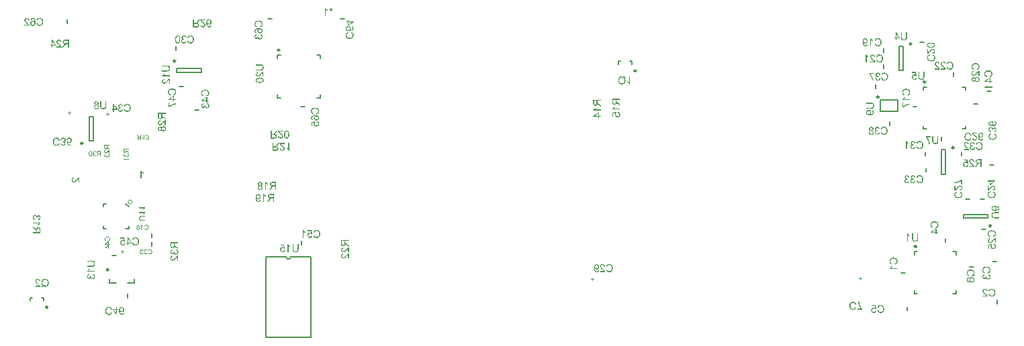
<source format=gbo>
G04*
G04 #@! TF.GenerationSoftware,Altium Limited,Altium Designer,21.9.2 (33)*
G04*
G04 Layer_Color=32896*
%FSLAX25Y25*%
%MOIN*%
G70*
G04*
G04 #@! TF.SameCoordinates,4219B8C6-809A-426F-B61B-8FBD35EC1222*
G04*
G04*
G04 #@! TF.FilePolarity,Positive*
G04*
G01*
G75*
%ADD12C,0.00984*%
%ADD13C,0.00787*%
%ADD14C,0.00394*%
%ADD64C,0.00800*%
%ADD142C,0.00000*%
G36*
X105514Y-40243D02*
X105436Y-40354D01*
X105364Y-40454D01*
X105292Y-40538D01*
X105231Y-40615D01*
X105175Y-40671D01*
X105131Y-40715D01*
X105103Y-40743D01*
X105092Y-40754D01*
X105048Y-40787D01*
X104998Y-40826D01*
X104898Y-40887D01*
X104853Y-40909D01*
X104820Y-40932D01*
X104798Y-40943D01*
X104787Y-40948D01*
X104887Y-40965D01*
X104981Y-40982D01*
X105064Y-41009D01*
X105148Y-41032D01*
X105220Y-41059D01*
X105286Y-41093D01*
X105348Y-41120D01*
X105403Y-41148D01*
X105447Y-41181D01*
X105492Y-41209D01*
X105525Y-41231D01*
X105553Y-41254D01*
X105575Y-41270D01*
X105592Y-41287D01*
X105597Y-41292D01*
X105603Y-41298D01*
X105647Y-41353D01*
X105692Y-41409D01*
X105758Y-41526D01*
X105803Y-41642D01*
X105836Y-41753D01*
X105858Y-41847D01*
X105864Y-41886D01*
Y-41925D01*
X105869Y-41953D01*
Y-41975D01*
Y-41986D01*
Y-41992D01*
X105864Y-42108D01*
X105847Y-42214D01*
X105819Y-42314D01*
X105791Y-42397D01*
X105758Y-42469D01*
X105736Y-42524D01*
X105714Y-42558D01*
X105708Y-42563D01*
Y-42569D01*
X105642Y-42658D01*
X105575Y-42735D01*
X105503Y-42802D01*
X105436Y-42852D01*
X105375Y-42891D01*
X105325Y-42913D01*
X105292Y-42930D01*
X105286Y-42935D01*
X105281D01*
X105231Y-42952D01*
X105170Y-42968D01*
X105048Y-42996D01*
X104915Y-43013D01*
X104792Y-43029D01*
X104676Y-43035D01*
X104626D01*
X104581Y-43041D01*
X102800D01*
Y-39200D01*
X103311D01*
Y-40904D01*
X103965D01*
X104026Y-40898D01*
X104071D01*
X104110Y-40893D01*
X104138Y-40887D01*
X104160D01*
X104171Y-40882D01*
X104176D01*
X104265Y-40854D01*
X104304Y-40837D01*
X104337Y-40821D01*
X104371Y-40804D01*
X104393Y-40793D01*
X104404Y-40787D01*
X104410Y-40782D01*
X104454Y-40749D01*
X104498Y-40710D01*
X104581Y-40626D01*
X104620Y-40587D01*
X104648Y-40554D01*
X104665Y-40532D01*
X104670Y-40526D01*
X104726Y-40449D01*
X104787Y-40365D01*
X104848Y-40277D01*
X104909Y-40194D01*
X104959Y-40116D01*
X104998Y-40055D01*
X105015Y-40033D01*
X105025Y-40016D01*
X105037Y-40005D01*
Y-39999D01*
X105542Y-39200D01*
X106174D01*
X105514Y-40243D01*
D02*
G37*
G36*
X111236Y-43057D02*
X110931D01*
X110875Y-42963D01*
X110814Y-42874D01*
X110742Y-42785D01*
X110676Y-42708D01*
X110609Y-42641D01*
X110559Y-42586D01*
X110537Y-42569D01*
X110520Y-42552D01*
X110514Y-42547D01*
X110509Y-42541D01*
X110392Y-42447D01*
X110276Y-42358D01*
X110165Y-42280D01*
X110054Y-42219D01*
X109959Y-42164D01*
X109921Y-42142D01*
X109887Y-42125D01*
X109860Y-42108D01*
X109837Y-42103D01*
X109826Y-42092D01*
X109821D01*
Y-41636D01*
X109904Y-41670D01*
X109987Y-41709D01*
X110071Y-41747D01*
X110148Y-41786D01*
X110215Y-41820D01*
X110270Y-41847D01*
X110304Y-41870D01*
X110309Y-41875D01*
X110315D01*
X110415Y-41936D01*
X110503Y-41997D01*
X110581Y-42053D01*
X110642Y-42103D01*
X110698Y-42142D01*
X110731Y-42175D01*
X110759Y-42197D01*
X110764Y-42203D01*
Y-39200D01*
X111236D01*
Y-43057D01*
D02*
G37*
G36*
X108955Y-39655D02*
X107062D01*
X107129Y-39750D01*
X107162Y-39788D01*
X107190Y-39827D01*
X107218Y-39860D01*
X107240Y-39883D01*
X107257Y-39899D01*
X107262Y-39905D01*
X107290Y-39933D01*
X107323Y-39960D01*
X107401Y-40033D01*
X107490Y-40116D01*
X107584Y-40199D01*
X107673Y-40271D01*
X107712Y-40304D01*
X107745Y-40338D01*
X107773Y-40360D01*
X107795Y-40377D01*
X107806Y-40388D01*
X107812Y-40393D01*
X107901Y-40471D01*
X107989Y-40543D01*
X108067Y-40615D01*
X108139Y-40676D01*
X108206Y-40737D01*
X108261Y-40793D01*
X108317Y-40843D01*
X108361Y-40887D01*
X108405Y-40932D01*
X108439Y-40965D01*
X108467Y-40993D01*
X108494Y-41020D01*
X108522Y-41054D01*
X108533Y-41065D01*
X108611Y-41159D01*
X108677Y-41242D01*
X108733Y-41326D01*
X108777Y-41392D01*
X108811Y-41453D01*
X108833Y-41498D01*
X108844Y-41526D01*
X108850Y-41537D01*
X108883Y-41620D01*
X108905Y-41703D01*
X108927Y-41781D01*
X108938Y-41847D01*
X108944Y-41908D01*
X108949Y-41953D01*
Y-41980D01*
Y-41992D01*
X108944Y-42075D01*
X108933Y-42153D01*
X108922Y-42230D01*
X108899Y-42297D01*
X108844Y-42430D01*
X108788Y-42536D01*
X108755Y-42586D01*
X108727Y-42624D01*
X108700Y-42663D01*
X108672Y-42691D01*
X108650Y-42713D01*
X108639Y-42735D01*
X108627Y-42741D01*
X108622Y-42746D01*
X108561Y-42802D01*
X108494Y-42852D01*
X108422Y-42891D01*
X108350Y-42924D01*
X108206Y-42980D01*
X108061Y-43018D01*
X108000Y-43029D01*
X107939Y-43041D01*
X107884Y-43046D01*
X107839Y-43052D01*
X107800Y-43057D01*
X107745D01*
X107645Y-43052D01*
X107551Y-43046D01*
X107462Y-43029D01*
X107379Y-43013D01*
X107301Y-42991D01*
X107229Y-42968D01*
X107162Y-42941D01*
X107101Y-42913D01*
X107046Y-42885D01*
X107001Y-42858D01*
X106963Y-42835D01*
X106929Y-42813D01*
X106901Y-42796D01*
X106885Y-42780D01*
X106874Y-42774D01*
X106868Y-42769D01*
X106813Y-42713D01*
X106763Y-42652D01*
X106713Y-42586D01*
X106674Y-42519D01*
X106607Y-42386D01*
X106563Y-42252D01*
X106546Y-42191D01*
X106530Y-42130D01*
X106518Y-42081D01*
X106507Y-42036D01*
X106502Y-41997D01*
Y-41969D01*
X106496Y-41953D01*
Y-41947D01*
X106979Y-41897D01*
X106990Y-42025D01*
X107012Y-42136D01*
X107046Y-42236D01*
X107085Y-42314D01*
X107118Y-42380D01*
X107151Y-42424D01*
X107173Y-42452D01*
X107185Y-42463D01*
X107268Y-42530D01*
X107357Y-42580D01*
X107451Y-42619D01*
X107534Y-42641D01*
X107612Y-42658D01*
X107678Y-42663D01*
X107701Y-42669D01*
X107734D01*
X107851Y-42663D01*
X107956Y-42641D01*
X108045Y-42608D01*
X108123Y-42574D01*
X108184Y-42536D01*
X108222Y-42508D01*
X108250Y-42486D01*
X108261Y-42474D01*
X108328Y-42397D01*
X108378Y-42319D01*
X108417Y-42241D01*
X108439Y-42164D01*
X108455Y-42103D01*
X108461Y-42047D01*
X108467Y-42014D01*
Y-42008D01*
Y-42003D01*
X108455Y-41903D01*
X108433Y-41797D01*
X108394Y-41703D01*
X108355Y-41614D01*
X108311Y-41542D01*
X108272Y-41481D01*
X108261Y-41459D01*
X108250Y-41442D01*
X108239Y-41437D01*
Y-41431D01*
X108195Y-41370D01*
X108139Y-41309D01*
X108078Y-41242D01*
X108011Y-41176D01*
X107873Y-41043D01*
X107734Y-40909D01*
X107662Y-40848D01*
X107601Y-40793D01*
X107540Y-40743D01*
X107490Y-40699D01*
X107451Y-40665D01*
X107418Y-40637D01*
X107395Y-40621D01*
X107390Y-40615D01*
X107251Y-40499D01*
X107123Y-40388D01*
X107018Y-40288D01*
X106935Y-40205D01*
X106863Y-40132D01*
X106813Y-40082D01*
X106785Y-40049D01*
X106774Y-40044D01*
Y-40038D01*
X106696Y-39944D01*
X106635Y-39855D01*
X106579Y-39766D01*
X106535Y-39688D01*
X106502Y-39622D01*
X106480Y-39572D01*
X106469Y-39538D01*
X106463Y-39533D01*
Y-39527D01*
X106441Y-39466D01*
X106430Y-39411D01*
X106419Y-39355D01*
X106413Y-39305D01*
X106407Y-39261D01*
Y-39228D01*
Y-39206D01*
Y-39200D01*
X108955D01*
Y-39655D01*
D02*
G37*
G36*
X13291Y-97716D02*
X13391Y-97721D01*
X13485Y-97732D01*
X13569Y-97743D01*
X13646Y-97755D01*
X13719Y-97771D01*
X13785Y-97782D01*
X13846Y-97793D01*
X13896Y-97810D01*
X13940Y-97821D01*
X13974Y-97832D01*
X14002Y-97843D01*
X14024Y-97849D01*
X14035Y-97854D01*
X14040D01*
X14163Y-97916D01*
X14274Y-97993D01*
X14362Y-98071D01*
X14440Y-98154D01*
X14501Y-98226D01*
X14546Y-98287D01*
X14557Y-98310D01*
X14568Y-98326D01*
X14579Y-98337D01*
Y-98343D01*
X14640Y-98482D01*
X14684Y-98626D01*
X14717Y-98776D01*
X14740Y-98914D01*
X14745Y-98975D01*
X14751Y-99037D01*
X14756Y-99092D01*
Y-99137D01*
X14762Y-99175D01*
Y-99225D01*
X14751Y-99425D01*
X14740Y-99514D01*
X14729Y-99597D01*
X14712Y-99680D01*
X14695Y-99752D01*
X14679Y-99819D01*
X14657Y-99880D01*
X14634Y-99936D01*
X14618Y-99980D01*
X14601Y-100024D01*
X14584Y-100058D01*
X14568Y-100086D01*
X14562Y-100102D01*
X14551Y-100113D01*
Y-100119D01*
X14468Y-100241D01*
X14373Y-100341D01*
X14285Y-100419D01*
X14196Y-100485D01*
X14118Y-100535D01*
X14057Y-100568D01*
X14035Y-100580D01*
X14018Y-100591D01*
X14007Y-100596D01*
X14002D01*
X13935Y-100618D01*
X13863Y-100640D01*
X13713Y-100674D01*
X13558Y-100696D01*
X13408Y-100713D01*
X13341Y-100718D01*
X13274Y-100724D01*
X13219D01*
X13169Y-100729D01*
X13130D01*
X13103D01*
X13080D01*
X13075D01*
X10855D01*
Y-100219D01*
X13075D01*
X13202D01*
X13325Y-100208D01*
X13430Y-100197D01*
X13530Y-100180D01*
X13619Y-100163D01*
X13702Y-100141D01*
X13774Y-100124D01*
X13835Y-100102D01*
X13885Y-100080D01*
X13935Y-100058D01*
X13968Y-100036D01*
X14002Y-100019D01*
X14024Y-100002D01*
X14040Y-99991D01*
X14046Y-99986D01*
X14051Y-99980D01*
X14096Y-99930D01*
X14135Y-99875D01*
X14196Y-99752D01*
X14240Y-99625D01*
X14268Y-99492D01*
X14290Y-99370D01*
X14296Y-99320D01*
Y-99270D01*
X14301Y-99236D01*
Y-99181D01*
X14296Y-99064D01*
X14279Y-98959D01*
X14262Y-98859D01*
X14235Y-98781D01*
X14212Y-98715D01*
X14196Y-98665D01*
X14179Y-98637D01*
X14174Y-98626D01*
X14124Y-98548D01*
X14063Y-98482D01*
X14002Y-98426D01*
X13946Y-98387D01*
X13891Y-98354D01*
X13852Y-98326D01*
X13824Y-98315D01*
X13813Y-98310D01*
X13763Y-98293D01*
X13713Y-98282D01*
X13596Y-98260D01*
X13474Y-98243D01*
X13352Y-98232D01*
X13247Y-98226D01*
X13197D01*
X13158Y-98221D01*
X13125D01*
X13097D01*
X13080D01*
X13075D01*
X10855D01*
Y-97710D01*
X13075D01*
X13186D01*
X13291Y-97716D01*
D02*
G37*
G36*
X12226Y-101828D02*
X12187Y-101911D01*
X12148Y-101995D01*
X12109Y-102073D01*
X12076Y-102139D01*
X12048Y-102195D01*
X12026Y-102228D01*
X12020Y-102233D01*
Y-102239D01*
X11959Y-102339D01*
X11898Y-102428D01*
X11843Y-102505D01*
X11793Y-102566D01*
X11754Y-102622D01*
X11721Y-102655D01*
X11698Y-102683D01*
X11693Y-102689D01*
X14695D01*
Y-103160D01*
X10838D01*
Y-102855D01*
X10932Y-102799D01*
X11021Y-102738D01*
X11110Y-102666D01*
X11188Y-102600D01*
X11254Y-102533D01*
X11310Y-102483D01*
X11327Y-102461D01*
X11343Y-102444D01*
X11349Y-102439D01*
X11354Y-102433D01*
X11449Y-102317D01*
X11537Y-102200D01*
X11615Y-102089D01*
X11676Y-101978D01*
X11732Y-101884D01*
X11754Y-101845D01*
X11771Y-101812D01*
X11787Y-101784D01*
X11793Y-101762D01*
X11804Y-101751D01*
Y-101745D01*
X12259D01*
X12226Y-101828D01*
D02*
G37*
G36*
X13769Y-104387D02*
X13852Y-104403D01*
X14007Y-104453D01*
X14140Y-104515D01*
X14196Y-104548D01*
X14251Y-104581D01*
X14301Y-104614D01*
X14340Y-104648D01*
X14379Y-104675D01*
X14407Y-104703D01*
X14429Y-104720D01*
X14446Y-104736D01*
X14457Y-104748D01*
X14462Y-104753D01*
X14512Y-104820D01*
X14562Y-104886D01*
X14601Y-104953D01*
X14634Y-105025D01*
X14690Y-105164D01*
X14723Y-105297D01*
X14734Y-105358D01*
X14745Y-105414D01*
X14751Y-105464D01*
X14756Y-105508D01*
X14762Y-105541D01*
Y-105591D01*
X14756Y-105697D01*
X14745Y-105791D01*
X14729Y-105885D01*
X14706Y-105974D01*
X14679Y-106057D01*
X14651Y-106130D01*
X14618Y-106202D01*
X14584Y-106263D01*
X14557Y-106324D01*
X14523Y-106374D01*
X14495Y-106418D01*
X14468Y-106451D01*
X14446Y-106479D01*
X14429Y-106501D01*
X14418Y-106512D01*
X14412Y-106518D01*
X14346Y-106585D01*
X14274Y-106640D01*
X14201Y-106690D01*
X14129Y-106734D01*
X14063Y-106768D01*
X13991Y-106801D01*
X13857Y-106845D01*
X13796Y-106857D01*
X13741Y-106868D01*
X13691Y-106879D01*
X13646Y-106884D01*
X13613Y-106890D01*
X13585D01*
X13569D01*
X13563D01*
X13430Y-106884D01*
X13308Y-106862D01*
X13202Y-106829D01*
X13114Y-106796D01*
X13041Y-106762D01*
X12986Y-106729D01*
X12953Y-106707D01*
X12942Y-106701D01*
X12858Y-106623D01*
X12786Y-106540D01*
X12731Y-106451D01*
X12686Y-106363D01*
X12653Y-106285D01*
X12631Y-106224D01*
X12625Y-106202D01*
X12620Y-106185D01*
X12614Y-106174D01*
Y-106168D01*
X12564Y-106263D01*
X12514Y-106340D01*
X12459Y-106407D01*
X12409Y-106463D01*
X12364Y-106507D01*
X12325Y-106540D01*
X12303Y-106557D01*
X12292Y-106562D01*
X12214Y-106607D01*
X12137Y-106640D01*
X12059Y-106668D01*
X11987Y-106685D01*
X11926Y-106696D01*
X11881Y-106701D01*
X11848D01*
X11837D01*
X11743Y-106696D01*
X11648Y-106679D01*
X11565Y-106657D01*
X11493Y-106629D01*
X11432Y-106601D01*
X11382Y-106579D01*
X11354Y-106562D01*
X11343Y-106557D01*
X11260Y-106501D01*
X11188Y-106435D01*
X11127Y-106368D01*
X11071Y-106301D01*
X11032Y-106246D01*
X10999Y-106196D01*
X10982Y-106163D01*
X10977Y-106157D01*
Y-106152D01*
X10932Y-106052D01*
X10899Y-105952D01*
X10871Y-105852D01*
X10855Y-105763D01*
X10844Y-105691D01*
X10838Y-105630D01*
Y-105491D01*
X10849Y-105414D01*
X10877Y-105264D01*
X10921Y-105136D01*
X10966Y-105025D01*
X10994Y-104975D01*
X11016Y-104936D01*
X11038Y-104897D01*
X11060Y-104870D01*
X11077Y-104848D01*
X11088Y-104831D01*
X11093Y-104820D01*
X11099Y-104814D01*
X11204Y-104709D01*
X11321Y-104625D01*
X11443Y-104559D01*
X11565Y-104503D01*
X11671Y-104470D01*
X11715Y-104453D01*
X11754Y-104442D01*
X11787Y-104437D01*
X11809Y-104431D01*
X11826Y-104426D01*
X11831D01*
X11915Y-104897D01*
X11793Y-104920D01*
X11687Y-104953D01*
X11598Y-104992D01*
X11526Y-105031D01*
X11471Y-105069D01*
X11432Y-105103D01*
X11404Y-105125D01*
X11399Y-105131D01*
X11343Y-105203D01*
X11299Y-105280D01*
X11271Y-105352D01*
X11249Y-105425D01*
X11238Y-105491D01*
X11227Y-105541D01*
Y-105586D01*
X11232Y-105685D01*
X11254Y-105774D01*
X11282Y-105852D01*
X11310Y-105919D01*
X11343Y-105969D01*
X11371Y-106007D01*
X11393Y-106035D01*
X11399Y-106041D01*
X11465Y-106102D01*
X11537Y-106146D01*
X11609Y-106174D01*
X11676Y-106196D01*
X11737Y-106207D01*
X11782Y-106218D01*
X11815D01*
X11820D01*
X11826D01*
X11887D01*
X11942Y-106207D01*
X12037Y-106179D01*
X12120Y-106141D01*
X12192Y-106096D01*
X12242Y-106052D01*
X12281Y-106013D01*
X12303Y-105985D01*
X12309Y-105980D01*
Y-105974D01*
X12359Y-105880D01*
X12398Y-105791D01*
X12425Y-105697D01*
X12442Y-105613D01*
X12453Y-105541D01*
X12464Y-105480D01*
Y-105408D01*
X12459Y-105386D01*
Y-105358D01*
X12875Y-105303D01*
X12858Y-105375D01*
X12847Y-105441D01*
X12836Y-105497D01*
X12831Y-105547D01*
X12825Y-105586D01*
Y-105635D01*
X12836Y-105752D01*
X12858Y-105858D01*
X12892Y-105952D01*
X12930Y-106030D01*
X12969Y-106091D01*
X13003Y-106135D01*
X13025Y-106163D01*
X13036Y-106174D01*
X13119Y-106246D01*
X13208Y-106301D01*
X13297Y-106340D01*
X13386Y-106363D01*
X13458Y-106379D01*
X13519Y-106385D01*
X13541Y-106390D01*
X13558D01*
X13569D01*
X13574D01*
X13696Y-106379D01*
X13807Y-106351D01*
X13902Y-106318D01*
X13985Y-106274D01*
X14051Y-106229D01*
X14101Y-106196D01*
X14135Y-106168D01*
X14146Y-106157D01*
X14224Y-106069D01*
X14279Y-105974D01*
X14318Y-105880D01*
X14346Y-105791D01*
X14362Y-105713D01*
X14368Y-105652D01*
X14373Y-105630D01*
Y-105597D01*
X14368Y-105497D01*
X14346Y-105402D01*
X14318Y-105319D01*
X14285Y-105253D01*
X14257Y-105197D01*
X14229Y-105153D01*
X14207Y-105131D01*
X14201Y-105119D01*
X14124Y-105053D01*
X14035Y-104997D01*
X13940Y-104947D01*
X13841Y-104909D01*
X13757Y-104881D01*
X13719Y-104870D01*
X13685Y-104864D01*
X13657Y-104859D01*
X13635Y-104853D01*
X13624Y-104848D01*
X13619D01*
X13680Y-104376D01*
X13769Y-104387D01*
D02*
G37*
G36*
X39745Y-71519D02*
X39671Y-71563D01*
X39601Y-71611D01*
X39531Y-71668D01*
X39470Y-71720D01*
X39417Y-71773D01*
X39373Y-71812D01*
X39360Y-71829D01*
X39347Y-71842D01*
X39343Y-71847D01*
X39338Y-71851D01*
X39264Y-71943D01*
X39194Y-72035D01*
X39133Y-72122D01*
X39085Y-72210D01*
X39041Y-72284D01*
X39024Y-72315D01*
X39011Y-72341D01*
X38998Y-72363D01*
X38993Y-72380D01*
X38984Y-72389D01*
Y-72393D01*
X38626D01*
X38652Y-72328D01*
X38683Y-72262D01*
X38713Y-72197D01*
X38744Y-72135D01*
X38770Y-72083D01*
X38792Y-72039D01*
X38810Y-72013D01*
X38814Y-72009D01*
Y-72004D01*
X38862Y-71926D01*
X38910Y-71856D01*
X38954Y-71794D01*
X38993Y-71746D01*
X39024Y-71703D01*
X39050Y-71676D01*
X39067Y-71655D01*
X39072Y-71650D01*
X36708D01*
Y-71279D01*
X39745D01*
Y-71519D01*
D02*
G37*
G36*
Y-73870D02*
X39671Y-73914D01*
X39601Y-73962D01*
X39531Y-74019D01*
X39470Y-74071D01*
X39417Y-74124D01*
X39373Y-74163D01*
X39360Y-74181D01*
X39347Y-74194D01*
X39343Y-74198D01*
X39338Y-74202D01*
X39264Y-74294D01*
X39194Y-74386D01*
X39133Y-74473D01*
X39085Y-74561D01*
X39041Y-74635D01*
X39024Y-74666D01*
X39011Y-74692D01*
X38998Y-74714D01*
X38993Y-74731D01*
X38984Y-74740D01*
Y-74744D01*
X38626D01*
X38652Y-74679D01*
X38683Y-74613D01*
X38713Y-74548D01*
X38744Y-74486D01*
X38770Y-74434D01*
X38792Y-74390D01*
X38810Y-74364D01*
X38814Y-74360D01*
Y-74355D01*
X38862Y-74277D01*
X38910Y-74207D01*
X38954Y-74146D01*
X38993Y-74098D01*
X39024Y-74054D01*
X39050Y-74028D01*
X39067Y-74006D01*
X39072Y-74001D01*
X36708D01*
Y-73630D01*
X39745D01*
Y-73870D01*
D02*
G37*
G36*
X39732Y-75946D02*
X37984D01*
X37883D01*
X37787Y-75955D01*
X37704Y-75963D01*
X37625Y-75977D01*
X37555Y-75990D01*
X37490Y-76007D01*
X37433Y-76020D01*
X37385Y-76038D01*
X37346Y-76055D01*
X37306Y-76073D01*
X37280Y-76090D01*
X37254Y-76103D01*
X37236Y-76116D01*
X37223Y-76125D01*
X37219Y-76130D01*
X37215Y-76134D01*
X37180Y-76173D01*
X37149Y-76217D01*
X37101Y-76313D01*
X37066Y-76414D01*
X37044Y-76518D01*
X37027Y-76615D01*
X37022Y-76654D01*
Y-76693D01*
X37018Y-76719D01*
Y-76763D01*
X37022Y-76855D01*
X37035Y-76938D01*
X37049Y-77017D01*
X37070Y-77078D01*
X37088Y-77130D01*
X37101Y-77170D01*
X37114Y-77191D01*
X37118Y-77200D01*
X37158Y-77261D01*
X37206Y-77314D01*
X37254Y-77358D01*
X37298Y-77388D01*
X37341Y-77414D01*
X37372Y-77436D01*
X37394Y-77445D01*
X37402Y-77449D01*
X37442Y-77462D01*
X37481Y-77471D01*
X37573Y-77489D01*
X37669Y-77502D01*
X37765Y-77510D01*
X37848Y-77515D01*
X37887D01*
X37918Y-77519D01*
X37944D01*
X37966D01*
X37979D01*
X37984D01*
X39732D01*
Y-77921D01*
X37984D01*
X37896D01*
X37813Y-77917D01*
X37735Y-77912D01*
X37660Y-77904D01*
X37595Y-77895D01*
X37534Y-77886D01*
X37477Y-77873D01*
X37424Y-77864D01*
X37376Y-77856D01*
X37337Y-77843D01*
X37302Y-77834D01*
X37276Y-77825D01*
X37254Y-77816D01*
X37236Y-77812D01*
X37228Y-77808D01*
X37223D01*
X37127Y-77759D01*
X37040Y-77698D01*
X36970Y-77637D01*
X36909Y-77572D01*
X36861Y-77515D01*
X36826Y-77467D01*
X36817Y-77449D01*
X36808Y-77436D01*
X36799Y-77427D01*
Y-77423D01*
X36751Y-77314D01*
X36716Y-77200D01*
X36690Y-77082D01*
X36673Y-76973D01*
X36668Y-76925D01*
X36664Y-76877D01*
X36660Y-76833D01*
Y-76798D01*
X36655Y-76767D01*
Y-76728D01*
X36664Y-76571D01*
X36673Y-76501D01*
X36681Y-76435D01*
X36694Y-76370D01*
X36708Y-76313D01*
X36721Y-76261D01*
X36738Y-76213D01*
X36756Y-76169D01*
X36769Y-76134D01*
X36782Y-76099D01*
X36795Y-76073D01*
X36808Y-76051D01*
X36812Y-76038D01*
X36821Y-76029D01*
Y-76025D01*
X36887Y-75928D01*
X36961Y-75850D01*
X37031Y-75789D01*
X37101Y-75736D01*
X37162Y-75697D01*
X37210Y-75671D01*
X37228Y-75662D01*
X37241Y-75653D01*
X37249Y-75649D01*
X37254D01*
X37306Y-75631D01*
X37363Y-75614D01*
X37481Y-75588D01*
X37604Y-75570D01*
X37721Y-75557D01*
X37774Y-75553D01*
X37826Y-75548D01*
X37870D01*
X37909Y-75544D01*
X37940D01*
X37962D01*
X37979D01*
X37984D01*
X39732D01*
Y-75946D01*
D02*
G37*
G36*
X7029Y-58874D02*
X6573D01*
Y-56981D01*
X6479Y-57048D01*
X6440Y-57081D01*
X6402Y-57109D01*
X6368Y-57137D01*
X6346Y-57159D01*
X6329Y-57175D01*
X6324Y-57181D01*
X6296Y-57209D01*
X6268Y-57242D01*
X6196Y-57320D01*
X6113Y-57408D01*
X6030Y-57503D01*
X5957Y-57592D01*
X5924Y-57630D01*
X5891Y-57664D01*
X5869Y-57692D01*
X5852Y-57714D01*
X5841Y-57725D01*
X5835Y-57730D01*
X5758Y-57819D01*
X5686Y-57908D01*
X5613Y-57986D01*
X5552Y-58058D01*
X5491Y-58125D01*
X5436Y-58180D01*
X5386Y-58236D01*
X5341Y-58280D01*
X5297Y-58324D01*
X5264Y-58358D01*
X5236Y-58385D01*
X5208Y-58413D01*
X5175Y-58441D01*
X5164Y-58452D01*
X5069Y-58530D01*
X4986Y-58596D01*
X4903Y-58652D01*
X4836Y-58696D01*
X4775Y-58729D01*
X4731Y-58752D01*
X4703Y-58763D01*
X4692Y-58768D01*
X4609Y-58802D01*
X4526Y-58824D01*
X4448Y-58846D01*
X4381Y-58857D01*
X4320Y-58863D01*
X4276Y-58868D01*
X4248D01*
X4237D01*
X4154Y-58863D01*
X4076Y-58851D01*
X3998Y-58840D01*
X3932Y-58818D01*
X3799Y-58763D01*
X3693Y-58707D01*
X3643Y-58674D01*
X3604Y-58646D01*
X3565Y-58618D01*
X3538Y-58591D01*
X3515Y-58569D01*
X3493Y-58557D01*
X3488Y-58546D01*
X3482Y-58541D01*
X3427Y-58480D01*
X3377Y-58413D01*
X3338Y-58341D01*
X3305Y-58269D01*
X3249Y-58125D01*
X3210Y-57980D01*
X3199Y-57919D01*
X3188Y-57858D01*
X3182Y-57803D01*
X3177Y-57758D01*
X3171Y-57719D01*
Y-57664D01*
X3177Y-57564D01*
X3182Y-57470D01*
X3199Y-57381D01*
X3216Y-57297D01*
X3238Y-57220D01*
X3260Y-57148D01*
X3288Y-57081D01*
X3316Y-57020D01*
X3343Y-56964D01*
X3371Y-56920D01*
X3393Y-56881D01*
X3416Y-56848D01*
X3432Y-56820D01*
X3449Y-56804D01*
X3454Y-56792D01*
X3460Y-56787D01*
X3515Y-56731D01*
X3576Y-56682D01*
X3643Y-56631D01*
X3710Y-56593D01*
X3843Y-56526D01*
X3976Y-56482D01*
X4037Y-56465D01*
X4098Y-56448D01*
X4148Y-56437D01*
X4193Y-56426D01*
X4231Y-56421D01*
X4259D01*
X4276Y-56415D01*
X4281D01*
X4331Y-56898D01*
X4204Y-56909D01*
X4093Y-56931D01*
X3993Y-56964D01*
X3915Y-57003D01*
X3849Y-57037D01*
X3804Y-57070D01*
X3776Y-57092D01*
X3765Y-57103D01*
X3699Y-57187D01*
X3649Y-57275D01*
X3610Y-57370D01*
X3588Y-57453D01*
X3571Y-57531D01*
X3565Y-57597D01*
X3560Y-57619D01*
Y-57653D01*
X3565Y-57769D01*
X3588Y-57875D01*
X3621Y-57964D01*
X3654Y-58041D01*
X3693Y-58102D01*
X3721Y-58141D01*
X3743Y-58169D01*
X3754Y-58180D01*
X3832Y-58247D01*
X3909Y-58297D01*
X3987Y-58335D01*
X4065Y-58358D01*
X4126Y-58374D01*
X4182Y-58380D01*
X4215Y-58385D01*
X4220D01*
X4226D01*
X4326Y-58374D01*
X4431Y-58352D01*
X4526Y-58313D01*
X4614Y-58274D01*
X4687Y-58230D01*
X4748Y-58191D01*
X4770Y-58180D01*
X4786Y-58169D01*
X4792Y-58158D01*
X4797D01*
X4859Y-58113D01*
X4920Y-58058D01*
X4986Y-57997D01*
X5053Y-57930D01*
X5186Y-57792D01*
X5319Y-57653D01*
X5380Y-57581D01*
X5436Y-57520D01*
X5486Y-57459D01*
X5530Y-57408D01*
X5563Y-57370D01*
X5591Y-57336D01*
X5608Y-57314D01*
X5613Y-57309D01*
X5730Y-57170D01*
X5841Y-57042D01*
X5941Y-56937D01*
X6024Y-56853D01*
X6096Y-56781D01*
X6146Y-56731D01*
X6179Y-56704D01*
X6185Y-56693D01*
X6191D01*
X6285Y-56615D01*
X6374Y-56554D01*
X6463Y-56498D01*
X6540Y-56454D01*
X6607Y-56421D01*
X6657Y-56398D01*
X6690Y-56387D01*
X6696Y-56382D01*
X6701D01*
X6762Y-56360D01*
X6818Y-56349D01*
X6873Y-56337D01*
X6923Y-56332D01*
X6968Y-56326D01*
X7001D01*
X7023D01*
X7029D01*
Y-58874D01*
D02*
G37*
G36*
X56095Y-89040D02*
X54391D01*
Y-89695D01*
X54397Y-89756D01*
Y-89801D01*
X54403Y-89839D01*
X54408Y-89867D01*
Y-89889D01*
X54414Y-89900D01*
Y-89906D01*
X54441Y-89995D01*
X54458Y-90034D01*
X54475Y-90067D01*
X54491Y-90100D01*
X54502Y-90122D01*
X54508Y-90134D01*
X54514Y-90139D01*
X54547Y-90184D01*
X54586Y-90228D01*
X54669Y-90311D01*
X54708Y-90350D01*
X54741Y-90378D01*
X54763Y-90394D01*
X54769Y-90400D01*
X54847Y-90455D01*
X54930Y-90517D01*
X55019Y-90578D01*
X55102Y-90639D01*
X55180Y-90689D01*
X55241Y-90727D01*
X55263Y-90744D01*
X55279Y-90755D01*
X55291Y-90766D01*
X55296D01*
X56095Y-91271D01*
Y-91904D01*
X55052Y-91243D01*
X54941Y-91166D01*
X54841Y-91094D01*
X54758Y-91022D01*
X54680Y-90961D01*
X54625Y-90905D01*
X54580Y-90861D01*
X54552Y-90833D01*
X54541Y-90822D01*
X54508Y-90777D01*
X54469Y-90727D01*
X54408Y-90627D01*
X54386Y-90583D01*
X54364Y-90550D01*
X54353Y-90528D01*
X54347Y-90517D01*
X54330Y-90616D01*
X54314Y-90711D01*
X54286Y-90794D01*
X54264Y-90877D01*
X54236Y-90949D01*
X54203Y-91016D01*
X54175Y-91077D01*
X54147Y-91132D01*
X54114Y-91177D01*
X54086Y-91221D01*
X54064Y-91255D01*
X54042Y-91282D01*
X54025Y-91305D01*
X54009Y-91321D01*
X54003Y-91327D01*
X53997Y-91332D01*
X53942Y-91377D01*
X53886Y-91421D01*
X53770Y-91488D01*
X53653Y-91532D01*
X53542Y-91565D01*
X53448Y-91588D01*
X53409Y-91593D01*
X53370D01*
X53342Y-91599D01*
X53320D01*
X53309D01*
X53304D01*
X53187Y-91593D01*
X53082Y-91576D01*
X52982Y-91549D01*
X52899Y-91521D01*
X52826Y-91488D01*
X52771Y-91466D01*
X52738Y-91443D01*
X52732Y-91438D01*
X52727D01*
X52638Y-91371D01*
X52560Y-91305D01*
X52493Y-91232D01*
X52443Y-91166D01*
X52405Y-91105D01*
X52382Y-91055D01*
X52366Y-91022D01*
X52360Y-91016D01*
Y-91010D01*
X52343Y-90961D01*
X52327Y-90899D01*
X52299Y-90777D01*
X52283Y-90644D01*
X52266Y-90522D01*
X52260Y-90405D01*
Y-90355D01*
X52255Y-90311D01*
Y-88530D01*
X56095D01*
Y-89040D01*
D02*
G37*
G36*
X55168Y-92220D02*
X55252Y-92237D01*
X55407Y-92287D01*
X55540Y-92348D01*
X55596Y-92381D01*
X55651Y-92415D01*
X55701Y-92448D01*
X55740Y-92481D01*
X55779Y-92509D01*
X55807Y-92537D01*
X55829Y-92553D01*
X55846Y-92570D01*
X55857Y-92581D01*
X55862Y-92587D01*
X55912Y-92653D01*
X55962Y-92720D01*
X56001Y-92786D01*
X56034Y-92859D01*
X56090Y-92997D01*
X56123Y-93130D01*
X56134Y-93192D01*
X56145Y-93247D01*
X56151Y-93297D01*
X56156Y-93341D01*
X56162Y-93375D01*
Y-93425D01*
X56156Y-93530D01*
X56145Y-93625D01*
X56129Y-93719D01*
X56106Y-93808D01*
X56079Y-93891D01*
X56051Y-93963D01*
X56018Y-94035D01*
X55984Y-94096D01*
X55957Y-94157D01*
X55923Y-94207D01*
X55896Y-94252D01*
X55868Y-94285D01*
X55846Y-94313D01*
X55829Y-94335D01*
X55818Y-94346D01*
X55812Y-94352D01*
X55746Y-94418D01*
X55673Y-94474D01*
X55601Y-94524D01*
X55529Y-94568D01*
X55463Y-94601D01*
X55391Y-94635D01*
X55257Y-94679D01*
X55196Y-94690D01*
X55141Y-94701D01*
X55091Y-94712D01*
X55046Y-94718D01*
X55013Y-94723D01*
X54985D01*
X54969D01*
X54963D01*
X54830Y-94718D01*
X54708Y-94696D01*
X54602Y-94662D01*
X54514Y-94629D01*
X54441Y-94596D01*
X54386Y-94562D01*
X54353Y-94540D01*
X54342Y-94535D01*
X54258Y-94457D01*
X54186Y-94374D01*
X54131Y-94285D01*
X54086Y-94196D01*
X54053Y-94118D01*
X54031Y-94057D01*
X54025Y-94035D01*
X54020Y-94019D01*
X54014Y-94007D01*
Y-94002D01*
X53964Y-94096D01*
X53914Y-94174D01*
X53859Y-94240D01*
X53809Y-94296D01*
X53764Y-94340D01*
X53725Y-94374D01*
X53703Y-94390D01*
X53692Y-94396D01*
X53614Y-94440D01*
X53537Y-94474D01*
X53459Y-94501D01*
X53387Y-94518D01*
X53326Y-94529D01*
X53281Y-94535D01*
X53248D01*
X53237D01*
X53143Y-94529D01*
X53048Y-94512D01*
X52965Y-94490D01*
X52893Y-94463D01*
X52832Y-94435D01*
X52782Y-94413D01*
X52754Y-94396D01*
X52743Y-94390D01*
X52660Y-94335D01*
X52588Y-94268D01*
X52527Y-94202D01*
X52471Y-94135D01*
X52432Y-94080D01*
X52399Y-94030D01*
X52382Y-93996D01*
X52377Y-93991D01*
Y-93985D01*
X52332Y-93885D01*
X52299Y-93785D01*
X52271Y-93686D01*
X52255Y-93597D01*
X52244Y-93525D01*
X52238Y-93463D01*
Y-93325D01*
X52249Y-93247D01*
X52277Y-93097D01*
X52321Y-92970D01*
X52366Y-92859D01*
X52394Y-92809D01*
X52416Y-92770D01*
X52438Y-92731D01*
X52460Y-92703D01*
X52477Y-92681D01*
X52488Y-92664D01*
X52493Y-92653D01*
X52499Y-92648D01*
X52604Y-92542D01*
X52721Y-92459D01*
X52843Y-92392D01*
X52965Y-92337D01*
X53071Y-92304D01*
X53115Y-92287D01*
X53154Y-92276D01*
X53187Y-92270D01*
X53209Y-92265D01*
X53226Y-92259D01*
X53232D01*
X53315Y-92731D01*
X53193Y-92753D01*
X53087Y-92786D01*
X52998Y-92825D01*
X52926Y-92864D01*
X52871Y-92903D01*
X52832Y-92936D01*
X52804Y-92958D01*
X52799Y-92964D01*
X52743Y-93036D01*
X52699Y-93114D01*
X52671Y-93186D01*
X52649Y-93258D01*
X52638Y-93325D01*
X52627Y-93375D01*
Y-93419D01*
X52632Y-93519D01*
X52654Y-93608D01*
X52682Y-93686D01*
X52710Y-93752D01*
X52743Y-93802D01*
X52771Y-93841D01*
X52793Y-93869D01*
X52799Y-93874D01*
X52865Y-93935D01*
X52937Y-93980D01*
X53009Y-94007D01*
X53076Y-94030D01*
X53137Y-94041D01*
X53182Y-94052D01*
X53215D01*
X53220D01*
X53226D01*
X53287D01*
X53342Y-94041D01*
X53437Y-94013D01*
X53520Y-93974D01*
X53592Y-93930D01*
X53642Y-93885D01*
X53681Y-93846D01*
X53703Y-93819D01*
X53709Y-93813D01*
Y-93808D01*
X53759Y-93713D01*
X53798Y-93625D01*
X53825Y-93530D01*
X53842Y-93447D01*
X53853Y-93375D01*
X53864Y-93314D01*
Y-93242D01*
X53859Y-93219D01*
Y-93192D01*
X54275Y-93136D01*
X54258Y-93208D01*
X54247Y-93275D01*
X54236Y-93330D01*
X54230Y-93380D01*
X54225Y-93419D01*
Y-93469D01*
X54236Y-93586D01*
X54258Y-93691D01*
X54292Y-93785D01*
X54330Y-93863D01*
X54369Y-93924D01*
X54403Y-93969D01*
X54425Y-93996D01*
X54436Y-94007D01*
X54519Y-94080D01*
X54608Y-94135D01*
X54697Y-94174D01*
X54786Y-94196D01*
X54858Y-94213D01*
X54919Y-94218D01*
X54941Y-94224D01*
X54958D01*
X54969D01*
X54974D01*
X55096Y-94213D01*
X55207Y-94185D01*
X55302Y-94152D01*
X55385Y-94107D01*
X55452Y-94063D01*
X55502Y-94030D01*
X55535Y-94002D01*
X55546Y-93991D01*
X55624Y-93902D01*
X55679Y-93808D01*
X55718Y-93713D01*
X55746Y-93625D01*
X55762Y-93547D01*
X55768Y-93486D01*
X55773Y-93463D01*
Y-93430D01*
X55768Y-93330D01*
X55746Y-93236D01*
X55718Y-93153D01*
X55685Y-93086D01*
X55657Y-93031D01*
X55629Y-92986D01*
X55607Y-92964D01*
X55601Y-92953D01*
X55524Y-92886D01*
X55435Y-92831D01*
X55340Y-92781D01*
X55241Y-92742D01*
X55157Y-92714D01*
X55119Y-92703D01*
X55085Y-92698D01*
X55058Y-92692D01*
X55035Y-92686D01*
X55024Y-92681D01*
X55019D01*
X55080Y-92209D01*
X55168Y-92220D01*
D02*
G37*
G36*
X56095Y-97670D02*
X55640D01*
Y-95778D01*
X55546Y-95845D01*
X55507Y-95878D01*
X55468Y-95906D01*
X55435Y-95933D01*
X55413Y-95955D01*
X55396Y-95972D01*
X55391Y-95978D01*
X55363Y-96005D01*
X55335Y-96039D01*
X55263Y-96116D01*
X55180Y-96205D01*
X55096Y-96300D01*
X55024Y-96388D01*
X54991Y-96427D01*
X54958Y-96460D01*
X54935Y-96488D01*
X54919Y-96510D01*
X54908Y-96522D01*
X54902Y-96527D01*
X54824Y-96616D01*
X54752Y-96705D01*
X54680Y-96782D01*
X54619Y-96855D01*
X54558Y-96921D01*
X54502Y-96977D01*
X54453Y-97032D01*
X54408Y-97077D01*
X54364Y-97121D01*
X54330Y-97154D01*
X54303Y-97182D01*
X54275Y-97210D01*
X54242Y-97237D01*
X54230Y-97249D01*
X54136Y-97326D01*
X54053Y-97393D01*
X53970Y-97448D01*
X53903Y-97493D01*
X53842Y-97526D01*
X53798Y-97548D01*
X53770Y-97559D01*
X53759Y-97565D01*
X53676Y-97598D01*
X53592Y-97620D01*
X53515Y-97643D01*
X53448Y-97654D01*
X53387Y-97659D01*
X53342Y-97665D01*
X53315D01*
X53304D01*
X53220Y-97659D01*
X53143Y-97648D01*
X53065Y-97637D01*
X52998Y-97615D01*
X52865Y-97559D01*
X52760Y-97504D01*
X52710Y-97471D01*
X52671Y-97443D01*
X52632Y-97415D01*
X52604Y-97387D01*
X52582Y-97365D01*
X52560Y-97354D01*
X52554Y-97343D01*
X52549Y-97337D01*
X52493Y-97276D01*
X52443Y-97210D01*
X52405Y-97138D01*
X52371Y-97066D01*
X52316Y-96921D01*
X52277Y-96777D01*
X52266Y-96716D01*
X52255Y-96655D01*
X52249Y-96599D01*
X52244Y-96555D01*
X52238Y-96516D01*
Y-96460D01*
X52244Y-96361D01*
X52249Y-96266D01*
X52266Y-96178D01*
X52283Y-96094D01*
X52305Y-96017D01*
X52327Y-95944D01*
X52355Y-95878D01*
X52382Y-95817D01*
X52410Y-95761D01*
X52438Y-95717D01*
X52460Y-95678D01*
X52482Y-95645D01*
X52499Y-95617D01*
X52516Y-95600D01*
X52521Y-95589D01*
X52527Y-95584D01*
X52582Y-95528D01*
X52643Y-95478D01*
X52710Y-95428D01*
X52776Y-95389D01*
X52910Y-95323D01*
X53043Y-95278D01*
X53104Y-95262D01*
X53165Y-95245D01*
X53215Y-95234D01*
X53259Y-95223D01*
X53298Y-95217D01*
X53326D01*
X53342Y-95212D01*
X53348D01*
X53398Y-95695D01*
X53270Y-95706D01*
X53159Y-95728D01*
X53060Y-95761D01*
X52982Y-95800D01*
X52915Y-95833D01*
X52871Y-95867D01*
X52843Y-95889D01*
X52832Y-95900D01*
X52765Y-95983D01*
X52715Y-96072D01*
X52676Y-96166D01*
X52654Y-96250D01*
X52638Y-96327D01*
X52632Y-96394D01*
X52627Y-96416D01*
Y-96449D01*
X52632Y-96566D01*
X52654Y-96671D01*
X52688Y-96760D01*
X52721Y-96838D01*
X52760Y-96899D01*
X52788Y-96938D01*
X52810Y-96966D01*
X52821Y-96977D01*
X52899Y-97043D01*
X52976Y-97093D01*
X53054Y-97132D01*
X53132Y-97154D01*
X53193Y-97171D01*
X53248Y-97176D01*
X53281Y-97182D01*
X53287D01*
X53293D01*
X53392Y-97171D01*
X53498Y-97149D01*
X53592Y-97110D01*
X53681Y-97071D01*
X53753Y-97027D01*
X53814Y-96988D01*
X53837Y-96977D01*
X53853Y-96966D01*
X53859Y-96955D01*
X53864D01*
X53925Y-96910D01*
X53986Y-96855D01*
X54053Y-96794D01*
X54119Y-96727D01*
X54253Y-96588D01*
X54386Y-96449D01*
X54447Y-96377D01*
X54502Y-96316D01*
X54552Y-96255D01*
X54597Y-96205D01*
X54630Y-96166D01*
X54658Y-96133D01*
X54675Y-96111D01*
X54680Y-96105D01*
X54797Y-95967D01*
X54908Y-95839D01*
X55007Y-95733D01*
X55091Y-95650D01*
X55163Y-95578D01*
X55213Y-95528D01*
X55246Y-95500D01*
X55252Y-95489D01*
X55257D01*
X55352Y-95412D01*
X55440Y-95350D01*
X55529Y-95295D01*
X55607Y-95251D01*
X55673Y-95217D01*
X55724Y-95195D01*
X55757Y-95184D01*
X55762Y-95179D01*
X55768D01*
X55829Y-95156D01*
X55884Y-95145D01*
X55940Y-95134D01*
X55990Y-95129D01*
X56034Y-95123D01*
X56068D01*
X56090D01*
X56095D01*
Y-97670D01*
D02*
G37*
G36*
X31543Y-42369D02*
X30426D01*
Y-42798D01*
X30429Y-42838D01*
Y-42867D01*
X30433Y-42893D01*
X30437Y-42911D01*
Y-42925D01*
X30440Y-42933D01*
Y-42936D01*
X30458Y-42995D01*
X30469Y-43020D01*
X30480Y-43042D01*
X30491Y-43064D01*
X30498Y-43078D01*
X30502Y-43086D01*
X30506Y-43089D01*
X30527Y-43118D01*
X30553Y-43147D01*
X30608Y-43202D01*
X30633Y-43227D01*
X30655Y-43246D01*
X30670Y-43257D01*
X30673Y-43260D01*
X30724Y-43297D01*
X30779Y-43337D01*
X30837Y-43377D01*
X30891Y-43417D01*
X30942Y-43450D01*
X30983Y-43475D01*
X30997Y-43486D01*
X31008Y-43493D01*
X31015Y-43501D01*
X31019D01*
X31543Y-43832D01*
Y-44247D01*
X30859Y-43814D01*
X30786Y-43763D01*
X30720Y-43715D01*
X30666Y-43668D01*
X30615Y-43628D01*
X30578Y-43591D01*
X30549Y-43562D01*
X30531Y-43544D01*
X30524Y-43537D01*
X30502Y-43508D01*
X30476Y-43475D01*
X30437Y-43409D01*
X30422Y-43380D01*
X30407Y-43359D01*
X30400Y-43344D01*
X30396Y-43337D01*
X30386Y-43402D01*
X30375Y-43464D01*
X30356Y-43519D01*
X30342Y-43573D01*
X30324Y-43621D01*
X30302Y-43664D01*
X30284Y-43704D01*
X30265Y-43741D01*
X30244Y-43770D01*
X30225Y-43799D01*
X30211Y-43821D01*
X30196Y-43839D01*
X30185Y-43854D01*
X30174Y-43865D01*
X30171Y-43868D01*
X30167Y-43872D01*
X30131Y-43901D01*
X30094Y-43930D01*
X30018Y-43974D01*
X29941Y-44003D01*
X29869Y-44025D01*
X29807Y-44039D01*
X29781Y-44043D01*
X29756D01*
X29738Y-44047D01*
X29723D01*
X29716D01*
X29712D01*
X29636Y-44043D01*
X29566Y-44032D01*
X29501Y-44014D01*
X29446Y-43996D01*
X29399Y-43974D01*
X29363Y-43959D01*
X29341Y-43945D01*
X29337Y-43941D01*
X29334D01*
X29275Y-43897D01*
X29224Y-43854D01*
X29181Y-43806D01*
X29148Y-43763D01*
X29122Y-43723D01*
X29108Y-43690D01*
X29097Y-43668D01*
X29093Y-43664D01*
Y-43661D01*
X29082Y-43628D01*
X29072Y-43588D01*
X29053Y-43508D01*
X29042Y-43420D01*
X29032Y-43340D01*
X29028Y-43264D01*
Y-43231D01*
X29024Y-43202D01*
Y-42034D01*
X31543D01*
Y-42369D01*
D02*
G37*
G36*
X30935Y-44454D02*
X30990Y-44465D01*
X31092Y-44498D01*
X31179Y-44538D01*
X31215Y-44560D01*
X31252Y-44582D01*
X31285Y-44603D01*
X31310Y-44625D01*
X31336Y-44644D01*
X31354Y-44662D01*
X31368Y-44673D01*
X31379Y-44684D01*
X31387Y-44691D01*
X31390Y-44695D01*
X31423Y-44738D01*
X31456Y-44782D01*
X31481Y-44826D01*
X31503Y-44873D01*
X31539Y-44964D01*
X31561Y-45051D01*
X31569Y-45091D01*
X31576Y-45128D01*
X31580Y-45160D01*
X31583Y-45189D01*
X31587Y-45211D01*
Y-45244D01*
X31583Y-45313D01*
X31576Y-45375D01*
X31565Y-45437D01*
X31550Y-45495D01*
X31532Y-45550D01*
X31514Y-45597D01*
X31492Y-45645D01*
X31470Y-45684D01*
X31452Y-45725D01*
X31430Y-45757D01*
X31412Y-45786D01*
X31394Y-45808D01*
X31379Y-45827D01*
X31368Y-45841D01*
X31361Y-45848D01*
X31357Y-45852D01*
X31314Y-45896D01*
X31266Y-45932D01*
X31219Y-45965D01*
X31172Y-45994D01*
X31128Y-46016D01*
X31081Y-46038D01*
X30993Y-46067D01*
X30953Y-46074D01*
X30917Y-46081D01*
X30884Y-46089D01*
X30855Y-46092D01*
X30833Y-46096D01*
X30815D01*
X30804D01*
X30801D01*
X30713Y-46092D01*
X30633Y-46078D01*
X30564Y-46056D01*
X30506Y-46034D01*
X30458Y-46012D01*
X30422Y-45990D01*
X30400Y-45976D01*
X30393Y-45972D01*
X30338Y-45921D01*
X30291Y-45867D01*
X30255Y-45808D01*
X30225Y-45750D01*
X30204Y-45699D01*
X30189Y-45659D01*
X30185Y-45645D01*
X30182Y-45634D01*
X30178Y-45626D01*
Y-45623D01*
X30145Y-45684D01*
X30112Y-45735D01*
X30076Y-45779D01*
X30043Y-45816D01*
X30014Y-45845D01*
X29989Y-45867D01*
X29974Y-45877D01*
X29967Y-45881D01*
X29916Y-45910D01*
X29865Y-45932D01*
X29814Y-45950D01*
X29767Y-45961D01*
X29727Y-45968D01*
X29698Y-45972D01*
X29676D01*
X29669D01*
X29607Y-45968D01*
X29545Y-45957D01*
X29490Y-45943D01*
X29443Y-45925D01*
X29403Y-45907D01*
X29370Y-45892D01*
X29352Y-45881D01*
X29344Y-45877D01*
X29290Y-45841D01*
X29243Y-45797D01*
X29202Y-45754D01*
X29166Y-45710D01*
X29141Y-45674D01*
X29119Y-45641D01*
X29108Y-45619D01*
X29104Y-45615D01*
Y-45612D01*
X29075Y-45546D01*
X29053Y-45481D01*
X29035Y-45415D01*
X29024Y-45357D01*
X29017Y-45310D01*
X29013Y-45270D01*
Y-45179D01*
X29021Y-45128D01*
X29039Y-45029D01*
X29068Y-44946D01*
X29097Y-44873D01*
X29115Y-44840D01*
X29130Y-44815D01*
X29144Y-44789D01*
X29159Y-44771D01*
X29170Y-44756D01*
X29177Y-44745D01*
X29181Y-44738D01*
X29184Y-44734D01*
X29254Y-44665D01*
X29330Y-44611D01*
X29410Y-44567D01*
X29490Y-44531D01*
X29559Y-44509D01*
X29588Y-44498D01*
X29614Y-44491D01*
X29636Y-44487D01*
X29650Y-44483D01*
X29661Y-44480D01*
X29665D01*
X29719Y-44789D01*
X29639Y-44804D01*
X29570Y-44826D01*
X29512Y-44851D01*
X29465Y-44876D01*
X29428Y-44902D01*
X29403Y-44924D01*
X29384Y-44938D01*
X29381Y-44942D01*
X29344Y-44989D01*
X29315Y-45040D01*
X29297Y-45088D01*
X29283Y-45135D01*
X29275Y-45179D01*
X29268Y-45211D01*
Y-45240D01*
X29272Y-45306D01*
X29286Y-45364D01*
X29305Y-45415D01*
X29323Y-45459D01*
X29344Y-45492D01*
X29363Y-45517D01*
X29377Y-45535D01*
X29381Y-45539D01*
X29425Y-45579D01*
X29472Y-45608D01*
X29519Y-45626D01*
X29563Y-45641D01*
X29603Y-45648D01*
X29632Y-45655D01*
X29654D01*
X29658D01*
X29661D01*
X29701D01*
X29738Y-45648D01*
X29800Y-45630D01*
X29854Y-45605D01*
X29901Y-45575D01*
X29934Y-45546D01*
X29960Y-45521D01*
X29974Y-45502D01*
X29978Y-45499D01*
Y-45495D01*
X30011Y-45433D01*
X30036Y-45375D01*
X30054Y-45313D01*
X30065Y-45259D01*
X30073Y-45211D01*
X30080Y-45171D01*
Y-45124D01*
X30076Y-45109D01*
Y-45091D01*
X30349Y-45055D01*
X30338Y-45102D01*
X30331Y-45146D01*
X30324Y-45182D01*
X30320Y-45215D01*
X30316Y-45240D01*
Y-45273D01*
X30324Y-45350D01*
X30338Y-45419D01*
X30360Y-45481D01*
X30386Y-45532D01*
X30411Y-45572D01*
X30433Y-45601D01*
X30447Y-45619D01*
X30455Y-45626D01*
X30509Y-45674D01*
X30567Y-45710D01*
X30626Y-45735D01*
X30684Y-45750D01*
X30731Y-45761D01*
X30771Y-45765D01*
X30786Y-45768D01*
X30797D01*
X30804D01*
X30808D01*
X30888Y-45761D01*
X30961Y-45743D01*
X31023Y-45721D01*
X31077Y-45692D01*
X31121Y-45663D01*
X31154Y-45641D01*
X31175Y-45623D01*
X31183Y-45615D01*
X31234Y-45557D01*
X31270Y-45495D01*
X31295Y-45433D01*
X31314Y-45375D01*
X31325Y-45324D01*
X31328Y-45284D01*
X31332Y-45270D01*
Y-45248D01*
X31328Y-45182D01*
X31314Y-45120D01*
X31295Y-45066D01*
X31274Y-45022D01*
X31255Y-44986D01*
X31237Y-44956D01*
X31223Y-44942D01*
X31219Y-44935D01*
X31168Y-44891D01*
X31110Y-44855D01*
X31048Y-44822D01*
X30983Y-44796D01*
X30928Y-44778D01*
X30902Y-44771D01*
X30881Y-44767D01*
X30862Y-44764D01*
X30848Y-44760D01*
X30841Y-44756D01*
X30837D01*
X30877Y-44447D01*
X30935Y-44454D01*
D02*
G37*
G36*
X29923Y-46693D02*
X29898Y-46747D01*
X29872Y-46802D01*
X29847Y-46853D01*
X29825Y-46897D01*
X29807Y-46933D01*
X29792Y-46955D01*
X29789Y-46959D01*
Y-46962D01*
X29748Y-47028D01*
X29708Y-47086D01*
X29672Y-47137D01*
X29639Y-47177D01*
X29614Y-47213D01*
X29592Y-47235D01*
X29577Y-47253D01*
X29574Y-47257D01*
X31543D01*
Y-47566D01*
X29013D01*
Y-47366D01*
X29075Y-47330D01*
X29133Y-47290D01*
X29192Y-47243D01*
X29243Y-47199D01*
X29286Y-47155D01*
X29323Y-47122D01*
X29334Y-47108D01*
X29344Y-47097D01*
X29348Y-47093D01*
X29352Y-47090D01*
X29414Y-47013D01*
X29472Y-46937D01*
X29523Y-46864D01*
X29563Y-46791D01*
X29599Y-46729D01*
X29614Y-46704D01*
X29625Y-46682D01*
X29636Y-46664D01*
X29639Y-46649D01*
X29647Y-46642D01*
Y-46638D01*
X29945D01*
X29923Y-46693D01*
D02*
G37*
G36*
X14613Y-43220D02*
X14711Y-43239D01*
X14795Y-43268D01*
X14867Y-43297D01*
X14900Y-43315D01*
X14926Y-43330D01*
X14951Y-43344D01*
X14969Y-43359D01*
X14984Y-43370D01*
X14995Y-43377D01*
X15002Y-43381D01*
X15006Y-43384D01*
X15075Y-43453D01*
X15130Y-43530D01*
X15173Y-43610D01*
X15210Y-43690D01*
X15231Y-43759D01*
X15242Y-43788D01*
X15250Y-43814D01*
X15253Y-43836D01*
X15257Y-43850D01*
X15261Y-43861D01*
Y-43865D01*
X14951Y-43919D01*
X14937Y-43839D01*
X14915Y-43770D01*
X14889Y-43712D01*
X14864Y-43665D01*
X14838Y-43628D01*
X14817Y-43603D01*
X14802Y-43584D01*
X14798Y-43581D01*
X14751Y-43545D01*
X14700Y-43515D01*
X14653Y-43497D01*
X14605Y-43483D01*
X14562Y-43475D01*
X14529Y-43468D01*
X14500D01*
X14434Y-43472D01*
X14376Y-43486D01*
X14325Y-43505D01*
X14281Y-43523D01*
X14249Y-43545D01*
X14223Y-43563D01*
X14205Y-43577D01*
X14201Y-43581D01*
X14161Y-43625D01*
X14132Y-43672D01*
X14114Y-43719D01*
X14099Y-43763D01*
X14092Y-43803D01*
X14085Y-43832D01*
Y-43854D01*
Y-43857D01*
Y-43861D01*
Y-43901D01*
X14092Y-43938D01*
X14110Y-43999D01*
X14136Y-44054D01*
X14165Y-44101D01*
X14194Y-44134D01*
X14220Y-44160D01*
X14238Y-44174D01*
X14241Y-44178D01*
X14245D01*
X14307Y-44211D01*
X14365Y-44236D01*
X14427Y-44254D01*
X14482Y-44265D01*
X14529Y-44273D01*
X14569Y-44280D01*
X14616D01*
X14631Y-44276D01*
X14649D01*
X14685Y-44549D01*
X14638Y-44538D01*
X14594Y-44531D01*
X14558Y-44524D01*
X14525Y-44520D01*
X14500Y-44516D01*
X14467D01*
X14391Y-44524D01*
X14321Y-44538D01*
X14260Y-44560D01*
X14209Y-44585D01*
X14169Y-44611D01*
X14139Y-44633D01*
X14121Y-44647D01*
X14114Y-44655D01*
X14067Y-44709D01*
X14030Y-44767D01*
X14005Y-44826D01*
X13990Y-44884D01*
X13979Y-44931D01*
X13976Y-44971D01*
X13972Y-44986D01*
Y-44997D01*
Y-45004D01*
Y-45008D01*
X13979Y-45088D01*
X13997Y-45161D01*
X14019Y-45222D01*
X14048Y-45277D01*
X14078Y-45321D01*
X14099Y-45354D01*
X14118Y-45375D01*
X14125Y-45383D01*
X14183Y-45434D01*
X14245Y-45470D01*
X14307Y-45496D01*
X14365Y-45514D01*
X14416Y-45525D01*
X14456Y-45528D01*
X14471Y-45532D01*
X14492D01*
X14558Y-45528D01*
X14620Y-45514D01*
X14674Y-45496D01*
X14718Y-45474D01*
X14755Y-45456D01*
X14784Y-45437D01*
X14798Y-45423D01*
X14806Y-45419D01*
X14849Y-45368D01*
X14886Y-45310D01*
X14918Y-45248D01*
X14944Y-45182D01*
X14962Y-45128D01*
X14969Y-45102D01*
X14973Y-45081D01*
X14977Y-45062D01*
X14980Y-45048D01*
X14984Y-45041D01*
Y-45037D01*
X15293Y-45077D01*
X15286Y-45135D01*
X15275Y-45190D01*
X15242Y-45292D01*
X15202Y-45379D01*
X15180Y-45415D01*
X15159Y-45452D01*
X15137Y-45485D01*
X15115Y-45510D01*
X15097Y-45536D01*
X15079Y-45554D01*
X15068Y-45568D01*
X15057Y-45579D01*
X15049Y-45586D01*
X15046Y-45590D01*
X15002Y-45623D01*
X14958Y-45656D01*
X14915Y-45681D01*
X14867Y-45703D01*
X14776Y-45739D01*
X14689Y-45761D01*
X14649Y-45768D01*
X14613Y-45776D01*
X14580Y-45779D01*
X14551Y-45783D01*
X14529Y-45787D01*
X14496D01*
X14427Y-45783D01*
X14365Y-45776D01*
X14303Y-45765D01*
X14245Y-45750D01*
X14190Y-45732D01*
X14143Y-45714D01*
X14096Y-45692D01*
X14056Y-45670D01*
X14016Y-45652D01*
X13983Y-45630D01*
X13954Y-45612D01*
X13932Y-45594D01*
X13914Y-45579D01*
X13899Y-45568D01*
X13892Y-45561D01*
X13888Y-45557D01*
X13845Y-45514D01*
X13808Y-45466D01*
X13775Y-45419D01*
X13746Y-45372D01*
X13724Y-45328D01*
X13703Y-45281D01*
X13674Y-45193D01*
X13666Y-45153D01*
X13659Y-45117D01*
X13652Y-45084D01*
X13648Y-45055D01*
X13644Y-45033D01*
Y-45015D01*
Y-45004D01*
Y-45000D01*
X13648Y-44913D01*
X13663Y-44833D01*
X13684Y-44764D01*
X13706Y-44706D01*
X13728Y-44658D01*
X13750Y-44622D01*
X13765Y-44600D01*
X13768Y-44593D01*
X13819Y-44538D01*
X13874Y-44491D01*
X13932Y-44455D01*
X13990Y-44425D01*
X14041Y-44403D01*
X14081Y-44389D01*
X14096Y-44385D01*
X14107Y-44382D01*
X14114Y-44378D01*
X14118D01*
X14056Y-44345D01*
X14005Y-44313D01*
X13961Y-44276D01*
X13925Y-44243D01*
X13896Y-44214D01*
X13874Y-44189D01*
X13863Y-44174D01*
X13859Y-44167D01*
X13830Y-44116D01*
X13808Y-44065D01*
X13790Y-44014D01*
X13779Y-43967D01*
X13772Y-43927D01*
X13768Y-43898D01*
Y-43876D01*
Y-43868D01*
X13772Y-43807D01*
X13783Y-43745D01*
X13797Y-43690D01*
X13815Y-43643D01*
X13834Y-43603D01*
X13848Y-43570D01*
X13859Y-43552D01*
X13863Y-43545D01*
X13899Y-43490D01*
X13943Y-43443D01*
X13987Y-43402D01*
X14030Y-43366D01*
X14067Y-43341D01*
X14099Y-43319D01*
X14121Y-43308D01*
X14125Y-43304D01*
X14129D01*
X14194Y-43275D01*
X14260Y-43253D01*
X14325Y-43235D01*
X14383Y-43224D01*
X14431Y-43217D01*
X14471Y-43213D01*
X14562D01*
X14613Y-43220D01*
D02*
G37*
G36*
X17707Y-45743D02*
X17372D01*
Y-44626D01*
X16942D01*
X16902Y-44629D01*
X16873D01*
X16848Y-44633D01*
X16829Y-44636D01*
X16815D01*
X16808Y-44640D01*
X16804D01*
X16746Y-44658D01*
X16720Y-44669D01*
X16698Y-44680D01*
X16677Y-44691D01*
X16662Y-44698D01*
X16655Y-44702D01*
X16651Y-44706D01*
X16622Y-44728D01*
X16593Y-44753D01*
X16538Y-44808D01*
X16513Y-44833D01*
X16495Y-44855D01*
X16484Y-44870D01*
X16480Y-44873D01*
X16444Y-44924D01*
X16404Y-44979D01*
X16364Y-45037D01*
X16323Y-45092D01*
X16291Y-45142D01*
X16265Y-45182D01*
X16254Y-45197D01*
X16247Y-45208D01*
X16240Y-45215D01*
Y-45219D01*
X15909Y-45743D01*
X15494D01*
X15927Y-45059D01*
X15978Y-44986D01*
X16025Y-44920D01*
X16072Y-44866D01*
X16112Y-44815D01*
X16149Y-44778D01*
X16178Y-44749D01*
X16196Y-44731D01*
X16203Y-44724D01*
X16232Y-44702D01*
X16265Y-44677D01*
X16331Y-44636D01*
X16360Y-44622D01*
X16382Y-44607D01*
X16396Y-44600D01*
X16404Y-44596D01*
X16338Y-44585D01*
X16276Y-44575D01*
X16221Y-44556D01*
X16167Y-44542D01*
X16120Y-44524D01*
X16076Y-44502D01*
X16036Y-44484D01*
X16000Y-44465D01*
X15970Y-44444D01*
X15941Y-44425D01*
X15919Y-44411D01*
X15901Y-44396D01*
X15887Y-44385D01*
X15876Y-44374D01*
X15872Y-44371D01*
X15868Y-44367D01*
X15839Y-44331D01*
X15810Y-44294D01*
X15766Y-44218D01*
X15737Y-44142D01*
X15716Y-44069D01*
X15701Y-44007D01*
X15697Y-43981D01*
Y-43956D01*
X15694Y-43938D01*
Y-43923D01*
Y-43916D01*
Y-43912D01*
X15697Y-43836D01*
X15708Y-43766D01*
X15726Y-43701D01*
X15745Y-43646D01*
X15766Y-43599D01*
X15781Y-43563D01*
X15796Y-43541D01*
X15799Y-43537D01*
Y-43534D01*
X15843Y-43475D01*
X15887Y-43424D01*
X15934Y-43381D01*
X15978Y-43348D01*
X16018Y-43323D01*
X16050Y-43308D01*
X16072Y-43297D01*
X16076Y-43293D01*
X16080D01*
X16112Y-43282D01*
X16152Y-43271D01*
X16232Y-43253D01*
X16320Y-43242D01*
X16400Y-43231D01*
X16476Y-43228D01*
X16509D01*
X16538Y-43224D01*
X17707D01*
Y-45743D01*
D02*
G37*
G36*
X12614Y-43220D02*
X12705Y-43235D01*
X12782Y-43261D01*
X12847Y-43286D01*
X12902Y-43315D01*
X12924Y-43326D01*
X12942Y-43341D01*
X12956Y-43348D01*
X12967Y-43355D01*
X12971Y-43363D01*
X12975D01*
X13040Y-43421D01*
X13095Y-43490D01*
X13142Y-43559D01*
X13179Y-43625D01*
X13208Y-43687D01*
X13222Y-43712D01*
X13229Y-43737D01*
X13237Y-43756D01*
X13244Y-43770D01*
X13248Y-43777D01*
Y-43781D01*
X13262Y-43836D01*
X13277Y-43890D01*
X13299Y-44010D01*
X13317Y-44131D01*
X13328Y-44243D01*
X13331Y-44298D01*
X13335Y-44345D01*
Y-44389D01*
X13339Y-44429D01*
Y-44458D01*
Y-44484D01*
Y-44498D01*
Y-44502D01*
X13335Y-44629D01*
X13328Y-44749D01*
X13317Y-44859D01*
X13299Y-44960D01*
X13280Y-45055D01*
X13259Y-45139D01*
X13237Y-45215D01*
X13215Y-45281D01*
X13193Y-45339D01*
X13168Y-45390D01*
X13149Y-45434D01*
X13131Y-45466D01*
X13113Y-45496D01*
X13102Y-45514D01*
X13095Y-45525D01*
X13091Y-45528D01*
X13051Y-45572D01*
X13007Y-45612D01*
X12960Y-45648D01*
X12913Y-45678D01*
X12865Y-45703D01*
X12818Y-45725D01*
X12771Y-45739D01*
X12727Y-45754D01*
X12683Y-45765D01*
X12643Y-45772D01*
X12607Y-45779D01*
X12578Y-45783D01*
X12552Y-45787D01*
X12516D01*
X12418Y-45779D01*
X12327Y-45765D01*
X12250Y-45739D01*
X12185Y-45714D01*
X12130Y-45689D01*
X12112Y-45674D01*
X12094Y-45663D01*
X12079Y-45656D01*
X12068Y-45648D01*
X12065Y-45641D01*
X12061D01*
X11996Y-45579D01*
X11941Y-45514D01*
X11894Y-45441D01*
X11857Y-45375D01*
X11828Y-45314D01*
X11813Y-45288D01*
X11806Y-45263D01*
X11799Y-45244D01*
X11792Y-45230D01*
X11788Y-45222D01*
Y-45219D01*
X11770Y-45164D01*
X11755Y-45110D01*
X11733Y-44993D01*
X11715Y-44873D01*
X11704Y-44757D01*
X11701Y-44706D01*
X11697Y-44658D01*
Y-44615D01*
X11693Y-44575D01*
Y-44546D01*
Y-44520D01*
Y-44506D01*
Y-44502D01*
Y-44433D01*
X11697Y-44367D01*
Y-44309D01*
X11701Y-44251D01*
X11708Y-44200D01*
X11712Y-44149D01*
X11715Y-44105D01*
X11722Y-44065D01*
X11726Y-44029D01*
X11733Y-43996D01*
X11737Y-43970D01*
X11741Y-43949D01*
X11744Y-43930D01*
X11748Y-43919D01*
X11752Y-43912D01*
Y-43909D01*
X11773Y-43828D01*
X11799Y-43756D01*
X11828Y-43694D01*
X11850Y-43639D01*
X11875Y-43592D01*
X11890Y-43559D01*
X11904Y-43541D01*
X11908Y-43534D01*
X11948Y-43479D01*
X11988Y-43432D01*
X12032Y-43392D01*
X12072Y-43355D01*
X12108Y-43330D01*
X12137Y-43312D01*
X12156Y-43301D01*
X12159Y-43297D01*
X12163D01*
X12221Y-43268D01*
X12283Y-43250D01*
X12341Y-43235D01*
X12396Y-43224D01*
X12443Y-43217D01*
X12483Y-43213D01*
X12516D01*
X12614Y-43220D01*
D02*
G37*
G36*
X21943Y-40625D02*
X20826D01*
Y-41054D01*
X20829Y-41094D01*
Y-41123D01*
X20833Y-41149D01*
X20836Y-41167D01*
Y-41181D01*
X20840Y-41189D01*
Y-41192D01*
X20858Y-41251D01*
X20869Y-41276D01*
X20880Y-41298D01*
X20891Y-41320D01*
X20898Y-41334D01*
X20902Y-41342D01*
X20906Y-41345D01*
X20928Y-41374D01*
X20953Y-41404D01*
X21008Y-41458D01*
X21033Y-41484D01*
X21055Y-41502D01*
X21069Y-41513D01*
X21073Y-41516D01*
X21124Y-41553D01*
X21179Y-41593D01*
X21237Y-41633D01*
X21292Y-41673D01*
X21342Y-41706D01*
X21383Y-41731D01*
X21397Y-41742D01*
X21408Y-41749D01*
X21415Y-41757D01*
X21419D01*
X21943Y-42088D01*
Y-42503D01*
X21259Y-42070D01*
X21186Y-42019D01*
X21120Y-41971D01*
X21066Y-41924D01*
X21015Y-41884D01*
X20978Y-41848D01*
X20949Y-41818D01*
X20931Y-41800D01*
X20924Y-41793D01*
X20902Y-41764D01*
X20877Y-41731D01*
X20836Y-41666D01*
X20822Y-41636D01*
X20807Y-41615D01*
X20800Y-41600D01*
X20796Y-41593D01*
X20786Y-41658D01*
X20775Y-41720D01*
X20756Y-41775D01*
X20742Y-41829D01*
X20724Y-41877D01*
X20702Y-41920D01*
X20684Y-41960D01*
X20665Y-41997D01*
X20644Y-42026D01*
X20625Y-42055D01*
X20611Y-42077D01*
X20596Y-42095D01*
X20585Y-42110D01*
X20574Y-42121D01*
X20571Y-42124D01*
X20567Y-42128D01*
X20531Y-42157D01*
X20494Y-42186D01*
X20418Y-42230D01*
X20342Y-42259D01*
X20269Y-42281D01*
X20207Y-42295D01*
X20181Y-42299D01*
X20156D01*
X20138Y-42303D01*
X20123D01*
X20116D01*
X20112D01*
X20036Y-42299D01*
X19966Y-42288D01*
X19901Y-42270D01*
X19846Y-42252D01*
X19799Y-42230D01*
X19763Y-42215D01*
X19741Y-42201D01*
X19737Y-42197D01*
X19734D01*
X19675Y-42153D01*
X19624Y-42110D01*
X19581Y-42062D01*
X19548Y-42019D01*
X19523Y-41979D01*
X19508Y-41946D01*
X19497Y-41924D01*
X19493Y-41920D01*
Y-41917D01*
X19482Y-41884D01*
X19471Y-41844D01*
X19453Y-41764D01*
X19442Y-41677D01*
X19432Y-41596D01*
X19428Y-41520D01*
Y-41487D01*
X19424Y-41458D01*
Y-40290D01*
X21943D01*
Y-40625D01*
D02*
G37*
G36*
Y-44326D02*
X21645D01*
Y-43085D01*
X21583Y-43129D01*
X21557Y-43151D01*
X21532Y-43169D01*
X21510Y-43187D01*
X21495Y-43202D01*
X21484Y-43213D01*
X21481Y-43216D01*
X21463Y-43235D01*
X21444Y-43256D01*
X21397Y-43307D01*
X21342Y-43365D01*
X21288Y-43427D01*
X21240Y-43486D01*
X21219Y-43511D01*
X21197Y-43533D01*
X21182Y-43551D01*
X21171Y-43566D01*
X21164Y-43573D01*
X21160Y-43577D01*
X21110Y-43635D01*
X21062Y-43693D01*
X21015Y-43744D01*
X20975Y-43791D01*
X20935Y-43835D01*
X20898Y-43872D01*
X20866Y-43908D01*
X20836Y-43937D01*
X20807Y-43966D01*
X20786Y-43988D01*
X20767Y-44006D01*
X20749Y-44024D01*
X20727Y-44043D01*
X20720Y-44050D01*
X20658Y-44101D01*
X20604Y-44144D01*
X20549Y-44181D01*
X20505Y-44210D01*
X20465Y-44232D01*
X20436Y-44246D01*
X20418Y-44254D01*
X20411Y-44257D01*
X20356Y-44279D01*
X20301Y-44294D01*
X20251Y-44308D01*
X20207Y-44316D01*
X20167Y-44319D01*
X20138Y-44323D01*
X20119D01*
X20112D01*
X20057Y-44319D01*
X20007Y-44312D01*
X19956Y-44305D01*
X19912Y-44290D01*
X19825Y-44254D01*
X19755Y-44217D01*
X19723Y-44195D01*
X19697Y-44177D01*
X19672Y-44159D01*
X19654Y-44141D01*
X19639Y-44126D01*
X19624Y-44119D01*
X19621Y-44112D01*
X19617Y-44108D01*
X19581Y-44068D01*
X19548Y-44024D01*
X19523Y-43977D01*
X19501Y-43930D01*
X19464Y-43835D01*
X19439Y-43740D01*
X19432Y-43700D01*
X19424Y-43660D01*
X19421Y-43624D01*
X19417Y-43595D01*
X19413Y-43569D01*
Y-43533D01*
X19417Y-43468D01*
X19421Y-43406D01*
X19432Y-43347D01*
X19442Y-43293D01*
X19457Y-43242D01*
X19471Y-43194D01*
X19490Y-43151D01*
X19508Y-43111D01*
X19526Y-43074D01*
X19544Y-43045D01*
X19559Y-43020D01*
X19573Y-42998D01*
X19584Y-42980D01*
X19595Y-42969D01*
X19599Y-42961D01*
X19602Y-42958D01*
X19639Y-42921D01*
X19679Y-42889D01*
X19723Y-42856D01*
X19766Y-42831D01*
X19854Y-42787D01*
X19941Y-42758D01*
X19981Y-42747D01*
X20021Y-42736D01*
X20054Y-42728D01*
X20083Y-42721D01*
X20109Y-42718D01*
X20127D01*
X20138Y-42714D01*
X20141D01*
X20174Y-43031D01*
X20090Y-43038D01*
X20018Y-43053D01*
X19952Y-43074D01*
X19901Y-43100D01*
X19857Y-43122D01*
X19828Y-43143D01*
X19810Y-43158D01*
X19803Y-43165D01*
X19759Y-43220D01*
X19726Y-43278D01*
X19701Y-43340D01*
X19686Y-43395D01*
X19675Y-43446D01*
X19672Y-43489D01*
X19668Y-43504D01*
Y-43526D01*
X19672Y-43602D01*
X19686Y-43671D01*
X19708Y-43729D01*
X19730Y-43780D01*
X19755Y-43821D01*
X19774Y-43846D01*
X19788Y-43864D01*
X19795Y-43872D01*
X19846Y-43915D01*
X19897Y-43948D01*
X19948Y-43973D01*
X19999Y-43988D01*
X20039Y-43999D01*
X20076Y-44003D01*
X20098Y-44006D01*
X20101D01*
X20105D01*
X20170Y-43999D01*
X20240Y-43984D01*
X20301Y-43959D01*
X20360Y-43933D01*
X20407Y-43904D01*
X20447Y-43879D01*
X20462Y-43872D01*
X20472Y-43864D01*
X20476Y-43857D01*
X20480D01*
X20520Y-43828D01*
X20560Y-43791D01*
X20604Y-43751D01*
X20647Y-43708D01*
X20735Y-43617D01*
X20822Y-43526D01*
X20862Y-43478D01*
X20898Y-43438D01*
X20931Y-43398D01*
X20960Y-43365D01*
X20982Y-43340D01*
X21000Y-43318D01*
X21011Y-43304D01*
X21015Y-43300D01*
X21091Y-43209D01*
X21164Y-43125D01*
X21230Y-43056D01*
X21284Y-43001D01*
X21331Y-42954D01*
X21364Y-42921D01*
X21386Y-42903D01*
X21390Y-42896D01*
X21393D01*
X21455Y-42845D01*
X21513Y-42805D01*
X21572Y-42769D01*
X21623Y-42739D01*
X21666Y-42718D01*
X21699Y-42703D01*
X21721Y-42696D01*
X21725Y-42692D01*
X21728D01*
X21768Y-42678D01*
X21805Y-42670D01*
X21841Y-42663D01*
X21874Y-42659D01*
X21903Y-42656D01*
X21925D01*
X21939D01*
X21943D01*
Y-44326D01*
D02*
G37*
G36*
X21335Y-44669D02*
X21390Y-44680D01*
X21492Y-44712D01*
X21579Y-44752D01*
X21615Y-44774D01*
X21652Y-44796D01*
X21685Y-44818D01*
X21710Y-44840D01*
X21736Y-44858D01*
X21754Y-44876D01*
X21768Y-44887D01*
X21779Y-44898D01*
X21787Y-44905D01*
X21790Y-44909D01*
X21823Y-44953D01*
X21856Y-44996D01*
X21881Y-45040D01*
X21903Y-45087D01*
X21939Y-45178D01*
X21961Y-45266D01*
X21969Y-45306D01*
X21976Y-45342D01*
X21979Y-45375D01*
X21983Y-45404D01*
X21987Y-45426D01*
Y-45458D01*
X21983Y-45528D01*
X21976Y-45590D01*
X21965Y-45651D01*
X21950Y-45710D01*
X21932Y-45764D01*
X21914Y-45812D01*
X21892Y-45859D01*
X21870Y-45899D01*
X21852Y-45939D01*
X21830Y-45972D01*
X21812Y-46001D01*
X21794Y-46023D01*
X21779Y-46041D01*
X21768Y-46055D01*
X21761Y-46063D01*
X21757Y-46066D01*
X21714Y-46110D01*
X21666Y-46147D01*
X21619Y-46179D01*
X21572Y-46208D01*
X21528Y-46230D01*
X21481Y-46252D01*
X21393Y-46281D01*
X21353Y-46288D01*
X21317Y-46296D01*
X21284Y-46303D01*
X21255Y-46307D01*
X21233Y-46310D01*
X21215D01*
X21204D01*
X21201D01*
X21113Y-46307D01*
X21033Y-46292D01*
X20964Y-46270D01*
X20906Y-46248D01*
X20858Y-46227D01*
X20822Y-46205D01*
X20800Y-46190D01*
X20793Y-46187D01*
X20738Y-46136D01*
X20691Y-46081D01*
X20654Y-46023D01*
X20625Y-45965D01*
X20604Y-45913D01*
X20589Y-45873D01*
X20585Y-45859D01*
X20582Y-45848D01*
X20578Y-45841D01*
Y-45837D01*
X20545Y-45899D01*
X20513Y-45950D01*
X20476Y-45994D01*
X20443Y-46030D01*
X20414Y-46059D01*
X20389Y-46081D01*
X20374Y-46092D01*
X20367Y-46095D01*
X20316Y-46125D01*
X20265Y-46147D01*
X20214Y-46165D01*
X20167Y-46176D01*
X20127Y-46183D01*
X20098Y-46187D01*
X20076D01*
X20068D01*
X20007Y-46183D01*
X19945Y-46172D01*
X19890Y-46157D01*
X19843Y-46139D01*
X19803Y-46121D01*
X19770Y-46106D01*
X19752Y-46095D01*
X19745Y-46092D01*
X19690Y-46055D01*
X19643Y-46012D01*
X19602Y-45968D01*
X19566Y-45924D01*
X19541Y-45888D01*
X19519Y-45855D01*
X19508Y-45833D01*
X19504Y-45830D01*
Y-45826D01*
X19475Y-45761D01*
X19453Y-45695D01*
X19435Y-45630D01*
X19424Y-45571D01*
X19417Y-45524D01*
X19413Y-45484D01*
Y-45393D01*
X19421Y-45342D01*
X19439Y-45244D01*
X19468Y-45160D01*
X19497Y-45087D01*
X19515Y-45055D01*
X19530Y-45029D01*
X19544Y-45004D01*
X19559Y-44985D01*
X19570Y-44971D01*
X19577Y-44960D01*
X19581Y-44953D01*
X19584Y-44949D01*
X19654Y-44880D01*
X19730Y-44825D01*
X19810Y-44782D01*
X19890Y-44745D01*
X19959Y-44723D01*
X19988Y-44712D01*
X20014Y-44705D01*
X20036Y-44701D01*
X20050Y-44698D01*
X20061Y-44694D01*
X20065D01*
X20119Y-45004D01*
X20039Y-45018D01*
X19970Y-45040D01*
X19912Y-45065D01*
X19865Y-45091D01*
X19828Y-45116D01*
X19803Y-45138D01*
X19784Y-45153D01*
X19781Y-45156D01*
X19745Y-45204D01*
X19715Y-45255D01*
X19697Y-45302D01*
X19683Y-45349D01*
X19675Y-45393D01*
X19668Y-45426D01*
Y-45455D01*
X19672Y-45520D01*
X19686Y-45579D01*
X19704Y-45630D01*
X19723Y-45673D01*
X19745Y-45706D01*
X19763Y-45731D01*
X19777Y-45750D01*
X19781Y-45753D01*
X19825Y-45793D01*
X19872Y-45823D01*
X19919Y-45841D01*
X19963Y-45855D01*
X20003Y-45863D01*
X20032Y-45870D01*
X20054D01*
X20057D01*
X20061D01*
X20101D01*
X20138Y-45863D01*
X20200Y-45844D01*
X20254Y-45819D01*
X20301Y-45790D01*
X20334Y-45761D01*
X20360Y-45735D01*
X20374Y-45717D01*
X20378Y-45713D01*
Y-45710D01*
X20411Y-45648D01*
X20436Y-45590D01*
X20454Y-45528D01*
X20465Y-45473D01*
X20472Y-45426D01*
X20480Y-45386D01*
Y-45338D01*
X20476Y-45324D01*
Y-45306D01*
X20749Y-45269D01*
X20738Y-45317D01*
X20731Y-45360D01*
X20724Y-45397D01*
X20720Y-45429D01*
X20716Y-45455D01*
Y-45488D01*
X20724Y-45564D01*
X20738Y-45633D01*
X20760Y-45695D01*
X20786Y-45746D01*
X20811Y-45786D01*
X20833Y-45815D01*
X20847Y-45833D01*
X20855Y-45841D01*
X20909Y-45888D01*
X20967Y-45924D01*
X21026Y-45950D01*
X21084Y-45965D01*
X21131Y-45975D01*
X21171Y-45979D01*
X21186Y-45983D01*
X21197D01*
X21204D01*
X21208D01*
X21288Y-45975D01*
X21361Y-45957D01*
X21422Y-45935D01*
X21477Y-45906D01*
X21521Y-45877D01*
X21554Y-45855D01*
X21575Y-45837D01*
X21583Y-45830D01*
X21634Y-45772D01*
X21670Y-45710D01*
X21696Y-45648D01*
X21714Y-45590D01*
X21725Y-45539D01*
X21728Y-45499D01*
X21732Y-45484D01*
Y-45462D01*
X21728Y-45397D01*
X21714Y-45335D01*
X21696Y-45280D01*
X21674Y-45237D01*
X21655Y-45200D01*
X21637Y-45171D01*
X21623Y-45156D01*
X21619Y-45149D01*
X21568Y-45105D01*
X21510Y-45069D01*
X21448Y-45036D01*
X21383Y-45011D01*
X21328Y-44993D01*
X21302Y-44985D01*
X21281Y-44982D01*
X21262Y-44978D01*
X21248Y-44974D01*
X21240Y-44971D01*
X21237D01*
X21277Y-44661D01*
X21335Y-44669D01*
D02*
G37*
G36*
X21847Y-120719D02*
X21953Y-120730D01*
X22052Y-120741D01*
X22147Y-120763D01*
X22236Y-120791D01*
X22319Y-120819D01*
X22397Y-120846D01*
X22469Y-120880D01*
X22530Y-120907D01*
X22591Y-120935D01*
X22635Y-120963D01*
X22680Y-120991D01*
X22707Y-121013D01*
X22735Y-121024D01*
X22746Y-121035D01*
X22752Y-121041D01*
X22830Y-121107D01*
X22896Y-121174D01*
X22957Y-121251D01*
X23018Y-121329D01*
X23118Y-121484D01*
X23196Y-121640D01*
X23229Y-121712D01*
X23257Y-121779D01*
X23279Y-121840D01*
X23296Y-121890D01*
X23312Y-121934D01*
X23324Y-121967D01*
X23329Y-121990D01*
Y-121995D01*
X22818Y-122123D01*
X22796Y-122034D01*
X22769Y-121951D01*
X22741Y-121873D01*
X22713Y-121801D01*
X22680Y-121734D01*
X22646Y-121679D01*
X22608Y-121623D01*
X22574Y-121573D01*
X22546Y-121529D01*
X22513Y-121496D01*
X22486Y-121462D01*
X22463Y-121435D01*
X22441Y-121418D01*
X22424Y-121401D01*
X22419Y-121396D01*
X22413Y-121390D01*
X22358Y-121346D01*
X22297Y-121312D01*
X22175Y-121251D01*
X22058Y-121207D01*
X21942Y-121179D01*
X21842Y-121157D01*
X21803Y-121151D01*
X21764D01*
X21731Y-121146D01*
X21692D01*
X21564Y-121151D01*
X21442Y-121174D01*
X21331Y-121202D01*
X21231Y-121235D01*
X21154Y-121268D01*
X21120Y-121285D01*
X21092Y-121296D01*
X21070Y-121307D01*
X21054Y-121318D01*
X21042Y-121324D01*
X21037D01*
X20932Y-121401D01*
X20843Y-121484D01*
X20765Y-121579D01*
X20704Y-121668D01*
X20654Y-121745D01*
X20621Y-121812D01*
X20609Y-121840D01*
X20598Y-121856D01*
X20593Y-121868D01*
Y-121873D01*
X20549Y-122017D01*
X20515Y-122162D01*
X20488Y-122306D01*
X20471Y-122439D01*
X20465Y-122500D01*
X20460Y-122556D01*
Y-122606D01*
X20454Y-122644D01*
Y-122678D01*
Y-122705D01*
Y-122722D01*
Y-122728D01*
X20460Y-122872D01*
X20471Y-123005D01*
X20493Y-123127D01*
X20515Y-123238D01*
X20532Y-123333D01*
X20543Y-123372D01*
X20554Y-123405D01*
X20560Y-123433D01*
X20565Y-123449D01*
X20571Y-123460D01*
Y-123466D01*
X20626Y-123594D01*
X20687Y-123710D01*
X20754Y-123804D01*
X20826Y-123888D01*
X20887Y-123954D01*
X20937Y-123999D01*
X20976Y-124026D01*
X20981Y-124038D01*
X20987D01*
X21103Y-124110D01*
X21231Y-124165D01*
X21353Y-124204D01*
X21470Y-124226D01*
X21575Y-124243D01*
X21620Y-124249D01*
X21658D01*
X21686Y-124254D01*
X21731D01*
X21869Y-124249D01*
X21997Y-124226D01*
X22103Y-124193D01*
X22197Y-124160D01*
X22269Y-124121D01*
X22324Y-124093D01*
X22358Y-124071D01*
X22369Y-124060D01*
X22458Y-123977D01*
X22541Y-123882D01*
X22608Y-123782D01*
X22663Y-123682D01*
X22707Y-123594D01*
X22724Y-123549D01*
X22735Y-123516D01*
X22746Y-123488D01*
X22757Y-123466D01*
X22763Y-123455D01*
Y-123449D01*
X23262Y-123566D01*
X23229Y-123666D01*
X23196Y-123755D01*
X23151Y-123838D01*
X23113Y-123921D01*
X23068Y-123993D01*
X23018Y-124060D01*
X22974Y-124126D01*
X22929Y-124182D01*
X22885Y-124226D01*
X22846Y-124271D01*
X22807Y-124310D01*
X22780Y-124337D01*
X22752Y-124365D01*
X22730Y-124382D01*
X22718Y-124387D01*
X22713Y-124393D01*
X22635Y-124443D01*
X22558Y-124493D01*
X22480Y-124531D01*
X22397Y-124565D01*
X22230Y-124615D01*
X22080Y-124648D01*
X22008Y-124665D01*
X21947Y-124670D01*
X21886Y-124676D01*
X21836Y-124681D01*
X21797Y-124687D01*
X21742D01*
X21559Y-124676D01*
X21381Y-124648D01*
X21226Y-124615D01*
X21154Y-124593D01*
X21087Y-124570D01*
X21026Y-124548D01*
X20970Y-124526D01*
X20926Y-124509D01*
X20881Y-124493D01*
X20854Y-124476D01*
X20831Y-124465D01*
X20815Y-124459D01*
X20809Y-124454D01*
X20660Y-124359D01*
X20532Y-124249D01*
X20421Y-124137D01*
X20326Y-124026D01*
X20254Y-123926D01*
X20227Y-123882D01*
X20204Y-123843D01*
X20182Y-123816D01*
X20171Y-123793D01*
X20166Y-123777D01*
X20160Y-123771D01*
X20082Y-123599D01*
X20027Y-123422D01*
X19988Y-123244D01*
X19960Y-123083D01*
X19949Y-123011D01*
X19943Y-122939D01*
X19938Y-122883D01*
Y-122828D01*
X19932Y-122789D01*
Y-122756D01*
Y-122733D01*
Y-122728D01*
X19943Y-122528D01*
X19966Y-122334D01*
X19994Y-122162D01*
X20016Y-122078D01*
X20032Y-122006D01*
X20049Y-121940D01*
X20071Y-121879D01*
X20088Y-121823D01*
X20099Y-121779D01*
X20116Y-121745D01*
X20121Y-121718D01*
X20132Y-121701D01*
Y-121695D01*
X20215Y-121529D01*
X20310Y-121379D01*
X20410Y-121251D01*
X20460Y-121202D01*
X20504Y-121151D01*
X20549Y-121107D01*
X20593Y-121068D01*
X20632Y-121035D01*
X20665Y-121013D01*
X20687Y-120991D01*
X20709Y-120974D01*
X20721Y-120968D01*
X20726Y-120963D01*
X20804Y-120919D01*
X20881Y-120880D01*
X21048Y-120819D01*
X21215Y-120774D01*
X21375Y-120746D01*
X21453Y-120735D01*
X21520Y-120724D01*
X21581Y-120719D01*
X21631D01*
X21675Y-120713D01*
X21736D01*
X21847Y-120719D01*
D02*
G37*
G36*
X28185D02*
X28302Y-120741D01*
X28407Y-120763D01*
X28502Y-120796D01*
X28574Y-120824D01*
X28629Y-120852D01*
X28651Y-120857D01*
X28668Y-120869D01*
X28674Y-120874D01*
X28679D01*
X28774Y-120941D01*
X28862Y-121018D01*
X28935Y-121096D01*
X28996Y-121174D01*
X29046Y-121246D01*
X29079Y-121301D01*
X29090Y-121324D01*
X29101Y-121340D01*
X29107Y-121346D01*
Y-121351D01*
X29162Y-121468D01*
X29201Y-121590D01*
X29229Y-121701D01*
X29245Y-121806D01*
X29262Y-121895D01*
Y-121929D01*
X29267Y-121962D01*
Y-121990D01*
Y-122006D01*
Y-122017D01*
Y-122023D01*
X29262Y-122123D01*
X29251Y-122217D01*
X29234Y-122311D01*
X29218Y-122395D01*
X29190Y-122473D01*
X29162Y-122550D01*
X29134Y-122617D01*
X29101Y-122678D01*
X29068Y-122733D01*
X29040Y-122783D01*
X29012Y-122822D01*
X28984Y-122861D01*
X28968Y-122889D01*
X28951Y-122905D01*
X28940Y-122916D01*
X28935Y-122922D01*
X28874Y-122983D01*
X28807Y-123039D01*
X28735Y-123083D01*
X28668Y-123122D01*
X28602Y-123161D01*
X28535Y-123188D01*
X28407Y-123227D01*
X28352Y-123244D01*
X28296Y-123255D01*
X28252Y-123260D01*
X28207Y-123266D01*
X28174Y-123272D01*
X28130D01*
X28030Y-123266D01*
X27936Y-123249D01*
X27847Y-123233D01*
X27769Y-123211D01*
X27702Y-123183D01*
X27652Y-123166D01*
X27619Y-123150D01*
X27614Y-123144D01*
X27608D01*
X27519Y-123089D01*
X27442Y-123027D01*
X27369Y-122966D01*
X27314Y-122900D01*
X27264Y-122844D01*
X27225Y-122800D01*
X27203Y-122767D01*
X27197Y-122761D01*
Y-122861D01*
X27203Y-122961D01*
X27209Y-123050D01*
X27220Y-123138D01*
X27225Y-123216D01*
X27236Y-123288D01*
X27247Y-123355D01*
X27264Y-123416D01*
X27275Y-123471D01*
X27286Y-123516D01*
X27297Y-123555D01*
X27303Y-123588D01*
X27314Y-123610D01*
X27319Y-123627D01*
X27325Y-123638D01*
Y-123644D01*
X27380Y-123755D01*
X27436Y-123854D01*
X27497Y-123932D01*
X27553Y-123999D01*
X27603Y-124054D01*
X27641Y-124093D01*
X27669Y-124115D01*
X27680Y-124121D01*
X27747Y-124165D01*
X27814Y-124193D01*
X27880Y-124215D01*
X27947Y-124232D01*
X27997Y-124243D01*
X28041Y-124249D01*
X28080D01*
X28180Y-124237D01*
X28274Y-124215D01*
X28352Y-124182D01*
X28424Y-124149D01*
X28479Y-124110D01*
X28518Y-124076D01*
X28541Y-124054D01*
X28552Y-124043D01*
X28590Y-123993D01*
X28629Y-123932D01*
X28663Y-123865D01*
X28685Y-123799D01*
X28707Y-123738D01*
X28724Y-123688D01*
X28729Y-123655D01*
X28735Y-123649D01*
Y-123644D01*
X29206Y-123682D01*
X29173Y-123838D01*
X29123Y-123977D01*
X29068Y-124099D01*
X29007Y-124198D01*
X28946Y-124276D01*
X28923Y-124310D01*
X28896Y-124337D01*
X28879Y-124354D01*
X28862Y-124371D01*
X28857Y-124376D01*
X28851Y-124382D01*
X28796Y-124426D01*
X28735Y-124465D01*
X28613Y-124531D01*
X28491Y-124576D01*
X28374Y-124604D01*
X28269Y-124626D01*
X28224Y-124631D01*
X28185D01*
X28152Y-124637D01*
X28108D01*
X27997Y-124631D01*
X27891Y-124620D01*
X27791Y-124598D01*
X27697Y-124570D01*
X27614Y-124531D01*
X27530Y-124498D01*
X27458Y-124454D01*
X27392Y-124415D01*
X27336Y-124376D01*
X27281Y-124332D01*
X27236Y-124298D01*
X27203Y-124265D01*
X27175Y-124232D01*
X27153Y-124210D01*
X27142Y-124198D01*
X27136Y-124193D01*
X27064Y-124093D01*
X27003Y-123977D01*
X26948Y-123854D01*
X26898Y-123727D01*
X26859Y-123594D01*
X26825Y-123460D01*
X26798Y-123322D01*
X26776Y-123194D01*
X26759Y-123066D01*
X26748Y-122950D01*
X26737Y-122844D01*
X26731Y-122756D01*
Y-122678D01*
X26726Y-122622D01*
Y-122600D01*
Y-122583D01*
Y-122578D01*
Y-122572D01*
X26731Y-122395D01*
X26742Y-122228D01*
X26759Y-122073D01*
X26787Y-121929D01*
X26814Y-121801D01*
X26842Y-121684D01*
X26875Y-121579D01*
X26914Y-121484D01*
X26948Y-121407D01*
X26981Y-121335D01*
X27009Y-121279D01*
X27042Y-121229D01*
X27064Y-121190D01*
X27081Y-121168D01*
X27092Y-121151D01*
X27097Y-121146D01*
X27170Y-121068D01*
X27247Y-121002D01*
X27325Y-120946D01*
X27403Y-120896D01*
X27486Y-120852D01*
X27564Y-120819D01*
X27641Y-120791D01*
X27719Y-120769D01*
X27786Y-120752D01*
X27852Y-120735D01*
X27908Y-120724D01*
X27958Y-120719D01*
X28002D01*
X28030Y-120713D01*
X28058D01*
X28185Y-120719D01*
D02*
G37*
G36*
X25743Y-121701D02*
X26265D01*
Y-122134D01*
X25743D01*
Y-124620D01*
X25360D01*
X23601Y-122134D01*
Y-121701D01*
X25271D01*
Y-120780D01*
X25743D01*
Y-121701D01*
D02*
G37*
G36*
X29734Y-88224D02*
X29290Y-88285D01*
X29252Y-88224D01*
X29202Y-88174D01*
X29157Y-88124D01*
X29113Y-88085D01*
X29068Y-88057D01*
X29035Y-88029D01*
X29013Y-88018D01*
X29007Y-88013D01*
X28935Y-87979D01*
X28863Y-87952D01*
X28796Y-87935D01*
X28730Y-87918D01*
X28674Y-87913D01*
X28630Y-87907D01*
X28525D01*
X28458Y-87918D01*
X28341Y-87946D01*
X28241Y-87985D01*
X28153Y-88024D01*
X28086Y-88068D01*
X28036Y-88107D01*
X28008Y-88135D01*
X27997Y-88140D01*
Y-88146D01*
X27920Y-88240D01*
X27864Y-88340D01*
X27825Y-88446D01*
X27797Y-88551D01*
X27781Y-88640D01*
X27775Y-88679D01*
Y-88712D01*
X27770Y-88740D01*
Y-88762D01*
Y-88773D01*
Y-88779D01*
Y-88856D01*
X27781Y-88928D01*
X27809Y-89067D01*
X27847Y-89184D01*
X27886Y-89278D01*
X27931Y-89356D01*
X27970Y-89417D01*
X27986Y-89433D01*
X27997Y-89450D01*
X28003Y-89456D01*
X28008Y-89461D01*
X28053Y-89506D01*
X28097Y-89544D01*
X28197Y-89611D01*
X28291Y-89656D01*
X28386Y-89683D01*
X28464Y-89705D01*
X28530Y-89711D01*
X28552Y-89717D01*
X28586D01*
X28691Y-89711D01*
X28785Y-89689D01*
X28869Y-89661D01*
X28935Y-89628D01*
X28996Y-89594D01*
X29041Y-89567D01*
X29063Y-89544D01*
X29074Y-89539D01*
X29141Y-89461D01*
X29196Y-89378D01*
X29240Y-89284D01*
X29274Y-89200D01*
X29296Y-89117D01*
X29313Y-89056D01*
X29318Y-89028D01*
X29324Y-89012D01*
Y-89001D01*
Y-88995D01*
X29818Y-89034D01*
X29807Y-89123D01*
X29790Y-89206D01*
X29740Y-89361D01*
X29679Y-89495D01*
X29646Y-89556D01*
X29612Y-89605D01*
X29585Y-89656D01*
X29551Y-89700D01*
X29524Y-89733D01*
X29496Y-89761D01*
X29474Y-89783D01*
X29463Y-89805D01*
X29451Y-89811D01*
X29446Y-89816D01*
X29379Y-89866D01*
X29313Y-89911D01*
X29240Y-89950D01*
X29168Y-89983D01*
X29030Y-90033D01*
X28891Y-90066D01*
X28830Y-90083D01*
X28769Y-90088D01*
X28719Y-90094D01*
X28674Y-90100D01*
X28635Y-90105D01*
X28586D01*
X28469Y-90100D01*
X28358Y-90083D01*
X28253Y-90061D01*
X28158Y-90033D01*
X28069Y-89994D01*
X27986Y-89955D01*
X27908Y-89916D01*
X27842Y-89872D01*
X27781Y-89828D01*
X27725Y-89789D01*
X27681Y-89744D01*
X27642Y-89711D01*
X27614Y-89683D01*
X27592Y-89661D01*
X27581Y-89644D01*
X27575Y-89639D01*
X27520Y-89567D01*
X27476Y-89489D01*
X27431Y-89417D01*
X27398Y-89339D01*
X27342Y-89189D01*
X27309Y-89045D01*
X27298Y-88984D01*
X27287Y-88923D01*
X27281Y-88873D01*
X27276Y-88828D01*
X27270Y-88790D01*
Y-88762D01*
Y-88745D01*
Y-88740D01*
X27276Y-88640D01*
X27287Y-88546D01*
X27303Y-88451D01*
X27326Y-88368D01*
X27353Y-88290D01*
X27381Y-88213D01*
X27415Y-88146D01*
X27442Y-88085D01*
X27476Y-88029D01*
X27509Y-87979D01*
X27537Y-87941D01*
X27564Y-87902D01*
X27586Y-87874D01*
X27603Y-87857D01*
X27614Y-87846D01*
X27620Y-87841D01*
X27687Y-87780D01*
X27753Y-87724D01*
X27825Y-87680D01*
X27897Y-87641D01*
X27970Y-87602D01*
X28042Y-87574D01*
X28175Y-87535D01*
X28236Y-87519D01*
X28291Y-87508D01*
X28341Y-87502D01*
X28386Y-87497D01*
X28419Y-87491D01*
X28541D01*
X28608Y-87502D01*
X28741Y-87530D01*
X28863Y-87569D01*
X28974Y-87613D01*
X29063Y-87657D01*
X29102Y-87680D01*
X29135Y-87696D01*
X29163Y-87713D01*
X29179Y-87724D01*
X29190Y-87730D01*
X29196Y-87735D01*
X28991Y-86697D01*
X27453D01*
Y-86248D01*
X29362D01*
X29734Y-88224D01*
D02*
G37*
G36*
X35007Y-86142D02*
X35184Y-86170D01*
X35340Y-86203D01*
X35412Y-86226D01*
X35479Y-86248D01*
X35540Y-86270D01*
X35595Y-86292D01*
X35640Y-86309D01*
X35684Y-86326D01*
X35712Y-86342D01*
X35734Y-86353D01*
X35751Y-86359D01*
X35756Y-86364D01*
X35906Y-86459D01*
X36034Y-86570D01*
X36145Y-86681D01*
X36239Y-86792D01*
X36311Y-86892D01*
X36339Y-86936D01*
X36361Y-86975D01*
X36383Y-87003D01*
X36394Y-87025D01*
X36400Y-87041D01*
X36406Y-87047D01*
X36483Y-87219D01*
X36539Y-87397D01*
X36578Y-87574D01*
X36605Y-87735D01*
X36616Y-87807D01*
X36622Y-87880D01*
X36628Y-87935D01*
Y-87990D01*
X36633Y-88029D01*
Y-88063D01*
Y-88085D01*
Y-88090D01*
X36622Y-88290D01*
X36600Y-88484D01*
X36572Y-88657D01*
X36550Y-88740D01*
X36533Y-88812D01*
X36516Y-88879D01*
X36494Y-88939D01*
X36478Y-88995D01*
X36467Y-89039D01*
X36450Y-89073D01*
X36444Y-89100D01*
X36433Y-89117D01*
Y-89123D01*
X36350Y-89289D01*
X36256Y-89439D01*
X36156Y-89567D01*
X36106Y-89617D01*
X36061Y-89667D01*
X36017Y-89711D01*
X35973Y-89750D01*
X35934Y-89783D01*
X35901Y-89805D01*
X35878Y-89828D01*
X35856Y-89844D01*
X35845Y-89850D01*
X35839Y-89855D01*
X35762Y-89900D01*
X35684Y-89938D01*
X35517Y-90000D01*
X35351Y-90044D01*
X35190Y-90072D01*
X35112Y-90083D01*
X35046Y-90094D01*
X34985Y-90100D01*
X34935D01*
X34890Y-90105D01*
X34829D01*
X34718Y-90100D01*
X34613Y-90088D01*
X34513Y-90077D01*
X34419Y-90055D01*
X34330Y-90027D01*
X34247Y-90000D01*
X34169Y-89972D01*
X34097Y-89938D01*
X34036Y-89911D01*
X33975Y-89883D01*
X33930Y-89855D01*
X33886Y-89828D01*
X33858Y-89805D01*
X33830Y-89794D01*
X33819Y-89783D01*
X33814Y-89778D01*
X33736Y-89711D01*
X33669Y-89644D01*
X33608Y-89567D01*
X33547Y-89489D01*
X33447Y-89334D01*
X33370Y-89178D01*
X33336Y-89106D01*
X33309Y-89039D01*
X33286Y-88978D01*
X33270Y-88928D01*
X33253Y-88884D01*
X33242Y-88851D01*
X33237Y-88828D01*
Y-88823D01*
X33747Y-88695D01*
X33769Y-88784D01*
X33797Y-88867D01*
X33825Y-88945D01*
X33852Y-89017D01*
X33886Y-89084D01*
X33919Y-89139D01*
X33958Y-89195D01*
X33991Y-89245D01*
X34019Y-89289D01*
X34052Y-89323D01*
X34080Y-89356D01*
X34102Y-89384D01*
X34124Y-89400D01*
X34141Y-89417D01*
X34147Y-89422D01*
X34152Y-89428D01*
X34208Y-89472D01*
X34269Y-89506D01*
X34391Y-89567D01*
X34507Y-89611D01*
X34624Y-89639D01*
X34724Y-89661D01*
X34763Y-89667D01*
X34802D01*
X34835Y-89672D01*
X34874D01*
X35001Y-89667D01*
X35124Y-89644D01*
X35234Y-89617D01*
X35334Y-89583D01*
X35412Y-89550D01*
X35445Y-89533D01*
X35473Y-89522D01*
X35495Y-89511D01*
X35512Y-89500D01*
X35523Y-89495D01*
X35529D01*
X35634Y-89417D01*
X35723Y-89334D01*
X35800Y-89239D01*
X35862Y-89150D01*
X35912Y-89073D01*
X35945Y-89006D01*
X35956Y-88978D01*
X35967Y-88962D01*
X35973Y-88951D01*
Y-88945D01*
X36017Y-88801D01*
X36050Y-88657D01*
X36078Y-88512D01*
X36095Y-88379D01*
X36100Y-88318D01*
X36106Y-88262D01*
Y-88213D01*
X36111Y-88174D01*
Y-88140D01*
Y-88113D01*
Y-88096D01*
Y-88090D01*
X36106Y-87946D01*
X36095Y-87813D01*
X36072Y-87691D01*
X36050Y-87580D01*
X36034Y-87485D01*
X36023Y-87447D01*
X36011Y-87413D01*
X36006Y-87385D01*
X36000Y-87369D01*
X35995Y-87358D01*
Y-87352D01*
X35939Y-87225D01*
X35878Y-87108D01*
X35812Y-87014D01*
X35739Y-86930D01*
X35678Y-86864D01*
X35629Y-86819D01*
X35590Y-86792D01*
X35584Y-86781D01*
X35579D01*
X35462Y-86708D01*
X35334Y-86653D01*
X35212Y-86614D01*
X35096Y-86592D01*
X34990Y-86575D01*
X34946Y-86570D01*
X34907D01*
X34879Y-86564D01*
X34835D01*
X34696Y-86570D01*
X34569Y-86592D01*
X34463Y-86625D01*
X34369Y-86659D01*
X34297Y-86697D01*
X34241Y-86725D01*
X34208Y-86747D01*
X34197Y-86758D01*
X34108Y-86842D01*
X34025Y-86936D01*
X33958Y-87036D01*
X33902Y-87136D01*
X33858Y-87225D01*
X33841Y-87269D01*
X33830Y-87302D01*
X33819Y-87330D01*
X33808Y-87352D01*
X33803Y-87363D01*
Y-87369D01*
X33303Y-87252D01*
X33336Y-87152D01*
X33370Y-87064D01*
X33414Y-86980D01*
X33453Y-86897D01*
X33497Y-86825D01*
X33547Y-86758D01*
X33592Y-86692D01*
X33636Y-86636D01*
X33680Y-86592D01*
X33719Y-86547D01*
X33758Y-86509D01*
X33786Y-86481D01*
X33814Y-86453D01*
X33836Y-86436D01*
X33847Y-86431D01*
X33852Y-86425D01*
X33930Y-86375D01*
X34008Y-86326D01*
X34086Y-86287D01*
X34169Y-86253D01*
X34335Y-86203D01*
X34485Y-86170D01*
X34557Y-86153D01*
X34618Y-86148D01*
X34679Y-86142D01*
X34729Y-86137D01*
X34768Y-86131D01*
X34824D01*
X35007Y-86142D01*
D02*
G37*
G36*
X32965Y-88684D02*
Y-89117D01*
X31294D01*
Y-90038D01*
X30822D01*
Y-89117D01*
X30301D01*
Y-88684D01*
X30822D01*
Y-86198D01*
X31205D01*
X32965Y-88684D01*
D02*
G37*
G36*
X21013Y-85852D02*
X21140Y-85866D01*
X21253Y-85884D01*
X21308Y-85899D01*
X21355Y-85910D01*
X21399Y-85921D01*
X21439Y-85935D01*
X21475Y-85946D01*
X21504Y-85953D01*
X21526Y-85964D01*
X21544Y-85968D01*
X21555Y-85975D01*
X21559D01*
X21668Y-86030D01*
X21766Y-86092D01*
X21850Y-86157D01*
X21883Y-86190D01*
X21915Y-86219D01*
X21945Y-86248D01*
X21970Y-86277D01*
X21992Y-86303D01*
X22006Y-86325D01*
X22021Y-86339D01*
X22032Y-86354D01*
X22036Y-86361D01*
X22039Y-86365D01*
X22068Y-86416D01*
X22094Y-86467D01*
X22134Y-86576D01*
X22163Y-86685D01*
X22181Y-86791D01*
X22189Y-86842D01*
X22196Y-86885D01*
X22199Y-86925D01*
Y-86958D01*
X22203Y-86987D01*
Y-87027D01*
X22199Y-87100D01*
X22192Y-87169D01*
X22185Y-87235D01*
X22170Y-87297D01*
X22152Y-87355D01*
X22134Y-87409D01*
X22116Y-87460D01*
X22094Y-87508D01*
X22076Y-87548D01*
X22058Y-87588D01*
X22039Y-87617D01*
X22021Y-87646D01*
X22006Y-87664D01*
X21999Y-87682D01*
X21992Y-87690D01*
X21988Y-87693D01*
X21945Y-87744D01*
X21901Y-87788D01*
X21850Y-87828D01*
X21799Y-87868D01*
X21697Y-87934D01*
X21595Y-87985D01*
X21548Y-88006D01*
X21504Y-88025D01*
X21464Y-88039D01*
X21431Y-88050D01*
X21402Y-88061D01*
X21381Y-88068D01*
X21366Y-88072D01*
X21362D01*
X21279Y-87737D01*
X21337Y-87722D01*
X21391Y-87704D01*
X21442Y-87686D01*
X21490Y-87668D01*
X21533Y-87646D01*
X21570Y-87624D01*
X21606Y-87599D01*
X21639Y-87577D01*
X21668Y-87559D01*
X21690Y-87537D01*
X21712Y-87519D01*
X21730Y-87504D01*
X21741Y-87489D01*
X21752Y-87479D01*
X21755Y-87475D01*
X21759Y-87471D01*
X21788Y-87435D01*
X21810Y-87395D01*
X21850Y-87315D01*
X21879Y-87238D01*
X21897Y-87162D01*
X21912Y-87096D01*
X21915Y-87071D01*
Y-87045D01*
X21919Y-87024D01*
Y-86998D01*
X21915Y-86914D01*
X21901Y-86834D01*
X21883Y-86761D01*
X21861Y-86696D01*
X21839Y-86645D01*
X21828Y-86623D01*
X21821Y-86605D01*
X21814Y-86590D01*
X21806Y-86580D01*
X21803Y-86572D01*
Y-86569D01*
X21752Y-86499D01*
X21697Y-86441D01*
X21635Y-86390D01*
X21577Y-86350D01*
X21526Y-86317D01*
X21482Y-86296D01*
X21464Y-86288D01*
X21453Y-86281D01*
X21446Y-86277D01*
X21442D01*
X21348Y-86248D01*
X21253Y-86226D01*
X21158Y-86208D01*
X21071Y-86197D01*
X21031Y-86194D01*
X20995Y-86190D01*
X20962D01*
X20936Y-86186D01*
X20914D01*
X20896D01*
X20885D01*
X20882D01*
X20787Y-86190D01*
X20700Y-86197D01*
X20620Y-86212D01*
X20547Y-86226D01*
X20485Y-86237D01*
X20459Y-86245D01*
X20438Y-86252D01*
X20419Y-86256D01*
X20409Y-86259D01*
X20401Y-86263D01*
X20398D01*
X20314Y-86299D01*
X20237Y-86339D01*
X20176Y-86383D01*
X20121Y-86430D01*
X20077Y-86470D01*
X20048Y-86503D01*
X20030Y-86528D01*
X20023Y-86532D01*
Y-86536D01*
X19975Y-86612D01*
X19939Y-86696D01*
X19914Y-86776D01*
X19899Y-86853D01*
X19888Y-86922D01*
X19884Y-86951D01*
Y-86976D01*
X19881Y-86994D01*
Y-87024D01*
X19884Y-87115D01*
X19899Y-87198D01*
X19921Y-87268D01*
X19943Y-87329D01*
X19968Y-87377D01*
X19986Y-87413D01*
X20001Y-87435D01*
X20008Y-87442D01*
X20063Y-87500D01*
X20125Y-87555D01*
X20190Y-87599D01*
X20256Y-87635D01*
X20314Y-87664D01*
X20343Y-87675D01*
X20365Y-87682D01*
X20383Y-87690D01*
X20398Y-87697D01*
X20405Y-87701D01*
X20409D01*
X20332Y-88028D01*
X20267Y-88006D01*
X20208Y-87985D01*
X20154Y-87955D01*
X20099Y-87930D01*
X20052Y-87901D01*
X20008Y-87868D01*
X19964Y-87839D01*
X19928Y-87810D01*
X19899Y-87781D01*
X19870Y-87755D01*
X19844Y-87730D01*
X19826Y-87712D01*
X19808Y-87693D01*
X19797Y-87679D01*
X19793Y-87672D01*
X19790Y-87668D01*
X19757Y-87617D01*
X19724Y-87566D01*
X19699Y-87515D01*
X19677Y-87460D01*
X19644Y-87351D01*
X19622Y-87253D01*
X19611Y-87206D01*
X19608Y-87165D01*
X19604Y-87125D01*
X19601Y-87093D01*
X19597Y-87067D01*
Y-87031D01*
X19604Y-86911D01*
X19622Y-86794D01*
X19644Y-86692D01*
X19659Y-86645D01*
X19673Y-86601D01*
X19688Y-86561D01*
X19702Y-86525D01*
X19713Y-86496D01*
X19724Y-86467D01*
X19735Y-86449D01*
X19742Y-86434D01*
X19746Y-86423D01*
X19750Y-86419D01*
X19812Y-86321D01*
X19884Y-86237D01*
X19957Y-86164D01*
X20030Y-86103D01*
X20096Y-86055D01*
X20125Y-86037D01*
X20150Y-86023D01*
X20168Y-86008D01*
X20183Y-86001D01*
X20194Y-85997D01*
X20198Y-85993D01*
X20310Y-85943D01*
X20427Y-85906D01*
X20543Y-85881D01*
X20649Y-85862D01*
X20696Y-85855D01*
X20743Y-85852D01*
X20780Y-85848D01*
X20816D01*
X20842Y-85844D01*
X20864D01*
X20878D01*
X20882D01*
X21013Y-85852D01*
D02*
G37*
G36*
X21555Y-89346D02*
X22159D01*
Y-89655D01*
X21555D01*
Y-89998D01*
X21271D01*
Y-89655D01*
X19640D01*
Y-89404D01*
X21271Y-88250D01*
X21555D01*
Y-89346D01*
D02*
G37*
G36*
Y-91304D02*
X22159D01*
Y-91614D01*
X21555D01*
Y-91956D01*
X21271D01*
Y-91614D01*
X19640D01*
Y-91363D01*
X21271Y-90209D01*
X21555D01*
Y-91304D01*
D02*
G37*
G36*
X38007Y-92037D02*
X38105Y-92055D01*
X38189Y-92084D01*
X38262Y-92113D01*
X38295Y-92132D01*
X38320Y-92146D01*
X38346Y-92161D01*
X38364Y-92175D01*
X38378Y-92186D01*
X38389Y-92193D01*
X38396Y-92197D01*
X38400Y-92201D01*
X38469Y-92270D01*
X38524Y-92346D01*
X38568Y-92426D01*
X38604Y-92506D01*
X38626Y-92576D01*
X38637Y-92605D01*
X38644Y-92630D01*
X38648Y-92652D01*
X38651Y-92667D01*
X38655Y-92678D01*
Y-92681D01*
X38346Y-92736D01*
X38331Y-92656D01*
X38309Y-92587D01*
X38284Y-92528D01*
X38258Y-92481D01*
X38233Y-92445D01*
X38211Y-92419D01*
X38196Y-92401D01*
X38193Y-92397D01*
X38145Y-92361D01*
X38094Y-92332D01*
X38047Y-92314D01*
X38000Y-92299D01*
X37956Y-92292D01*
X37923Y-92284D01*
X37894D01*
X37829Y-92288D01*
X37770Y-92303D01*
X37719Y-92321D01*
X37676Y-92339D01*
X37643Y-92361D01*
X37617Y-92379D01*
X37599Y-92394D01*
X37596Y-92397D01*
X37556Y-92441D01*
X37527Y-92488D01*
X37508Y-92536D01*
X37494Y-92579D01*
X37486Y-92619D01*
X37479Y-92648D01*
Y-92670D01*
Y-92674D01*
Y-92678D01*
Y-92718D01*
X37486Y-92754D01*
X37505Y-92816D01*
X37530Y-92870D01*
X37559Y-92918D01*
X37588Y-92951D01*
X37614Y-92976D01*
X37632Y-92991D01*
X37636Y-92994D01*
X37639D01*
X37701Y-93027D01*
X37760Y-93053D01*
X37821Y-93071D01*
X37876Y-93082D01*
X37923Y-93089D01*
X37963Y-93096D01*
X38011D01*
X38025Y-93093D01*
X38043D01*
X38080Y-93366D01*
X38032Y-93355D01*
X37989Y-93347D01*
X37952Y-93340D01*
X37920Y-93336D01*
X37894Y-93333D01*
X37861D01*
X37785Y-93340D01*
X37716Y-93355D01*
X37654Y-93376D01*
X37603Y-93402D01*
X37563Y-93427D01*
X37534Y-93449D01*
X37516Y-93464D01*
X37508Y-93471D01*
X37461Y-93526D01*
X37425Y-93584D01*
X37399Y-93642D01*
X37385Y-93700D01*
X37374Y-93748D01*
X37370Y-93788D01*
X37366Y-93802D01*
Y-93813D01*
Y-93821D01*
Y-93824D01*
X37374Y-93904D01*
X37392Y-93977D01*
X37414Y-94039D01*
X37443Y-94094D01*
X37472Y-94137D01*
X37494Y-94170D01*
X37512Y-94192D01*
X37519Y-94199D01*
X37578Y-94250D01*
X37639Y-94286D01*
X37701Y-94312D01*
X37760Y-94330D01*
X37810Y-94341D01*
X37850Y-94345D01*
X37865Y-94348D01*
X37887D01*
X37952Y-94345D01*
X38014Y-94330D01*
X38069Y-94312D01*
X38113Y-94290D01*
X38149Y-94272D01*
X38178Y-94254D01*
X38193Y-94239D01*
X38200Y-94235D01*
X38244Y-94184D01*
X38280Y-94126D01*
X38313Y-94064D01*
X38338Y-93999D01*
X38356Y-93944D01*
X38364Y-93919D01*
X38367Y-93897D01*
X38371Y-93879D01*
X38375Y-93864D01*
X38378Y-93857D01*
Y-93853D01*
X38688Y-93893D01*
X38680Y-93952D01*
X38669Y-94006D01*
X38637Y-94108D01*
X38597Y-94195D01*
X38575Y-94232D01*
X38553Y-94268D01*
X38531Y-94301D01*
X38509Y-94327D01*
X38491Y-94352D01*
X38473Y-94370D01*
X38462Y-94385D01*
X38451Y-94396D01*
X38444Y-94403D01*
X38440Y-94407D01*
X38396Y-94439D01*
X38353Y-94472D01*
X38309Y-94498D01*
X38262Y-94519D01*
X38171Y-94556D01*
X38083Y-94578D01*
X38043Y-94585D01*
X38007Y-94592D01*
X37974Y-94596D01*
X37945Y-94599D01*
X37923Y-94603D01*
X37890D01*
X37821Y-94599D01*
X37760Y-94592D01*
X37698Y-94581D01*
X37639Y-94567D01*
X37585Y-94548D01*
X37537Y-94530D01*
X37490Y-94508D01*
X37450Y-94487D01*
X37410Y-94468D01*
X37377Y-94447D01*
X37348Y-94428D01*
X37326Y-94410D01*
X37308Y-94396D01*
X37294Y-94385D01*
X37286Y-94377D01*
X37283Y-94374D01*
X37239Y-94330D01*
X37203Y-94283D01*
X37170Y-94235D01*
X37141Y-94188D01*
X37119Y-94144D01*
X37097Y-94097D01*
X37068Y-94010D01*
X37061Y-93970D01*
X37053Y-93933D01*
X37046Y-93901D01*
X37042Y-93871D01*
X37039Y-93850D01*
Y-93831D01*
Y-93821D01*
Y-93817D01*
X37042Y-93730D01*
X37057Y-93649D01*
X37079Y-93580D01*
X37101Y-93522D01*
X37122Y-93475D01*
X37144Y-93438D01*
X37159Y-93417D01*
X37163Y-93409D01*
X37214Y-93355D01*
X37268Y-93307D01*
X37326Y-93271D01*
X37385Y-93242D01*
X37435Y-93220D01*
X37476Y-93205D01*
X37490Y-93202D01*
X37501Y-93198D01*
X37508Y-93194D01*
X37512D01*
X37450Y-93162D01*
X37399Y-93129D01*
X37355Y-93093D01*
X37319Y-93060D01*
X37290Y-93031D01*
X37268Y-93005D01*
X37257Y-92991D01*
X37253Y-92983D01*
X37224Y-92932D01*
X37203Y-92881D01*
X37184Y-92830D01*
X37173Y-92783D01*
X37166Y-92743D01*
X37163Y-92714D01*
Y-92692D01*
Y-92685D01*
X37166Y-92623D01*
X37177Y-92561D01*
X37192Y-92506D01*
X37210Y-92459D01*
X37228Y-92419D01*
X37243Y-92386D01*
X37253Y-92368D01*
X37257Y-92361D01*
X37294Y-92306D01*
X37337Y-92259D01*
X37381Y-92219D01*
X37425Y-92182D01*
X37461Y-92157D01*
X37494Y-92135D01*
X37516Y-92124D01*
X37519Y-92121D01*
X37523D01*
X37588Y-92092D01*
X37654Y-92070D01*
X37719Y-92052D01*
X37778Y-92041D01*
X37825Y-92033D01*
X37865Y-92030D01*
X37956D01*
X38007Y-92037D01*
D02*
G37*
G36*
X39882Y-92033D02*
X39944Y-92037D01*
X40002Y-92048D01*
X40056Y-92059D01*
X40107Y-92073D01*
X40155Y-92088D01*
X40198Y-92106D01*
X40238Y-92124D01*
X40275Y-92142D01*
X40304Y-92161D01*
X40329Y-92175D01*
X40351Y-92190D01*
X40369Y-92201D01*
X40380Y-92212D01*
X40388Y-92215D01*
X40391Y-92219D01*
X40428Y-92255D01*
X40460Y-92295D01*
X40493Y-92339D01*
X40519Y-92383D01*
X40562Y-92470D01*
X40591Y-92557D01*
X40602Y-92598D01*
X40613Y-92637D01*
X40620Y-92670D01*
X40628Y-92699D01*
X40631Y-92725D01*
Y-92743D01*
X40635Y-92754D01*
Y-92758D01*
X40318Y-92790D01*
X40311Y-92707D01*
X40297Y-92634D01*
X40275Y-92568D01*
X40249Y-92517D01*
X40227Y-92474D01*
X40206Y-92445D01*
X40191Y-92426D01*
X40184Y-92419D01*
X40129Y-92375D01*
X40071Y-92343D01*
X40009Y-92317D01*
X39954Y-92303D01*
X39903Y-92292D01*
X39860Y-92288D01*
X39845Y-92284D01*
X39823D01*
X39747Y-92288D01*
X39678Y-92303D01*
X39619Y-92325D01*
X39569Y-92346D01*
X39529Y-92372D01*
X39503Y-92390D01*
X39485Y-92405D01*
X39478Y-92412D01*
X39434Y-92463D01*
X39401Y-92514D01*
X39376Y-92565D01*
X39361Y-92616D01*
X39350Y-92656D01*
X39347Y-92692D01*
X39343Y-92714D01*
Y-92718D01*
Y-92721D01*
X39350Y-92787D01*
X39365Y-92856D01*
X39390Y-92918D01*
X39416Y-92976D01*
X39445Y-93023D01*
X39470Y-93063D01*
X39478Y-93078D01*
X39485Y-93089D01*
X39492Y-93093D01*
Y-93096D01*
X39521Y-93136D01*
X39558Y-93176D01*
X39598Y-93220D01*
X39641Y-93264D01*
X39732Y-93351D01*
X39823Y-93438D01*
X39871Y-93478D01*
X39911Y-93515D01*
X39951Y-93547D01*
X39983Y-93577D01*
X40009Y-93599D01*
X40031Y-93617D01*
X40045Y-93628D01*
X40049Y-93631D01*
X40140Y-93708D01*
X40224Y-93780D01*
X40293Y-93846D01*
X40347Y-93901D01*
X40395Y-93948D01*
X40428Y-93981D01*
X40446Y-94002D01*
X40453Y-94006D01*
Y-94010D01*
X40504Y-94072D01*
X40544Y-94130D01*
X40580Y-94188D01*
X40610Y-94239D01*
X40631Y-94283D01*
X40646Y-94316D01*
X40653Y-94337D01*
X40657Y-94341D01*
Y-94345D01*
X40672Y-94385D01*
X40679Y-94421D01*
X40686Y-94458D01*
X40690Y-94490D01*
X40693Y-94519D01*
Y-94541D01*
Y-94556D01*
Y-94559D01*
X39023D01*
Y-94261D01*
X40264D01*
X40220Y-94199D01*
X40198Y-94174D01*
X40180Y-94148D01*
X40162Y-94126D01*
X40147Y-94112D01*
X40136Y-94101D01*
X40133Y-94097D01*
X40115Y-94079D01*
X40093Y-94061D01*
X40042Y-94013D01*
X39983Y-93959D01*
X39922Y-93904D01*
X39863Y-93857D01*
X39838Y-93835D01*
X39816Y-93813D01*
X39798Y-93799D01*
X39783Y-93788D01*
X39776Y-93780D01*
X39772Y-93777D01*
X39714Y-93726D01*
X39656Y-93679D01*
X39605Y-93631D01*
X39558Y-93591D01*
X39514Y-93551D01*
X39478Y-93515D01*
X39441Y-93482D01*
X39412Y-93453D01*
X39383Y-93424D01*
X39361Y-93402D01*
X39343Y-93384D01*
X39325Y-93366D01*
X39307Y-93344D01*
X39299Y-93336D01*
X39248Y-93274D01*
X39205Y-93220D01*
X39168Y-93165D01*
X39139Y-93122D01*
X39117Y-93082D01*
X39103Y-93053D01*
X39095Y-93034D01*
X39092Y-93027D01*
X39070Y-92972D01*
X39055Y-92918D01*
X39041Y-92867D01*
X39033Y-92823D01*
X39030Y-92783D01*
X39026Y-92754D01*
Y-92736D01*
Y-92729D01*
X39030Y-92674D01*
X39037Y-92623D01*
X39044Y-92572D01*
X39059Y-92528D01*
X39095Y-92441D01*
X39132Y-92372D01*
X39154Y-92339D01*
X39172Y-92314D01*
X39190Y-92288D01*
X39208Y-92270D01*
X39223Y-92255D01*
X39230Y-92241D01*
X39237Y-92237D01*
X39241Y-92234D01*
X39281Y-92197D01*
X39325Y-92164D01*
X39372Y-92139D01*
X39419Y-92117D01*
X39514Y-92081D01*
X39609Y-92055D01*
X39649Y-92048D01*
X39689Y-92041D01*
X39725Y-92037D01*
X39754Y-92033D01*
X39780Y-92030D01*
X39816D01*
X39882Y-92033D01*
D02*
G37*
G36*
X42095Y-92004D02*
X42211Y-92022D01*
X42313Y-92044D01*
X42360Y-92059D01*
X42404Y-92073D01*
X42444Y-92088D01*
X42481Y-92102D01*
X42510Y-92113D01*
X42539Y-92124D01*
X42557Y-92135D01*
X42572Y-92142D01*
X42582Y-92146D01*
X42586Y-92150D01*
X42684Y-92212D01*
X42768Y-92284D01*
X42841Y-92357D01*
X42903Y-92430D01*
X42950Y-92496D01*
X42968Y-92525D01*
X42983Y-92550D01*
X42997Y-92568D01*
X43005Y-92583D01*
X43008Y-92594D01*
X43012Y-92598D01*
X43063Y-92710D01*
X43099Y-92827D01*
X43125Y-92943D01*
X43143Y-93049D01*
X43150Y-93096D01*
X43154Y-93143D01*
X43158Y-93180D01*
Y-93216D01*
X43161Y-93242D01*
Y-93264D01*
Y-93278D01*
Y-93282D01*
X43154Y-93413D01*
X43139Y-93540D01*
X43121Y-93653D01*
X43107Y-93708D01*
X43096Y-93755D01*
X43085Y-93799D01*
X43070Y-93839D01*
X43059Y-93875D01*
X43052Y-93904D01*
X43041Y-93926D01*
X43038Y-93944D01*
X43030Y-93955D01*
Y-93959D01*
X42976Y-94068D01*
X42914Y-94166D01*
X42848Y-94250D01*
X42815Y-94283D01*
X42786Y-94316D01*
X42757Y-94345D01*
X42728Y-94370D01*
X42703Y-94392D01*
X42681Y-94407D01*
X42666Y-94421D01*
X42652Y-94432D01*
X42644Y-94436D01*
X42641Y-94439D01*
X42590Y-94468D01*
X42539Y-94494D01*
X42430Y-94534D01*
X42320Y-94563D01*
X42215Y-94581D01*
X42164Y-94589D01*
X42120Y-94596D01*
X42080Y-94599D01*
X42047D01*
X42018Y-94603D01*
X41978D01*
X41905Y-94599D01*
X41836Y-94592D01*
X41771Y-94585D01*
X41709Y-94570D01*
X41651Y-94552D01*
X41596Y-94534D01*
X41545Y-94516D01*
X41498Y-94494D01*
X41458Y-94476D01*
X41418Y-94458D01*
X41389Y-94439D01*
X41359Y-94421D01*
X41341Y-94407D01*
X41323Y-94399D01*
X41316Y-94392D01*
X41312Y-94388D01*
X41261Y-94345D01*
X41217Y-94301D01*
X41177Y-94250D01*
X41137Y-94199D01*
X41072Y-94097D01*
X41021Y-93995D01*
X40999Y-93948D01*
X40981Y-93904D01*
X40966Y-93864D01*
X40955Y-93831D01*
X40944Y-93802D01*
X40937Y-93780D01*
X40934Y-93766D01*
Y-93762D01*
X41268Y-93679D01*
X41283Y-93737D01*
X41301Y-93791D01*
X41319Y-93842D01*
X41338Y-93890D01*
X41359Y-93933D01*
X41381Y-93970D01*
X41407Y-94006D01*
X41429Y-94039D01*
X41447Y-94068D01*
X41469Y-94090D01*
X41487Y-94112D01*
X41501Y-94130D01*
X41516Y-94141D01*
X41527Y-94152D01*
X41530Y-94155D01*
X41534Y-94159D01*
X41571Y-94188D01*
X41611Y-94210D01*
X41691Y-94250D01*
X41767Y-94279D01*
X41844Y-94297D01*
X41909Y-94312D01*
X41935Y-94316D01*
X41960D01*
X41982Y-94319D01*
X42007D01*
X42091Y-94316D01*
X42171Y-94301D01*
X42244Y-94283D01*
X42309Y-94261D01*
X42360Y-94239D01*
X42382Y-94228D01*
X42401Y-94221D01*
X42415Y-94214D01*
X42426Y-94206D01*
X42433Y-94203D01*
X42437D01*
X42506Y-94152D01*
X42564Y-94097D01*
X42615Y-94035D01*
X42655Y-93977D01*
X42688Y-93926D01*
X42710Y-93882D01*
X42717Y-93864D01*
X42724Y-93853D01*
X42728Y-93846D01*
Y-93842D01*
X42757Y-93748D01*
X42779Y-93653D01*
X42797Y-93558D01*
X42808Y-93471D01*
X42812Y-93431D01*
X42815Y-93395D01*
Y-93362D01*
X42819Y-93336D01*
Y-93315D01*
Y-93296D01*
Y-93285D01*
Y-93282D01*
X42815Y-93187D01*
X42808Y-93100D01*
X42794Y-93020D01*
X42779Y-92947D01*
X42768Y-92885D01*
X42761Y-92860D01*
X42754Y-92838D01*
X42750Y-92819D01*
X42746Y-92809D01*
X42743Y-92801D01*
Y-92798D01*
X42706Y-92714D01*
X42666Y-92637D01*
X42623Y-92576D01*
X42575Y-92521D01*
X42535Y-92477D01*
X42502Y-92448D01*
X42477Y-92430D01*
X42473Y-92423D01*
X42470D01*
X42393Y-92375D01*
X42309Y-92339D01*
X42229Y-92314D01*
X42153Y-92299D01*
X42084Y-92288D01*
X42055Y-92284D01*
X42029D01*
X42011Y-92281D01*
X41982D01*
X41891Y-92284D01*
X41807Y-92299D01*
X41738Y-92321D01*
X41676Y-92343D01*
X41629Y-92368D01*
X41592Y-92386D01*
X41571Y-92401D01*
X41563Y-92408D01*
X41505Y-92463D01*
X41450Y-92525D01*
X41407Y-92590D01*
X41370Y-92656D01*
X41341Y-92714D01*
X41330Y-92743D01*
X41323Y-92765D01*
X41316Y-92783D01*
X41309Y-92798D01*
X41305Y-92805D01*
Y-92809D01*
X40977Y-92732D01*
X40999Y-92667D01*
X41021Y-92608D01*
X41050Y-92554D01*
X41076Y-92499D01*
X41105Y-92452D01*
X41137Y-92408D01*
X41166Y-92365D01*
X41196Y-92328D01*
X41225Y-92299D01*
X41250Y-92270D01*
X41276Y-92244D01*
X41294Y-92226D01*
X41312Y-92208D01*
X41327Y-92197D01*
X41334Y-92193D01*
X41338Y-92190D01*
X41389Y-92157D01*
X41440Y-92124D01*
X41491Y-92099D01*
X41545Y-92077D01*
X41654Y-92044D01*
X41753Y-92022D01*
X41800Y-92011D01*
X41840Y-92008D01*
X41880Y-92004D01*
X41913Y-92001D01*
X41938Y-91997D01*
X41975D01*
X42095Y-92004D01*
D02*
G37*
G36*
X38023Y-79992D02*
X38063Y-80050D01*
X38111Y-80108D01*
X38154Y-80159D01*
X38198Y-80203D01*
X38231Y-80239D01*
X38245Y-80250D01*
X38256Y-80261D01*
X38260Y-80265D01*
X38263Y-80268D01*
X38340Y-80330D01*
X38416Y-80388D01*
X38489Y-80439D01*
X38562Y-80479D01*
X38624Y-80516D01*
X38649Y-80530D01*
X38671Y-80541D01*
X38689Y-80552D01*
X38704Y-80556D01*
X38711Y-80563D01*
X38715D01*
Y-80862D01*
X38660Y-80840D01*
X38606Y-80814D01*
X38551Y-80789D01*
X38500Y-80763D01*
X38456Y-80741D01*
X38420Y-80723D01*
X38398Y-80709D01*
X38394Y-80705D01*
X38391D01*
X38325Y-80665D01*
X38267Y-80625D01*
X38216Y-80589D01*
X38176Y-80556D01*
X38140Y-80530D01*
X38118Y-80508D01*
X38100Y-80494D01*
X38096Y-80490D01*
Y-82459D01*
X37787D01*
Y-79930D01*
X37987D01*
X38023Y-79992D01*
D02*
G37*
G36*
X40396Y-79904D02*
X40513Y-79922D01*
X40615Y-79944D01*
X40662Y-79959D01*
X40706Y-79973D01*
X40746Y-79988D01*
X40782Y-80002D01*
X40811Y-80013D01*
X40841Y-80024D01*
X40859Y-80035D01*
X40873Y-80042D01*
X40884Y-80046D01*
X40888Y-80050D01*
X40986Y-80112D01*
X41070Y-80184D01*
X41143Y-80257D01*
X41205Y-80330D01*
X41252Y-80396D01*
X41270Y-80425D01*
X41285Y-80450D01*
X41299Y-80468D01*
X41306Y-80483D01*
X41310Y-80494D01*
X41314Y-80497D01*
X41365Y-80610D01*
X41401Y-80727D01*
X41427Y-80843D01*
X41445Y-80949D01*
X41452Y-80996D01*
X41456Y-81043D01*
X41459Y-81080D01*
Y-81116D01*
X41463Y-81142D01*
Y-81164D01*
Y-81178D01*
Y-81182D01*
X41456Y-81313D01*
X41441Y-81440D01*
X41423Y-81553D01*
X41409Y-81608D01*
X41398Y-81655D01*
X41387Y-81699D01*
X41372Y-81739D01*
X41361Y-81775D01*
X41354Y-81804D01*
X41343Y-81826D01*
X41339Y-81844D01*
X41332Y-81855D01*
Y-81859D01*
X41277Y-81968D01*
X41216Y-82066D01*
X41150Y-82150D01*
X41117Y-82183D01*
X41088Y-82216D01*
X41059Y-82245D01*
X41030Y-82270D01*
X41004Y-82292D01*
X40983Y-82307D01*
X40968Y-82321D01*
X40953Y-82332D01*
X40946Y-82336D01*
X40942Y-82339D01*
X40892Y-82368D01*
X40841Y-82394D01*
X40731Y-82434D01*
X40622Y-82463D01*
X40517Y-82481D01*
X40466Y-82489D01*
X40422Y-82496D01*
X40382Y-82499D01*
X40349D01*
X40320Y-82503D01*
X40280D01*
X40207Y-82499D01*
X40138Y-82492D01*
X40073Y-82485D01*
X40011Y-82470D01*
X39952Y-82452D01*
X39898Y-82434D01*
X39847Y-82416D01*
X39800Y-82394D01*
X39759Y-82376D01*
X39720Y-82358D01*
X39690Y-82339D01*
X39661Y-82321D01*
X39643Y-82307D01*
X39625Y-82299D01*
X39618Y-82292D01*
X39614Y-82288D01*
X39563Y-82245D01*
X39519Y-82201D01*
X39479Y-82150D01*
X39439Y-82099D01*
X39374Y-81997D01*
X39323Y-81895D01*
X39301Y-81848D01*
X39283Y-81804D01*
X39268Y-81764D01*
X39257Y-81731D01*
X39246Y-81702D01*
X39239Y-81681D01*
X39235Y-81666D01*
Y-81662D01*
X39570Y-81579D01*
X39585Y-81637D01*
X39603Y-81691D01*
X39621Y-81742D01*
X39639Y-81790D01*
X39661Y-81833D01*
X39683Y-81870D01*
X39709Y-81906D01*
X39730Y-81939D01*
X39749Y-81968D01*
X39770Y-81990D01*
X39789Y-82012D01*
X39803Y-82030D01*
X39818Y-82041D01*
X39829Y-82052D01*
X39832Y-82055D01*
X39836Y-82059D01*
X39872Y-82088D01*
X39912Y-82110D01*
X39992Y-82150D01*
X40069Y-82179D01*
X40145Y-82197D01*
X40211Y-82212D01*
X40236Y-82216D01*
X40262D01*
X40284Y-82219D01*
X40309D01*
X40393Y-82216D01*
X40473Y-82201D01*
X40546Y-82183D01*
X40611Y-82161D01*
X40662Y-82139D01*
X40684Y-82128D01*
X40702Y-82121D01*
X40717Y-82114D01*
X40728Y-82106D01*
X40735Y-82103D01*
X40739D01*
X40808Y-82052D01*
X40866Y-81997D01*
X40917Y-81935D01*
X40957Y-81877D01*
X40990Y-81826D01*
X41012Y-81782D01*
X41019Y-81764D01*
X41026Y-81753D01*
X41030Y-81746D01*
Y-81742D01*
X41059Y-81648D01*
X41081Y-81553D01*
X41099Y-81458D01*
X41110Y-81371D01*
X41114Y-81331D01*
X41117Y-81295D01*
Y-81262D01*
X41121Y-81236D01*
Y-81215D01*
Y-81196D01*
Y-81185D01*
Y-81182D01*
X41117Y-81087D01*
X41110Y-81000D01*
X41095Y-80920D01*
X41081Y-80847D01*
X41070Y-80785D01*
X41063Y-80760D01*
X41055Y-80738D01*
X41052Y-80720D01*
X41048Y-80709D01*
X41045Y-80701D01*
Y-80698D01*
X41008Y-80614D01*
X40968Y-80537D01*
X40924Y-80476D01*
X40877Y-80421D01*
X40837Y-80377D01*
X40804Y-80348D01*
X40779Y-80330D01*
X40775Y-80323D01*
X40771D01*
X40695Y-80275D01*
X40611Y-80239D01*
X40531Y-80214D01*
X40455Y-80199D01*
X40386Y-80188D01*
X40356Y-80184D01*
X40331D01*
X40313Y-80181D01*
X40284D01*
X40193Y-80184D01*
X40109Y-80199D01*
X40040Y-80221D01*
X39978Y-80243D01*
X39931Y-80268D01*
X39894Y-80286D01*
X39872Y-80301D01*
X39865Y-80308D01*
X39807Y-80363D01*
X39752Y-80425D01*
X39709Y-80490D01*
X39672Y-80556D01*
X39643Y-80614D01*
X39632Y-80643D01*
X39625Y-80665D01*
X39618Y-80683D01*
X39610Y-80698D01*
X39607Y-80705D01*
Y-80709D01*
X39279Y-80632D01*
X39301Y-80567D01*
X39323Y-80508D01*
X39352Y-80454D01*
X39377Y-80399D01*
X39406Y-80352D01*
X39439Y-80308D01*
X39468Y-80265D01*
X39498Y-80228D01*
X39527Y-80199D01*
X39552Y-80170D01*
X39577Y-80144D01*
X39596Y-80126D01*
X39614Y-80108D01*
X39628Y-80097D01*
X39636Y-80093D01*
X39639Y-80090D01*
X39690Y-80057D01*
X39741Y-80024D01*
X39792Y-79999D01*
X39847Y-79977D01*
X39956Y-79944D01*
X40054Y-79922D01*
X40102Y-79911D01*
X40142Y-79908D01*
X40182Y-79904D01*
X40214Y-79900D01*
X40240Y-79897D01*
X40276D01*
X40396Y-79904D01*
D02*
G37*
G36*
X36232Y-79933D02*
X36291Y-79937D01*
X36393Y-79959D01*
X36440Y-79973D01*
X36483Y-79988D01*
X36524Y-80006D01*
X36560Y-80024D01*
X36589Y-80042D01*
X36618Y-80061D01*
X36644Y-80075D01*
X36662Y-80090D01*
X36676Y-80101D01*
X36687Y-80112D01*
X36695Y-80115D01*
X36698Y-80119D01*
X36731Y-80155D01*
X36764Y-80192D01*
X36789Y-80232D01*
X36811Y-80272D01*
X36847Y-80348D01*
X36869Y-80421D01*
X36884Y-80483D01*
X36888Y-80512D01*
X36891Y-80534D01*
X36895Y-80556D01*
Y-80570D01*
Y-80578D01*
Y-80581D01*
X36891Y-80647D01*
X36880Y-80709D01*
X36866Y-80763D01*
X36847Y-80810D01*
X36833Y-80847D01*
X36818Y-80876D01*
X36808Y-80891D01*
X36804Y-80898D01*
X36764Y-80942D01*
X36720Y-80982D01*
X36673Y-81018D01*
X36625Y-81047D01*
X36582Y-81069D01*
X36549Y-81084D01*
X36535Y-81091D01*
X36524Y-81094D01*
X36520Y-81098D01*
X36516D01*
X36600Y-81124D01*
X36669Y-81156D01*
X36731Y-81196D01*
X36782Y-81233D01*
X36822Y-81269D01*
X36851Y-81298D01*
X36866Y-81317D01*
X36873Y-81320D01*
Y-81324D01*
X36913Y-81389D01*
X36946Y-81458D01*
X36968Y-81524D01*
X36982Y-81590D01*
X36990Y-81648D01*
X36993Y-81673D01*
Y-81695D01*
X36997Y-81710D01*
Y-81724D01*
Y-81731D01*
Y-81735D01*
X36993Y-81793D01*
X36986Y-81852D01*
X36975Y-81906D01*
X36960Y-81961D01*
X36924Y-82052D01*
X36906Y-82095D01*
X36884Y-82132D01*
X36862Y-82168D01*
X36844Y-82197D01*
X36822Y-82223D01*
X36808Y-82245D01*
X36793Y-82263D01*
X36782Y-82274D01*
X36775Y-82281D01*
X36771Y-82285D01*
X36727Y-82325D01*
X36680Y-82358D01*
X36629Y-82387D01*
X36578Y-82412D01*
X36531Y-82430D01*
X36480Y-82449D01*
X36382Y-82474D01*
X36338Y-82485D01*
X36298Y-82492D01*
X36261Y-82496D01*
X36229Y-82499D01*
X36203Y-82503D01*
X36167D01*
X36098Y-82499D01*
X36036Y-82492D01*
X35974Y-82481D01*
X35916Y-82470D01*
X35865Y-82452D01*
X35814Y-82434D01*
X35767Y-82416D01*
X35726Y-82394D01*
X35690Y-82372D01*
X35657Y-82354D01*
X35632Y-82336D01*
X35606Y-82318D01*
X35588Y-82307D01*
X35577Y-82296D01*
X35570Y-82288D01*
X35566Y-82285D01*
X35526Y-82241D01*
X35490Y-82197D01*
X35461Y-82154D01*
X35435Y-82106D01*
X35410Y-82063D01*
X35392Y-82015D01*
X35366Y-81932D01*
X35355Y-81892D01*
X35348Y-81855D01*
X35344Y-81822D01*
X35341Y-81797D01*
X35337Y-81775D01*
Y-81757D01*
Y-81746D01*
Y-81742D01*
X35341Y-81659D01*
X35355Y-81582D01*
X35377Y-81513D01*
X35399Y-81455D01*
X35421Y-81407D01*
X35443Y-81371D01*
X35457Y-81349D01*
X35461Y-81346D01*
Y-81342D01*
X35512Y-81284D01*
X35566Y-81233D01*
X35625Y-81193D01*
X35679Y-81156D01*
X35730Y-81131D01*
X35774Y-81113D01*
X35788Y-81105D01*
X35799Y-81102D01*
X35807Y-81098D01*
X35810D01*
X35745Y-81069D01*
X35690Y-81036D01*
X35643Y-81003D01*
X35603Y-80971D01*
X35574Y-80942D01*
X35552Y-80920D01*
X35537Y-80905D01*
X35533Y-80898D01*
X35501Y-80847D01*
X35479Y-80796D01*
X35461Y-80745D01*
X35450Y-80694D01*
X35443Y-80654D01*
X35439Y-80621D01*
Y-80599D01*
Y-80596D01*
Y-80592D01*
X35443Y-80541D01*
X35446Y-80494D01*
X35472Y-80403D01*
X35504Y-80323D01*
X35541Y-80254D01*
X35577Y-80199D01*
X35595Y-80177D01*
X35610Y-80155D01*
X35625Y-80141D01*
X35635Y-80130D01*
X35639Y-80126D01*
X35643Y-80123D01*
X35683Y-80090D01*
X35723Y-80057D01*
X35767Y-80032D01*
X35810Y-80010D01*
X35897Y-79977D01*
X35985Y-79955D01*
X36021Y-79944D01*
X36058Y-79941D01*
X36090Y-79937D01*
X36119Y-79933D01*
X36141Y-79930D01*
X36174D01*
X36232Y-79933D01*
D02*
G37*
G36*
X37753Y-53066D02*
X37814Y-53154D01*
X37886Y-53243D01*
X37953Y-53321D01*
X38019Y-53388D01*
X38069Y-53443D01*
X38092Y-53460D01*
X38108Y-53476D01*
X38114Y-53482D01*
X38119Y-53487D01*
X38236Y-53582D01*
X38353Y-53671D01*
X38464Y-53748D01*
X38574Y-53809D01*
X38669Y-53865D01*
X38708Y-53887D01*
X38741Y-53904D01*
X38769Y-53920D01*
X38791Y-53926D01*
X38802Y-53937D01*
X38808D01*
Y-54392D01*
X38724Y-54359D01*
X38641Y-54320D01*
X38558Y-54281D01*
X38480Y-54242D01*
X38414Y-54209D01*
X38358Y-54181D01*
X38325Y-54159D01*
X38319Y-54154D01*
X38314D01*
X38214Y-54093D01*
X38125Y-54031D01*
X38047Y-53976D01*
X37986Y-53926D01*
X37931Y-53887D01*
X37897Y-53854D01*
X37870Y-53832D01*
X37864Y-53826D01*
Y-56829D01*
X37392D01*
Y-52971D01*
X37698D01*
X37753Y-53066D01*
D02*
G37*
G36*
X140833Y-87949D02*
X139129D01*
Y-88604D01*
X139135Y-88665D01*
Y-88709D01*
X139140Y-88748D01*
X139146Y-88776D01*
Y-88798D01*
X139151Y-88809D01*
Y-88815D01*
X139179Y-88904D01*
X139196Y-88942D01*
X139212Y-88976D01*
X139229Y-89009D01*
X139240Y-89031D01*
X139246Y-89042D01*
X139251Y-89048D01*
X139285Y-89092D01*
X139323Y-89137D01*
X139407Y-89220D01*
X139446Y-89259D01*
X139479Y-89287D01*
X139501Y-89303D01*
X139507Y-89309D01*
X139584Y-89364D01*
X139668Y-89425D01*
X139756Y-89486D01*
X139840Y-89547D01*
X139917Y-89597D01*
X139978Y-89636D01*
X140000Y-89653D01*
X140017Y-89664D01*
X140028Y-89675D01*
X140034D01*
X140833Y-90180D01*
Y-90813D01*
X139790Y-90152D01*
X139679Y-90075D01*
X139579Y-90003D01*
X139496Y-89930D01*
X139418Y-89869D01*
X139362Y-89814D01*
X139318Y-89769D01*
X139290Y-89742D01*
X139279Y-89731D01*
X139246Y-89686D01*
X139207Y-89636D01*
X139146Y-89536D01*
X139124Y-89492D01*
X139101Y-89459D01*
X139090Y-89436D01*
X139085Y-89425D01*
X139068Y-89525D01*
X139051Y-89620D01*
X139024Y-89703D01*
X139002Y-89786D01*
X138974Y-89858D01*
X138941Y-89925D01*
X138913Y-89986D01*
X138885Y-90041D01*
X138852Y-90086D01*
X138824Y-90130D01*
X138802Y-90163D01*
X138779Y-90191D01*
X138763Y-90213D01*
X138746Y-90230D01*
X138741Y-90236D01*
X138735Y-90241D01*
X138680Y-90286D01*
X138624Y-90330D01*
X138508Y-90397D01*
X138391Y-90441D01*
X138280Y-90474D01*
X138186Y-90496D01*
X138147Y-90502D01*
X138108D01*
X138080Y-90508D01*
X138058D01*
X138047D01*
X138041D01*
X137925Y-90502D01*
X137819Y-90485D01*
X137720Y-90458D01*
X137636Y-90430D01*
X137564Y-90397D01*
X137509Y-90374D01*
X137475Y-90352D01*
X137470Y-90347D01*
X137464D01*
X137375Y-90280D01*
X137298Y-90213D01*
X137231Y-90141D01*
X137181Y-90075D01*
X137142Y-90014D01*
X137120Y-89964D01*
X137103Y-89930D01*
X137098Y-89925D01*
Y-89919D01*
X137081Y-89869D01*
X137065Y-89808D01*
X137037Y-89686D01*
X137020Y-89553D01*
X137004Y-89431D01*
X136998Y-89314D01*
Y-89264D01*
X136993Y-89220D01*
Y-87438D01*
X140833D01*
Y-87949D01*
D02*
G37*
G36*
Y-93593D02*
X140378D01*
Y-91701D01*
X140284Y-91767D01*
X140245Y-91801D01*
X140206Y-91829D01*
X140173Y-91856D01*
X140150Y-91878D01*
X140134Y-91895D01*
X140128Y-91901D01*
X140101Y-91928D01*
X140073Y-91962D01*
X140000Y-92039D01*
X139917Y-92128D01*
X139834Y-92222D01*
X139762Y-92311D01*
X139729Y-92350D01*
X139695Y-92383D01*
X139673Y-92411D01*
X139656Y-92433D01*
X139645Y-92444D01*
X139640Y-92450D01*
X139562Y-92539D01*
X139490Y-92628D01*
X139418Y-92705D01*
X139357Y-92778D01*
X139296Y-92844D01*
X139240Y-92900D01*
X139190Y-92955D01*
X139146Y-93000D01*
X139101Y-93044D01*
X139068Y-93077D01*
X139040Y-93105D01*
X139013Y-93133D01*
X138979Y-93160D01*
X138968Y-93172D01*
X138874Y-93249D01*
X138791Y-93316D01*
X138707Y-93371D01*
X138641Y-93416D01*
X138580Y-93449D01*
X138535Y-93471D01*
X138508Y-93482D01*
X138496Y-93488D01*
X138413Y-93521D01*
X138330Y-93543D01*
X138252Y-93566D01*
X138186Y-93577D01*
X138125Y-93582D01*
X138080Y-93588D01*
X138052D01*
X138041D01*
X137958Y-93582D01*
X137880Y-93571D01*
X137803Y-93560D01*
X137736Y-93538D01*
X137603Y-93482D01*
X137497Y-93427D01*
X137448Y-93394D01*
X137409Y-93366D01*
X137370Y-93338D01*
X137342Y-93310D01*
X137320Y-93288D01*
X137298Y-93277D01*
X137292Y-93266D01*
X137287Y-93260D01*
X137231Y-93199D01*
X137181Y-93133D01*
X137142Y-93061D01*
X137109Y-92988D01*
X137054Y-92844D01*
X137015Y-92700D01*
X137004Y-92639D01*
X136993Y-92578D01*
X136987Y-92522D01*
X136981Y-92478D01*
X136976Y-92439D01*
Y-92383D01*
X136981Y-92284D01*
X136987Y-92189D01*
X137004Y-92100D01*
X137020Y-92017D01*
X137042Y-91940D01*
X137065Y-91867D01*
X137092Y-91801D01*
X137120Y-91740D01*
X137148Y-91684D01*
X137176Y-91640D01*
X137198Y-91601D01*
X137220Y-91568D01*
X137237Y-91540D01*
X137253Y-91523D01*
X137259Y-91512D01*
X137264Y-91507D01*
X137320Y-91451D01*
X137381Y-91401D01*
X137448Y-91351D01*
X137514Y-91312D01*
X137647Y-91246D01*
X137780Y-91201D01*
X137842Y-91185D01*
X137903Y-91168D01*
X137953Y-91157D01*
X137997Y-91146D01*
X138036Y-91140D01*
X138064D01*
X138080Y-91135D01*
X138086D01*
X138136Y-91618D01*
X138008Y-91629D01*
X137897Y-91651D01*
X137797Y-91684D01*
X137720Y-91723D01*
X137653Y-91756D01*
X137609Y-91790D01*
X137581Y-91812D01*
X137570Y-91823D01*
X137503Y-91906D01*
X137453Y-91995D01*
X137414Y-92089D01*
X137392Y-92173D01*
X137375Y-92250D01*
X137370Y-92317D01*
X137364Y-92339D01*
Y-92372D01*
X137370Y-92489D01*
X137392Y-92594D01*
X137425Y-92683D01*
X137459Y-92761D01*
X137497Y-92822D01*
X137525Y-92861D01*
X137548Y-92888D01*
X137558Y-92900D01*
X137636Y-92966D01*
X137714Y-93016D01*
X137792Y-93055D01*
X137869Y-93077D01*
X137930Y-93094D01*
X137986Y-93099D01*
X138019Y-93105D01*
X138025D01*
X138030D01*
X138130Y-93094D01*
X138236Y-93072D01*
X138330Y-93033D01*
X138419Y-92994D01*
X138491Y-92950D01*
X138552Y-92911D01*
X138574Y-92900D01*
X138591Y-92888D01*
X138596Y-92877D01*
X138602D01*
X138663Y-92833D01*
X138724Y-92778D01*
X138791Y-92716D01*
X138857Y-92650D01*
X138990Y-92511D01*
X139124Y-92372D01*
X139185Y-92300D01*
X139240Y-92239D01*
X139290Y-92178D01*
X139334Y-92128D01*
X139368Y-92089D01*
X139396Y-92056D01*
X139412Y-92034D01*
X139418Y-92028D01*
X139534Y-91890D01*
X139645Y-91762D01*
X139745Y-91656D01*
X139829Y-91573D01*
X139901Y-91501D01*
X139951Y-91451D01*
X139984Y-91423D01*
X139989Y-91412D01*
X139995D01*
X140089Y-91334D01*
X140178Y-91273D01*
X140267Y-91218D01*
X140345Y-91174D01*
X140411Y-91140D01*
X140461Y-91118D01*
X140495Y-91107D01*
X140500Y-91101D01*
X140506D01*
X140567Y-91079D01*
X140622Y-91068D01*
X140678Y-91057D01*
X140728Y-91052D01*
X140772Y-91046D01*
X140805D01*
X140828D01*
X140833D01*
Y-93593D01*
D02*
G37*
G36*
Y-96579D02*
X140378D01*
Y-94687D01*
X140284Y-94753D01*
X140245Y-94787D01*
X140206Y-94814D01*
X140173Y-94842D01*
X140150Y-94864D01*
X140134Y-94881D01*
X140128Y-94886D01*
X140101Y-94914D01*
X140073Y-94948D01*
X140000Y-95025D01*
X139917Y-95114D01*
X139834Y-95208D01*
X139762Y-95297D01*
X139729Y-95336D01*
X139695Y-95369D01*
X139673Y-95397D01*
X139656Y-95419D01*
X139645Y-95430D01*
X139640Y-95436D01*
X139562Y-95525D01*
X139490Y-95614D01*
X139418Y-95691D01*
X139357Y-95763D01*
X139296Y-95830D01*
X139240Y-95885D01*
X139190Y-95941D01*
X139146Y-95985D01*
X139101Y-96030D01*
X139068Y-96063D01*
X139040Y-96091D01*
X139013Y-96119D01*
X138979Y-96146D01*
X138968Y-96157D01*
X138874Y-96235D01*
X138791Y-96302D01*
X138707Y-96357D01*
X138641Y-96402D01*
X138580Y-96435D01*
X138535Y-96457D01*
X138508Y-96468D01*
X138496Y-96474D01*
X138413Y-96507D01*
X138330Y-96529D01*
X138252Y-96552D01*
X138186Y-96563D01*
X138125Y-96568D01*
X138080Y-96574D01*
X138052D01*
X138041D01*
X137958Y-96568D01*
X137880Y-96557D01*
X137803Y-96546D01*
X137736Y-96524D01*
X137603Y-96468D01*
X137497Y-96413D01*
X137448Y-96380D01*
X137409Y-96352D01*
X137370Y-96324D01*
X137342Y-96296D01*
X137320Y-96274D01*
X137298Y-96263D01*
X137292Y-96252D01*
X137287Y-96246D01*
X137231Y-96185D01*
X137181Y-96119D01*
X137142Y-96047D01*
X137109Y-95974D01*
X137054Y-95830D01*
X137015Y-95686D01*
X137004Y-95625D01*
X136993Y-95564D01*
X136987Y-95508D01*
X136981Y-95464D01*
X136976Y-95425D01*
Y-95369D01*
X136981Y-95270D01*
X136987Y-95175D01*
X137004Y-95086D01*
X137020Y-95003D01*
X137042Y-94925D01*
X137065Y-94853D01*
X137092Y-94787D01*
X137120Y-94726D01*
X137148Y-94670D01*
X137176Y-94626D01*
X137198Y-94587D01*
X137220Y-94554D01*
X137237Y-94526D01*
X137253Y-94509D01*
X137259Y-94498D01*
X137264Y-94493D01*
X137320Y-94437D01*
X137381Y-94387D01*
X137448Y-94337D01*
X137514Y-94298D01*
X137647Y-94232D01*
X137780Y-94187D01*
X137842Y-94171D01*
X137903Y-94154D01*
X137953Y-94143D01*
X137997Y-94132D01*
X138036Y-94126D01*
X138064D01*
X138080Y-94121D01*
X138086D01*
X138136Y-94604D01*
X138008Y-94615D01*
X137897Y-94637D01*
X137797Y-94670D01*
X137720Y-94709D01*
X137653Y-94742D01*
X137609Y-94775D01*
X137581Y-94798D01*
X137570Y-94809D01*
X137503Y-94892D01*
X137453Y-94981D01*
X137414Y-95075D01*
X137392Y-95158D01*
X137375Y-95236D01*
X137370Y-95303D01*
X137364Y-95325D01*
Y-95358D01*
X137370Y-95475D01*
X137392Y-95580D01*
X137425Y-95669D01*
X137459Y-95747D01*
X137497Y-95808D01*
X137525Y-95847D01*
X137548Y-95874D01*
X137558Y-95885D01*
X137636Y-95952D01*
X137714Y-96002D01*
X137792Y-96041D01*
X137869Y-96063D01*
X137930Y-96080D01*
X137986Y-96085D01*
X138019Y-96091D01*
X138025D01*
X138030D01*
X138130Y-96080D01*
X138236Y-96058D01*
X138330Y-96019D01*
X138419Y-95980D01*
X138491Y-95935D01*
X138552Y-95897D01*
X138574Y-95885D01*
X138591Y-95874D01*
X138596Y-95863D01*
X138602D01*
X138663Y-95819D01*
X138724Y-95763D01*
X138791Y-95702D01*
X138857Y-95636D01*
X138990Y-95497D01*
X139124Y-95358D01*
X139185Y-95286D01*
X139240Y-95225D01*
X139290Y-95164D01*
X139334Y-95114D01*
X139368Y-95075D01*
X139396Y-95042D01*
X139412Y-95020D01*
X139418Y-95014D01*
X139534Y-94875D01*
X139645Y-94748D01*
X139745Y-94642D01*
X139829Y-94559D01*
X139901Y-94487D01*
X139951Y-94437D01*
X139984Y-94409D01*
X139989Y-94398D01*
X139995D01*
X140089Y-94320D01*
X140178Y-94259D01*
X140267Y-94204D01*
X140345Y-94160D01*
X140411Y-94126D01*
X140461Y-94104D01*
X140495Y-94093D01*
X140500Y-94087D01*
X140506D01*
X140567Y-94065D01*
X140622Y-94054D01*
X140678Y-94043D01*
X140728Y-94037D01*
X140772Y-94032D01*
X140805D01*
X140828D01*
X140833D01*
Y-96579D01*
D02*
G37*
G36*
X118302Y-82576D02*
X118363Y-82664D01*
X118436Y-82753D01*
X118502Y-82831D01*
X118569Y-82897D01*
X118619Y-82953D01*
X118641Y-82970D01*
X118658Y-82986D01*
X118663Y-82992D01*
X118669Y-82997D01*
X118785Y-83092D01*
X118902Y-83180D01*
X119013Y-83258D01*
X119124Y-83319D01*
X119218Y-83375D01*
X119257Y-83397D01*
X119290Y-83414D01*
X119318Y-83430D01*
X119340Y-83436D01*
X119351Y-83447D01*
X119357D01*
Y-83902D01*
X119274Y-83869D01*
X119190Y-83830D01*
X119107Y-83791D01*
X119029Y-83752D01*
X118963Y-83719D01*
X118907Y-83691D01*
X118874Y-83669D01*
X118869Y-83663D01*
X118863D01*
X118763Y-83602D01*
X118674Y-83541D01*
X118597Y-83486D01*
X118535Y-83436D01*
X118480Y-83397D01*
X118447Y-83364D01*
X118419Y-83341D01*
X118413Y-83336D01*
Y-86338D01*
X117942D01*
Y-82481D01*
X118247D01*
X118302Y-82576D01*
D02*
G37*
G36*
X122620Y-84524D02*
X122176Y-84585D01*
X122137Y-84524D01*
X122088Y-84474D01*
X122043Y-84424D01*
X121999Y-84385D01*
X121954Y-84357D01*
X121921Y-84329D01*
X121899Y-84318D01*
X121893Y-84313D01*
X121821Y-84279D01*
X121749Y-84252D01*
X121682Y-84235D01*
X121616Y-84218D01*
X121560Y-84213D01*
X121516Y-84207D01*
X121410D01*
X121344Y-84218D01*
X121227Y-84246D01*
X121127Y-84285D01*
X121039Y-84324D01*
X120972Y-84368D01*
X120922Y-84407D01*
X120894Y-84435D01*
X120883Y-84440D01*
Y-84446D01*
X120805Y-84540D01*
X120750Y-84640D01*
X120711Y-84746D01*
X120683Y-84851D01*
X120667Y-84940D01*
X120661Y-84979D01*
Y-85012D01*
X120656Y-85040D01*
Y-85062D01*
Y-85073D01*
Y-85079D01*
Y-85156D01*
X120667Y-85228D01*
X120694Y-85367D01*
X120733Y-85484D01*
X120772Y-85578D01*
X120817Y-85656D01*
X120855Y-85717D01*
X120872Y-85733D01*
X120883Y-85750D01*
X120889Y-85756D01*
X120894Y-85761D01*
X120939Y-85806D01*
X120983Y-85844D01*
X121083Y-85911D01*
X121177Y-85956D01*
X121272Y-85983D01*
X121349Y-86005D01*
X121416Y-86011D01*
X121438Y-86016D01*
X121472D01*
X121577Y-86011D01*
X121671Y-85989D01*
X121755Y-85961D01*
X121821Y-85928D01*
X121882Y-85894D01*
X121926Y-85867D01*
X121949Y-85844D01*
X121960Y-85839D01*
X122026Y-85761D01*
X122082Y-85678D01*
X122126Y-85584D01*
X122160Y-85500D01*
X122182Y-85417D01*
X122198Y-85356D01*
X122204Y-85328D01*
X122210Y-85312D01*
Y-85301D01*
Y-85295D01*
X122704Y-85334D01*
X122693Y-85423D01*
X122676Y-85506D01*
X122626Y-85661D01*
X122565Y-85795D01*
X122531Y-85856D01*
X122498Y-85905D01*
X122470Y-85956D01*
X122437Y-86000D01*
X122409Y-86033D01*
X122382Y-86061D01*
X122359Y-86083D01*
X122348Y-86105D01*
X122337Y-86111D01*
X122332Y-86116D01*
X122265Y-86166D01*
X122198Y-86211D01*
X122126Y-86250D01*
X122054Y-86283D01*
X121915Y-86333D01*
X121777Y-86366D01*
X121716Y-86383D01*
X121655Y-86388D01*
X121605Y-86394D01*
X121560Y-86400D01*
X121521Y-86405D01*
X121472D01*
X121355Y-86400D01*
X121244Y-86383D01*
X121138Y-86361D01*
X121044Y-86333D01*
X120955Y-86294D01*
X120872Y-86255D01*
X120794Y-86216D01*
X120728Y-86172D01*
X120667Y-86128D01*
X120611Y-86089D01*
X120567Y-86044D01*
X120528Y-86011D01*
X120500Y-85983D01*
X120478Y-85961D01*
X120467Y-85944D01*
X120461Y-85939D01*
X120406Y-85867D01*
X120361Y-85789D01*
X120317Y-85717D01*
X120284Y-85639D01*
X120228Y-85489D01*
X120195Y-85345D01*
X120184Y-85284D01*
X120173Y-85223D01*
X120167Y-85173D01*
X120162Y-85128D01*
X120156Y-85090D01*
Y-85062D01*
Y-85045D01*
Y-85040D01*
X120162Y-84940D01*
X120173Y-84846D01*
X120189Y-84751D01*
X120212Y-84668D01*
X120239Y-84590D01*
X120267Y-84513D01*
X120300Y-84446D01*
X120328Y-84385D01*
X120361Y-84329D01*
X120395Y-84279D01*
X120422Y-84241D01*
X120450Y-84202D01*
X120473Y-84174D01*
X120489Y-84157D01*
X120500Y-84146D01*
X120506Y-84141D01*
X120572Y-84080D01*
X120639Y-84024D01*
X120711Y-83980D01*
X120783Y-83941D01*
X120855Y-83902D01*
X120928Y-83874D01*
X121061Y-83835D01*
X121122Y-83819D01*
X121177Y-83808D01*
X121227Y-83802D01*
X121272Y-83797D01*
X121305Y-83791D01*
X121427D01*
X121494Y-83802D01*
X121627Y-83830D01*
X121749Y-83869D01*
X121860Y-83913D01*
X121949Y-83957D01*
X121988Y-83980D01*
X122021Y-83996D01*
X122049Y-84013D01*
X122065Y-84024D01*
X122076Y-84030D01*
X122082Y-84035D01*
X121877Y-82997D01*
X120339D01*
Y-82548D01*
X122248D01*
X122620Y-84524D01*
D02*
G37*
G36*
X124907Y-82442D02*
X125084Y-82470D01*
X125240Y-82503D01*
X125312Y-82526D01*
X125379Y-82548D01*
X125440Y-82570D01*
X125495Y-82592D01*
X125540Y-82609D01*
X125584Y-82626D01*
X125612Y-82642D01*
X125634Y-82653D01*
X125651Y-82659D01*
X125656Y-82664D01*
X125806Y-82759D01*
X125934Y-82870D01*
X126045Y-82981D01*
X126139Y-83092D01*
X126211Y-83192D01*
X126239Y-83236D01*
X126261Y-83275D01*
X126283Y-83303D01*
X126294Y-83325D01*
X126300Y-83341D01*
X126305Y-83347D01*
X126383Y-83519D01*
X126439Y-83697D01*
X126478Y-83874D01*
X126505Y-84035D01*
X126516Y-84107D01*
X126522Y-84180D01*
X126528Y-84235D01*
Y-84290D01*
X126533Y-84329D01*
Y-84363D01*
Y-84385D01*
Y-84390D01*
X126522Y-84590D01*
X126500Y-84784D01*
X126472Y-84957D01*
X126450Y-85040D01*
X126433Y-85112D01*
X126417Y-85179D01*
X126394Y-85239D01*
X126378Y-85295D01*
X126367Y-85339D01*
X126350Y-85373D01*
X126344Y-85400D01*
X126333Y-85417D01*
Y-85423D01*
X126250Y-85589D01*
X126156Y-85739D01*
X126056Y-85867D01*
X126006Y-85917D01*
X125961Y-85967D01*
X125917Y-86011D01*
X125873Y-86050D01*
X125834Y-86083D01*
X125801Y-86105D01*
X125778Y-86128D01*
X125756Y-86144D01*
X125745Y-86150D01*
X125739Y-86155D01*
X125662Y-86200D01*
X125584Y-86238D01*
X125417Y-86300D01*
X125251Y-86344D01*
X125090Y-86372D01*
X125012Y-86383D01*
X124946Y-86394D01*
X124885Y-86400D01*
X124835D01*
X124790Y-86405D01*
X124729D01*
X124618Y-86400D01*
X124513Y-86388D01*
X124413Y-86377D01*
X124319Y-86355D01*
X124230Y-86327D01*
X124147Y-86300D01*
X124069Y-86272D01*
X123997Y-86238D01*
X123936Y-86211D01*
X123875Y-86183D01*
X123830Y-86155D01*
X123786Y-86128D01*
X123758Y-86105D01*
X123730Y-86094D01*
X123719Y-86083D01*
X123714Y-86078D01*
X123636Y-86011D01*
X123569Y-85944D01*
X123508Y-85867D01*
X123447Y-85789D01*
X123347Y-85634D01*
X123270Y-85478D01*
X123236Y-85406D01*
X123209Y-85339D01*
X123186Y-85278D01*
X123170Y-85228D01*
X123153Y-85184D01*
X123142Y-85151D01*
X123136Y-85128D01*
Y-85123D01*
X123647Y-84995D01*
X123669Y-85084D01*
X123697Y-85167D01*
X123725Y-85245D01*
X123752Y-85317D01*
X123786Y-85384D01*
X123819Y-85439D01*
X123858Y-85495D01*
X123891Y-85545D01*
X123919Y-85589D01*
X123952Y-85623D01*
X123980Y-85656D01*
X124002Y-85684D01*
X124024Y-85700D01*
X124041Y-85717D01*
X124047Y-85722D01*
X124052Y-85728D01*
X124108Y-85772D01*
X124169Y-85806D01*
X124291Y-85867D01*
X124407Y-85911D01*
X124524Y-85939D01*
X124624Y-85961D01*
X124663Y-85967D01*
X124701D01*
X124735Y-85972D01*
X124774D01*
X124901Y-85967D01*
X125023Y-85944D01*
X125134Y-85917D01*
X125234Y-85883D01*
X125312Y-85850D01*
X125345Y-85833D01*
X125373Y-85822D01*
X125395Y-85811D01*
X125412Y-85800D01*
X125423Y-85795D01*
X125429D01*
X125534Y-85717D01*
X125623Y-85634D01*
X125700Y-85539D01*
X125762Y-85450D01*
X125812Y-85373D01*
X125845Y-85306D01*
X125856Y-85278D01*
X125867Y-85262D01*
X125873Y-85251D01*
Y-85245D01*
X125917Y-85101D01*
X125950Y-84957D01*
X125978Y-84812D01*
X125995Y-84679D01*
X126000Y-84618D01*
X126006Y-84562D01*
Y-84513D01*
X126011Y-84474D01*
Y-84440D01*
Y-84413D01*
Y-84396D01*
Y-84390D01*
X126006Y-84246D01*
X125995Y-84113D01*
X125972Y-83991D01*
X125950Y-83880D01*
X125934Y-83785D01*
X125923Y-83747D01*
X125911Y-83713D01*
X125906Y-83685D01*
X125900Y-83669D01*
X125895Y-83658D01*
Y-83652D01*
X125839Y-83525D01*
X125778Y-83408D01*
X125712Y-83314D01*
X125639Y-83230D01*
X125578Y-83164D01*
X125529Y-83119D01*
X125490Y-83092D01*
X125484Y-83081D01*
X125478D01*
X125362Y-83008D01*
X125234Y-82953D01*
X125112Y-82914D01*
X124996Y-82892D01*
X124890Y-82875D01*
X124846Y-82870D01*
X124807D01*
X124779Y-82864D01*
X124735D01*
X124596Y-82870D01*
X124469Y-82892D01*
X124363Y-82925D01*
X124269Y-82959D01*
X124197Y-82997D01*
X124141Y-83025D01*
X124108Y-83047D01*
X124097Y-83058D01*
X124008Y-83142D01*
X123925Y-83236D01*
X123858Y-83336D01*
X123802Y-83436D01*
X123758Y-83525D01*
X123741Y-83569D01*
X123730Y-83602D01*
X123719Y-83630D01*
X123708Y-83652D01*
X123703Y-83663D01*
Y-83669D01*
X123203Y-83552D01*
X123236Y-83452D01*
X123270Y-83364D01*
X123314Y-83280D01*
X123353Y-83197D01*
X123397Y-83125D01*
X123447Y-83058D01*
X123492Y-82992D01*
X123536Y-82936D01*
X123580Y-82892D01*
X123619Y-82847D01*
X123658Y-82809D01*
X123686Y-82781D01*
X123714Y-82753D01*
X123736Y-82736D01*
X123747Y-82731D01*
X123752Y-82725D01*
X123830Y-82675D01*
X123908Y-82626D01*
X123986Y-82587D01*
X124069Y-82553D01*
X124235Y-82503D01*
X124385Y-82470D01*
X124457Y-82453D01*
X124518Y-82448D01*
X124579Y-82442D01*
X124629Y-82437D01*
X124668Y-82431D01*
X124724D01*
X124907Y-82442D01*
D02*
G37*
G36*
X110744Y-89675D02*
X110805Y-89764D01*
X110877Y-89853D01*
X110943Y-89931D01*
X111010Y-89997D01*
X111060Y-90053D01*
X111082Y-90070D01*
X111099Y-90086D01*
X111104Y-90092D01*
X111110Y-90097D01*
X111226Y-90192D01*
X111343Y-90280D01*
X111454Y-90358D01*
X111565Y-90419D01*
X111659Y-90475D01*
X111698Y-90497D01*
X111732Y-90514D01*
X111759Y-90530D01*
X111782Y-90536D01*
X111793Y-90547D01*
X111798D01*
Y-91002D01*
X111715Y-90969D01*
X111632Y-90930D01*
X111548Y-90891D01*
X111471Y-90852D01*
X111404Y-90819D01*
X111349Y-90791D01*
X111315Y-90769D01*
X111310Y-90763D01*
X111304D01*
X111204Y-90702D01*
X111116Y-90641D01*
X111038Y-90586D01*
X110977Y-90536D01*
X110921Y-90497D01*
X110888Y-90464D01*
X110860Y-90441D01*
X110855Y-90436D01*
Y-93438D01*
X110383D01*
Y-89581D01*
X110688D01*
X110744Y-89675D01*
D02*
G37*
G36*
X109090Y-91624D02*
X108646Y-91685D01*
X108607Y-91624D01*
X108557Y-91574D01*
X108513Y-91524D01*
X108468Y-91485D01*
X108424Y-91457D01*
X108390Y-91429D01*
X108368Y-91418D01*
X108363Y-91413D01*
X108291Y-91379D01*
X108219Y-91352D01*
X108152Y-91335D01*
X108085Y-91318D01*
X108030Y-91313D01*
X107985Y-91307D01*
X107880D01*
X107813Y-91318D01*
X107697Y-91346D01*
X107597Y-91385D01*
X107508Y-91424D01*
X107441Y-91468D01*
X107392Y-91507D01*
X107364Y-91535D01*
X107353Y-91540D01*
Y-91546D01*
X107275Y-91640D01*
X107220Y-91740D01*
X107181Y-91846D01*
X107153Y-91951D01*
X107136Y-92040D01*
X107131Y-92079D01*
Y-92112D01*
X107125Y-92140D01*
Y-92162D01*
Y-92173D01*
Y-92179D01*
Y-92256D01*
X107136Y-92328D01*
X107164Y-92467D01*
X107203Y-92584D01*
X107242Y-92678D01*
X107286Y-92756D01*
X107325Y-92817D01*
X107342Y-92834D01*
X107353Y-92850D01*
X107358Y-92856D01*
X107364Y-92861D01*
X107408Y-92906D01*
X107452Y-92945D01*
X107552Y-93011D01*
X107647Y-93055D01*
X107741Y-93083D01*
X107819Y-93105D01*
X107885Y-93111D01*
X107908Y-93116D01*
X107941D01*
X108046Y-93111D01*
X108141Y-93089D01*
X108224Y-93061D01*
X108291Y-93028D01*
X108352Y-92994D01*
X108396Y-92967D01*
X108418Y-92945D01*
X108429Y-92939D01*
X108496Y-92861D01*
X108551Y-92778D01*
X108596Y-92684D01*
X108629Y-92600D01*
X108651Y-92517D01*
X108668Y-92456D01*
X108674Y-92428D01*
X108679Y-92412D01*
Y-92401D01*
Y-92395D01*
X109173Y-92434D01*
X109162Y-92523D01*
X109145Y-92606D01*
X109095Y-92761D01*
X109034Y-92895D01*
X109001Y-92956D01*
X108968Y-93006D01*
X108940Y-93055D01*
X108907Y-93100D01*
X108879Y-93133D01*
X108851Y-93161D01*
X108829Y-93183D01*
X108818Y-93205D01*
X108807Y-93211D01*
X108801Y-93216D01*
X108735Y-93266D01*
X108668Y-93311D01*
X108596Y-93350D01*
X108524Y-93383D01*
X108385Y-93433D01*
X108246Y-93466D01*
X108185Y-93483D01*
X108124Y-93488D01*
X108074Y-93494D01*
X108030Y-93499D01*
X107991Y-93505D01*
X107941D01*
X107824Y-93499D01*
X107713Y-93483D01*
X107608Y-93461D01*
X107514Y-93433D01*
X107425Y-93394D01*
X107342Y-93355D01*
X107264Y-93316D01*
X107197Y-93272D01*
X107136Y-93227D01*
X107081Y-93189D01*
X107036Y-93144D01*
X106998Y-93111D01*
X106970Y-93083D01*
X106948Y-93061D01*
X106936Y-93044D01*
X106931Y-93039D01*
X106875Y-92967D01*
X106831Y-92889D01*
X106787Y-92817D01*
X106753Y-92739D01*
X106698Y-92589D01*
X106665Y-92445D01*
X106653Y-92384D01*
X106642Y-92323D01*
X106637Y-92273D01*
X106631Y-92229D01*
X106626Y-92190D01*
Y-92162D01*
Y-92145D01*
Y-92140D01*
X106631Y-92040D01*
X106642Y-91945D01*
X106659Y-91851D01*
X106681Y-91768D01*
X106709Y-91690D01*
X106737Y-91612D01*
X106770Y-91546D01*
X106798Y-91485D01*
X106831Y-91429D01*
X106864Y-91379D01*
X106892Y-91341D01*
X106920Y-91302D01*
X106942Y-91274D01*
X106959Y-91257D01*
X106970Y-91246D01*
X106975Y-91241D01*
X107042Y-91180D01*
X107108Y-91124D01*
X107181Y-91080D01*
X107253Y-91041D01*
X107325Y-91002D01*
X107397Y-90974D01*
X107530Y-90935D01*
X107591Y-90919D01*
X107647Y-90908D01*
X107697Y-90902D01*
X107741Y-90896D01*
X107774Y-90891D01*
X107897D01*
X107963Y-90902D01*
X108096Y-90930D01*
X108219Y-90969D01*
X108329Y-91013D01*
X108418Y-91057D01*
X108457Y-91080D01*
X108490Y-91096D01*
X108518Y-91113D01*
X108535Y-91124D01*
X108546Y-91130D01*
X108551Y-91135D01*
X108346Y-90097D01*
X106809D01*
Y-89648D01*
X108718D01*
X109090Y-91624D01*
D02*
G37*
G36*
X115833Y-91818D02*
Y-91929D01*
X115828Y-92034D01*
X115822Y-92134D01*
X115811Y-92229D01*
X115800Y-92312D01*
X115789Y-92390D01*
X115772Y-92462D01*
X115761Y-92528D01*
X115750Y-92589D01*
X115733Y-92639D01*
X115722Y-92684D01*
X115711Y-92717D01*
X115700Y-92745D01*
X115694Y-92767D01*
X115689Y-92778D01*
Y-92783D01*
X115628Y-92906D01*
X115550Y-93017D01*
X115472Y-93105D01*
X115389Y-93183D01*
X115317Y-93244D01*
X115256Y-93289D01*
X115234Y-93300D01*
X115217Y-93311D01*
X115206Y-93322D01*
X115200D01*
X115062Y-93383D01*
X114917Y-93427D01*
X114768Y-93461D01*
X114629Y-93483D01*
X114568Y-93488D01*
X114507Y-93494D01*
X114451Y-93499D01*
X114407D01*
X114368Y-93505D01*
X114318D01*
X114118Y-93494D01*
X114029Y-93483D01*
X113946Y-93472D01*
X113863Y-93455D01*
X113791Y-93438D01*
X113724Y-93422D01*
X113663Y-93400D01*
X113608Y-93377D01*
X113563Y-93361D01*
X113519Y-93344D01*
X113485Y-93327D01*
X113458Y-93311D01*
X113441Y-93305D01*
X113430Y-93294D01*
X113424D01*
X113302Y-93211D01*
X113202Y-93116D01*
X113125Y-93028D01*
X113058Y-92939D01*
X113008Y-92861D01*
X112975Y-92800D01*
X112964Y-92778D01*
X112953Y-92761D01*
X112947Y-92750D01*
Y-92745D01*
X112925Y-92678D01*
X112903Y-92606D01*
X112869Y-92456D01*
X112847Y-92301D01*
X112830Y-92151D01*
X112825Y-92084D01*
X112819Y-92018D01*
Y-91962D01*
X112814Y-91912D01*
Y-91873D01*
Y-91846D01*
Y-91823D01*
Y-91818D01*
Y-89598D01*
X113324D01*
Y-91818D01*
Y-91945D01*
X113336Y-92068D01*
X113347Y-92173D01*
X113363Y-92273D01*
X113380Y-92362D01*
X113402Y-92445D01*
X113419Y-92517D01*
X113441Y-92578D01*
X113463Y-92628D01*
X113485Y-92678D01*
X113508Y-92711D01*
X113524Y-92745D01*
X113541Y-92767D01*
X113552Y-92783D01*
X113558Y-92789D01*
X113563Y-92795D01*
X113613Y-92839D01*
X113669Y-92878D01*
X113791Y-92939D01*
X113918Y-92983D01*
X114051Y-93011D01*
X114174Y-93033D01*
X114224Y-93039D01*
X114274D01*
X114307Y-93044D01*
X114362D01*
X114479Y-93039D01*
X114584Y-93022D01*
X114684Y-93006D01*
X114762Y-92978D01*
X114829Y-92956D01*
X114878Y-92939D01*
X114906Y-92922D01*
X114917Y-92917D01*
X114995Y-92867D01*
X115062Y-92806D01*
X115117Y-92745D01*
X115156Y-92689D01*
X115189Y-92634D01*
X115217Y-92595D01*
X115228Y-92567D01*
X115234Y-92556D01*
X115250Y-92506D01*
X115261Y-92456D01*
X115284Y-92339D01*
X115300Y-92217D01*
X115311Y-92095D01*
X115317Y-91990D01*
Y-91940D01*
X115322Y-91901D01*
Y-91868D01*
Y-91840D01*
Y-91823D01*
Y-91818D01*
Y-89598D01*
X115833D01*
Y-91818D01*
D02*
G37*
G36*
X132124Y27830D02*
Y27786D01*
X132119Y27691D01*
X132108Y27580D01*
X132097Y27475D01*
X132091Y27375D01*
X132086Y27330D01*
X132080Y27292D01*
Y27258D01*
X132074Y27236D01*
Y27219D01*
Y27214D01*
X132152Y27253D01*
X132247Y27297D01*
X132346Y27341D01*
X132446Y27380D01*
X132535Y27414D01*
X132580Y27430D01*
X132613Y27447D01*
X132641Y27452D01*
X132663Y27464D01*
X132674Y27469D01*
X132679D01*
X132796Y27097D01*
X132569Y27036D01*
X132463Y27014D01*
X132363Y26992D01*
X132280Y26975D01*
X132247Y26964D01*
X132213Y26959D01*
X132191Y26953D01*
X132175D01*
X132163Y26948D01*
X132158D01*
X132185Y26925D01*
X132213Y26892D01*
X132280Y26820D01*
X132352Y26742D01*
X132424Y26659D01*
X132491Y26581D01*
X132541Y26515D01*
X132563Y26487D01*
X132580Y26470D01*
X132585Y26459D01*
X132591Y26454D01*
X132285Y26237D01*
X132230Y26315D01*
X132169Y26404D01*
X132113Y26498D01*
X132058Y26587D01*
X132013Y26664D01*
X131980Y26731D01*
X131964Y26759D01*
X131952Y26775D01*
X131947Y26787D01*
Y26792D01*
X131875Y26670D01*
X131803Y26559D01*
X131742Y26465D01*
X131692Y26381D01*
X131647Y26320D01*
X131614Y26276D01*
X131592Y26248D01*
X131586Y26237D01*
X131275Y26454D01*
X131375Y26576D01*
X131470Y26681D01*
X131542Y26764D01*
X131608Y26836D01*
X131658Y26886D01*
X131697Y26920D01*
X131719Y26942D01*
X131725Y26948D01*
X131603Y26964D01*
X131486Y26986D01*
X131375Y27014D01*
X131275Y27036D01*
X131192Y27059D01*
X131159Y27070D01*
X131125Y27081D01*
X131103Y27086D01*
X131087Y27092D01*
X131076Y27097D01*
X131070D01*
X131192Y27469D01*
X131320Y27425D01*
X131436Y27380D01*
X131542Y27336D01*
X131631Y27297D01*
X131703Y27264D01*
X131758Y27236D01*
X131780Y27225D01*
X131797Y27219D01*
X131803Y27214D01*
X131808D01*
X131791Y27353D01*
X131775Y27480D01*
X131769Y27597D01*
X131758Y27691D01*
X131753Y27763D01*
X131747Y27824D01*
Y27841D01*
Y27858D01*
Y27863D01*
Y27869D01*
X132124D01*
Y27830D01*
D02*
G37*
G36*
X129238Y27724D02*
X129299Y27636D01*
X129372Y27547D01*
X129438Y27469D01*
X129505Y27403D01*
X129555Y27347D01*
X129577Y27330D01*
X129594Y27314D01*
X129599Y27308D01*
X129605Y27303D01*
X129721Y27208D01*
X129838Y27119D01*
X129949Y27042D01*
X130060Y26981D01*
X130154Y26925D01*
X130193Y26903D01*
X130226Y26886D01*
X130254Y26870D01*
X130276Y26864D01*
X130287Y26853D01*
X130293D01*
Y26398D01*
X130210Y26431D01*
X130127Y26470D01*
X130043Y26509D01*
X129966Y26548D01*
X129899Y26581D01*
X129843Y26609D01*
X129810Y26631D01*
X129805Y26637D01*
X129799D01*
X129699Y26698D01*
X129610Y26759D01*
X129533Y26814D01*
X129472Y26864D01*
X129416Y26903D01*
X129383Y26936D01*
X129355Y26959D01*
X129350Y26964D01*
Y23962D01*
X128878D01*
Y27819D01*
X129183D01*
X129238Y27724D01*
D02*
G37*
G36*
X27623Y-19792D02*
X27773Y-19820D01*
X27901Y-19864D01*
X28012Y-19909D01*
X28062Y-19937D01*
X28100Y-19959D01*
X28139Y-19981D01*
X28167Y-20003D01*
X28189Y-20020D01*
X28206Y-20031D01*
X28217Y-20037D01*
X28223Y-20042D01*
X28328Y-20147D01*
X28411Y-20264D01*
X28478Y-20386D01*
X28533Y-20508D01*
X28567Y-20614D01*
X28583Y-20658D01*
X28594Y-20697D01*
X28600Y-20730D01*
X28605Y-20752D01*
X28611Y-20769D01*
Y-20775D01*
X28139Y-20858D01*
X28117Y-20736D01*
X28084Y-20630D01*
X28045Y-20541D01*
X28006Y-20469D01*
X27967Y-20414D01*
X27934Y-20375D01*
X27912Y-20347D01*
X27906Y-20342D01*
X27834Y-20286D01*
X27756Y-20242D01*
X27684Y-20214D01*
X27612Y-20192D01*
X27545Y-20181D01*
X27496Y-20170D01*
X27451D01*
X27351Y-20175D01*
X27262Y-20197D01*
X27185Y-20225D01*
X27118Y-20253D01*
X27068Y-20286D01*
X27029Y-20314D01*
X27002Y-20336D01*
X26996Y-20342D01*
X26935Y-20408D01*
X26891Y-20481D01*
X26863Y-20553D01*
X26841Y-20619D01*
X26829Y-20680D01*
X26818Y-20725D01*
Y-20758D01*
Y-20764D01*
Y-20769D01*
Y-20830D01*
X26829Y-20886D01*
X26857Y-20980D01*
X26896Y-21063D01*
X26941Y-21135D01*
X26985Y-21185D01*
X27024Y-21224D01*
X27051Y-21246D01*
X27057Y-21252D01*
X27063D01*
X27157Y-21302D01*
X27246Y-21341D01*
X27340Y-21369D01*
X27423Y-21385D01*
X27496Y-21396D01*
X27556Y-21407D01*
X27629D01*
X27651Y-21402D01*
X27679D01*
X27734Y-21818D01*
X27662Y-21801D01*
X27595Y-21790D01*
X27540Y-21779D01*
X27490Y-21774D01*
X27451Y-21768D01*
X27401D01*
X27285Y-21779D01*
X27179Y-21801D01*
X27085Y-21835D01*
X27007Y-21873D01*
X26946Y-21912D01*
X26902Y-21946D01*
X26874Y-21968D01*
X26863Y-21979D01*
X26791Y-22062D01*
X26735Y-22151D01*
X26696Y-22240D01*
X26674Y-22329D01*
X26658Y-22401D01*
X26652Y-22462D01*
X26646Y-22484D01*
Y-22501D01*
Y-22512D01*
Y-22517D01*
X26658Y-22639D01*
X26685Y-22750D01*
X26719Y-22845D01*
X26763Y-22928D01*
X26807Y-22995D01*
X26841Y-23045D01*
X26868Y-23078D01*
X26880Y-23089D01*
X26968Y-23167D01*
X27063Y-23222D01*
X27157Y-23261D01*
X27246Y-23289D01*
X27323Y-23305D01*
X27384Y-23311D01*
X27407Y-23316D01*
X27440D01*
X27540Y-23311D01*
X27634Y-23289D01*
X27718Y-23261D01*
X27784Y-23228D01*
X27840Y-23200D01*
X27884Y-23172D01*
X27906Y-23150D01*
X27917Y-23144D01*
X27984Y-23067D01*
X28039Y-22978D01*
X28089Y-22884D01*
X28128Y-22784D01*
X28156Y-22701D01*
X28167Y-22662D01*
X28173Y-22628D01*
X28178Y-22601D01*
X28184Y-22578D01*
X28189Y-22567D01*
Y-22562D01*
X28661Y-22623D01*
X28650Y-22712D01*
X28633Y-22795D01*
X28583Y-22950D01*
X28522Y-23083D01*
X28489Y-23139D01*
X28456Y-23194D01*
X28422Y-23244D01*
X28389Y-23283D01*
X28361Y-23322D01*
X28334Y-23350D01*
X28317Y-23372D01*
X28300Y-23389D01*
X28289Y-23400D01*
X28284Y-23405D01*
X28217Y-23455D01*
X28150Y-23505D01*
X28084Y-23544D01*
X28012Y-23577D01*
X27873Y-23633D01*
X27740Y-23666D01*
X27679Y-23677D01*
X27623Y-23688D01*
X27573Y-23694D01*
X27529Y-23699D01*
X27496Y-23705D01*
X27446D01*
X27340Y-23699D01*
X27246Y-23688D01*
X27151Y-23672D01*
X27063Y-23650D01*
X26979Y-23622D01*
X26907Y-23594D01*
X26835Y-23561D01*
X26774Y-23527D01*
X26713Y-23500D01*
X26663Y-23466D01*
X26619Y-23439D01*
X26585Y-23411D01*
X26557Y-23389D01*
X26535Y-23372D01*
X26524Y-23361D01*
X26519Y-23355D01*
X26452Y-23289D01*
X26397Y-23217D01*
X26347Y-23144D01*
X26302Y-23072D01*
X26269Y-23006D01*
X26236Y-22934D01*
X26191Y-22800D01*
X26180Y-22739D01*
X26169Y-22684D01*
X26158Y-22634D01*
X26152Y-22590D01*
X26147Y-22556D01*
Y-22528D01*
Y-22512D01*
Y-22506D01*
X26152Y-22373D01*
X26175Y-22251D01*
X26208Y-22145D01*
X26241Y-22057D01*
X26274Y-21984D01*
X26308Y-21929D01*
X26330Y-21896D01*
X26336Y-21885D01*
X26413Y-21801D01*
X26496Y-21729D01*
X26585Y-21674D01*
X26674Y-21629D01*
X26752Y-21596D01*
X26813Y-21574D01*
X26835Y-21568D01*
X26852Y-21563D01*
X26863Y-21557D01*
X26868D01*
X26774Y-21507D01*
X26696Y-21457D01*
X26630Y-21402D01*
X26574Y-21352D01*
X26530Y-21307D01*
X26496Y-21269D01*
X26480Y-21246D01*
X26474Y-21235D01*
X26430Y-21158D01*
X26397Y-21080D01*
X26369Y-21002D01*
X26352Y-20930D01*
X26341Y-20869D01*
X26336Y-20825D01*
Y-20791D01*
Y-20780D01*
X26341Y-20686D01*
X26358Y-20592D01*
X26380Y-20508D01*
X26408Y-20436D01*
X26435Y-20375D01*
X26458Y-20325D01*
X26474Y-20297D01*
X26480Y-20286D01*
X26535Y-20203D01*
X26602Y-20131D01*
X26669Y-20070D01*
X26735Y-20014D01*
X26791Y-19975D01*
X26841Y-19942D01*
X26874Y-19926D01*
X26880Y-19920D01*
X26885D01*
X26985Y-19875D01*
X27085Y-19842D01*
X27185Y-19815D01*
X27273Y-19798D01*
X27346Y-19787D01*
X27407Y-19781D01*
X27545D01*
X27623Y-19792D01*
D02*
G37*
G36*
X30870Y-19742D02*
X31047Y-19770D01*
X31203Y-19803D01*
X31275Y-19826D01*
X31342Y-19848D01*
X31403Y-19870D01*
X31458Y-19892D01*
X31503Y-19909D01*
X31547Y-19926D01*
X31575Y-19942D01*
X31597Y-19953D01*
X31614Y-19959D01*
X31619Y-19964D01*
X31769Y-20059D01*
X31897Y-20170D01*
X32008Y-20281D01*
X32102Y-20392D01*
X32174Y-20492D01*
X32202Y-20536D01*
X32224Y-20575D01*
X32246Y-20603D01*
X32257Y-20625D01*
X32263Y-20641D01*
X32269Y-20647D01*
X32346Y-20819D01*
X32402Y-20997D01*
X32441Y-21174D01*
X32468Y-21335D01*
X32479Y-21407D01*
X32485Y-21479D01*
X32491Y-21535D01*
Y-21590D01*
X32496Y-21629D01*
Y-21663D01*
Y-21685D01*
Y-21690D01*
X32485Y-21890D01*
X32463Y-22084D01*
X32435Y-22256D01*
X32413Y-22340D01*
X32396Y-22412D01*
X32379Y-22479D01*
X32357Y-22539D01*
X32341Y-22595D01*
X32330Y-22639D01*
X32313Y-22673D01*
X32307Y-22701D01*
X32296Y-22717D01*
Y-22723D01*
X32213Y-22889D01*
X32119Y-23039D01*
X32019Y-23167D01*
X31969Y-23217D01*
X31924Y-23267D01*
X31880Y-23311D01*
X31836Y-23350D01*
X31797Y-23383D01*
X31763Y-23405D01*
X31741Y-23427D01*
X31719Y-23444D01*
X31708Y-23450D01*
X31702Y-23455D01*
X31625Y-23500D01*
X31547Y-23539D01*
X31381Y-23600D01*
X31214Y-23644D01*
X31053Y-23672D01*
X30975Y-23683D01*
X30909Y-23694D01*
X30848Y-23699D01*
X30798D01*
X30753Y-23705D01*
X30692D01*
X30581Y-23699D01*
X30476Y-23688D01*
X30376Y-23677D01*
X30282Y-23655D01*
X30193Y-23627D01*
X30110Y-23600D01*
X30032Y-23572D01*
X29960Y-23539D01*
X29899Y-23511D01*
X29838Y-23483D01*
X29793Y-23455D01*
X29749Y-23427D01*
X29721Y-23405D01*
X29693Y-23394D01*
X29682Y-23383D01*
X29677Y-23378D01*
X29599Y-23311D01*
X29532Y-23244D01*
X29471Y-23167D01*
X29410Y-23089D01*
X29310Y-22934D01*
X29233Y-22778D01*
X29199Y-22706D01*
X29172Y-22639D01*
X29149Y-22578D01*
X29133Y-22528D01*
X29116Y-22484D01*
X29105Y-22451D01*
X29100Y-22429D01*
Y-22423D01*
X29610Y-22295D01*
X29632Y-22384D01*
X29660Y-22467D01*
X29688Y-22545D01*
X29715Y-22617D01*
X29749Y-22684D01*
X29782Y-22739D01*
X29821Y-22795D01*
X29854Y-22845D01*
X29882Y-22889D01*
X29915Y-22922D01*
X29943Y-22956D01*
X29965Y-22984D01*
X29987Y-23000D01*
X30004Y-23017D01*
X30010Y-23022D01*
X30015Y-23028D01*
X30071Y-23072D01*
X30132Y-23106D01*
X30254Y-23167D01*
X30370Y-23211D01*
X30487Y-23239D01*
X30587Y-23261D01*
X30626Y-23267D01*
X30665D01*
X30698Y-23272D01*
X30737D01*
X30864Y-23267D01*
X30986Y-23244D01*
X31097Y-23217D01*
X31197Y-23183D01*
X31275Y-23150D01*
X31308Y-23133D01*
X31336Y-23122D01*
X31358Y-23111D01*
X31375Y-23100D01*
X31386Y-23095D01*
X31392D01*
X31497Y-23017D01*
X31586Y-22934D01*
X31664Y-22839D01*
X31725Y-22750D01*
X31775Y-22673D01*
X31808Y-22606D01*
X31819Y-22578D01*
X31830Y-22562D01*
X31836Y-22551D01*
Y-22545D01*
X31880Y-22401D01*
X31913Y-22256D01*
X31941Y-22112D01*
X31958Y-21979D01*
X31963Y-21918D01*
X31969Y-21862D01*
Y-21813D01*
X31974Y-21774D01*
Y-21740D01*
Y-21713D01*
Y-21696D01*
Y-21690D01*
X31969Y-21546D01*
X31958Y-21413D01*
X31936Y-21291D01*
X31913Y-21180D01*
X31897Y-21085D01*
X31886Y-21047D01*
X31874Y-21013D01*
X31869Y-20986D01*
X31863Y-20969D01*
X31858Y-20958D01*
Y-20952D01*
X31802Y-20825D01*
X31741Y-20708D01*
X31675Y-20614D01*
X31602Y-20530D01*
X31541Y-20464D01*
X31492Y-20419D01*
X31453Y-20392D01*
X31447Y-20381D01*
X31442D01*
X31325Y-20308D01*
X31197Y-20253D01*
X31075Y-20214D01*
X30959Y-20192D01*
X30853Y-20175D01*
X30809Y-20170D01*
X30770D01*
X30742Y-20164D01*
X30698D01*
X30559Y-20170D01*
X30432Y-20192D01*
X30326Y-20225D01*
X30232Y-20258D01*
X30160Y-20297D01*
X30104Y-20325D01*
X30071Y-20347D01*
X30060Y-20358D01*
X29971Y-20442D01*
X29888Y-20536D01*
X29821Y-20636D01*
X29765Y-20736D01*
X29721Y-20825D01*
X29704Y-20869D01*
X29693Y-20902D01*
X29682Y-20930D01*
X29671Y-20952D01*
X29666Y-20963D01*
Y-20969D01*
X29166Y-20852D01*
X29199Y-20752D01*
X29233Y-20664D01*
X29277Y-20580D01*
X29316Y-20497D01*
X29360Y-20425D01*
X29410Y-20358D01*
X29455Y-20292D01*
X29499Y-20236D01*
X29544Y-20192D01*
X29582Y-20147D01*
X29621Y-20109D01*
X29649Y-20081D01*
X29677Y-20053D01*
X29699Y-20037D01*
X29710Y-20031D01*
X29715Y-20025D01*
X29793Y-19975D01*
X29871Y-19926D01*
X29949Y-19887D01*
X30032Y-19853D01*
X30198Y-19803D01*
X30348Y-19770D01*
X30420Y-19753D01*
X30481Y-19748D01*
X30542Y-19742D01*
X30592Y-19737D01*
X30631Y-19731D01*
X30687D01*
X30870Y-19742D01*
D02*
G37*
G36*
X25842Y-22284D02*
Y-22717D01*
X24171D01*
Y-23638D01*
X23699D01*
Y-22717D01*
X23178D01*
Y-22284D01*
X23699D01*
Y-19798D01*
X24082D01*
X25842Y-22284D01*
D02*
G37*
G36*
X-4152Y-36577D02*
X-4047Y-36588D01*
X-3947Y-36600D01*
X-3853Y-36622D01*
X-3764Y-36650D01*
X-3680Y-36677D01*
X-3603Y-36705D01*
X-3531Y-36738D01*
X-3470Y-36766D01*
X-3409Y-36794D01*
X-3364Y-36822D01*
X-3320Y-36849D01*
X-3292Y-36871D01*
X-3264Y-36883D01*
X-3253Y-36894D01*
X-3247Y-36899D01*
X-3170Y-36966D01*
X-3103Y-37032D01*
X-3042Y-37110D01*
X-2981Y-37188D01*
X-2881Y-37343D01*
X-2803Y-37499D01*
X-2770Y-37571D01*
X-2743Y-37637D01*
X-2720Y-37699D01*
X-2704Y-37748D01*
X-2687Y-37793D01*
X-2676Y-37826D01*
X-2670Y-37848D01*
Y-37854D01*
X-3181Y-37982D01*
X-3203Y-37893D01*
X-3231Y-37810D01*
X-3259Y-37732D01*
X-3286Y-37660D01*
X-3320Y-37593D01*
X-3353Y-37538D01*
X-3392Y-37482D01*
X-3425Y-37432D01*
X-3453Y-37388D01*
X-3486Y-37354D01*
X-3514Y-37321D01*
X-3536Y-37293D01*
X-3558Y-37277D01*
X-3575Y-37260D01*
X-3581Y-37255D01*
X-3586Y-37249D01*
X-3642Y-37205D01*
X-3703Y-37171D01*
X-3825Y-37110D01*
X-3941Y-37066D01*
X-4058Y-37038D01*
X-4158Y-37016D01*
X-4197Y-37010D01*
X-4236D01*
X-4269Y-37005D01*
X-4308D01*
X-4435Y-37010D01*
X-4557Y-37032D01*
X-4668Y-37060D01*
X-4768Y-37093D01*
X-4846Y-37127D01*
X-4879Y-37143D01*
X-4907Y-37155D01*
X-4929Y-37166D01*
X-4946Y-37177D01*
X-4957Y-37182D01*
X-4963D01*
X-5068Y-37260D01*
X-5157Y-37343D01*
X-5234Y-37438D01*
X-5296Y-37526D01*
X-5345Y-37604D01*
X-5379Y-37671D01*
X-5390Y-37699D01*
X-5401Y-37715D01*
X-5407Y-37726D01*
Y-37732D01*
X-5451Y-37876D01*
X-5484Y-38020D01*
X-5512Y-38165D01*
X-5529Y-38298D01*
X-5534Y-38359D01*
X-5540Y-38414D01*
Y-38464D01*
X-5545Y-38503D01*
Y-38537D01*
Y-38564D01*
Y-38581D01*
Y-38587D01*
X-5540Y-38731D01*
X-5529Y-38864D01*
X-5506Y-38986D01*
X-5484Y-39097D01*
X-5468Y-39191D01*
X-5457Y-39230D01*
X-5445Y-39264D01*
X-5440Y-39291D01*
X-5434Y-39308D01*
X-5429Y-39319D01*
Y-39325D01*
X-5373Y-39452D01*
X-5312Y-39569D01*
X-5246Y-39663D01*
X-5173Y-39746D01*
X-5112Y-39813D01*
X-5062Y-39857D01*
X-5024Y-39885D01*
X-5018Y-39896D01*
X-5012D01*
X-4896Y-39968D01*
X-4768Y-40024D01*
X-4646Y-40063D01*
X-4530Y-40085D01*
X-4424Y-40102D01*
X-4380Y-40107D01*
X-4341D01*
X-4313Y-40113D01*
X-4269D01*
X-4130Y-40107D01*
X-4002Y-40085D01*
X-3897Y-40052D01*
X-3803Y-40018D01*
X-3730Y-39979D01*
X-3675Y-39952D01*
X-3642Y-39930D01*
X-3630Y-39919D01*
X-3542Y-39835D01*
X-3458Y-39741D01*
X-3392Y-39641D01*
X-3336Y-39541D01*
X-3292Y-39452D01*
X-3275Y-39408D01*
X-3264Y-39375D01*
X-3253Y-39347D01*
X-3242Y-39325D01*
X-3236Y-39314D01*
Y-39308D01*
X-2737Y-39424D01*
X-2770Y-39524D01*
X-2803Y-39613D01*
X-2848Y-39696D01*
X-2887Y-39780D01*
X-2931Y-39852D01*
X-2981Y-39919D01*
X-3026Y-39985D01*
X-3070Y-40041D01*
X-3114Y-40085D01*
X-3153Y-40129D01*
X-3192Y-40168D01*
X-3220Y-40196D01*
X-3247Y-40224D01*
X-3270Y-40240D01*
X-3281Y-40246D01*
X-3286Y-40251D01*
X-3364Y-40301D01*
X-3442Y-40351D01*
X-3520Y-40390D01*
X-3603Y-40424D01*
X-3769Y-40473D01*
X-3919Y-40507D01*
X-3991Y-40523D01*
X-4052Y-40529D01*
X-4113Y-40534D01*
X-4163Y-40540D01*
X-4202Y-40546D01*
X-4258D01*
X-4441Y-40534D01*
X-4618Y-40507D01*
X-4774Y-40473D01*
X-4846Y-40451D01*
X-4913Y-40429D01*
X-4974Y-40407D01*
X-5029Y-40385D01*
X-5074Y-40368D01*
X-5118Y-40351D01*
X-5146Y-40335D01*
X-5168Y-40324D01*
X-5184Y-40318D01*
X-5190Y-40312D01*
X-5340Y-40218D01*
X-5468Y-40107D01*
X-5579Y-39996D01*
X-5673Y-39885D01*
X-5745Y-39785D01*
X-5773Y-39741D01*
X-5795Y-39702D01*
X-5817Y-39674D01*
X-5828Y-39652D01*
X-5834Y-39635D01*
X-5839Y-39630D01*
X-5917Y-39458D01*
X-5973Y-39280D01*
X-6011Y-39103D01*
X-6039Y-38942D01*
X-6050Y-38870D01*
X-6056Y-38797D01*
X-6061Y-38742D01*
Y-38686D01*
X-6067Y-38647D01*
Y-38614D01*
Y-38592D01*
Y-38587D01*
X-6056Y-38387D01*
X-6034Y-38192D01*
X-6006Y-38020D01*
X-5984Y-37937D01*
X-5967Y-37865D01*
X-5950Y-37798D01*
X-5928Y-37737D01*
X-5912Y-37682D01*
X-5900Y-37637D01*
X-5884Y-37604D01*
X-5878Y-37576D01*
X-5867Y-37560D01*
Y-37554D01*
X-5784Y-37388D01*
X-5689Y-37238D01*
X-5590Y-37110D01*
X-5540Y-37060D01*
X-5495Y-37010D01*
X-5451Y-36966D01*
X-5407Y-36927D01*
X-5368Y-36894D01*
X-5334Y-36871D01*
X-5312Y-36849D01*
X-5290Y-36833D01*
X-5279Y-36827D01*
X-5273Y-36822D01*
X-5196Y-36777D01*
X-5118Y-36738D01*
X-4951Y-36677D01*
X-4785Y-36633D01*
X-4624Y-36605D01*
X-4546Y-36594D01*
X-4480Y-36583D01*
X-4419Y-36577D01*
X-4369D01*
X-4324Y-36572D01*
X-4263D01*
X-4152Y-36577D01*
D02*
G37*
G36*
X-911D02*
X-817Y-36588D01*
X-722Y-36605D01*
X-634Y-36627D01*
X-550Y-36655D01*
X-478Y-36683D01*
X-406Y-36716D01*
X-345Y-36749D01*
X-284Y-36777D01*
X-234Y-36810D01*
X-189Y-36838D01*
X-156Y-36866D01*
X-128Y-36888D01*
X-106Y-36905D01*
X-95Y-36916D01*
X-90Y-36922D01*
X-23Y-36988D01*
X33Y-37060D01*
X82Y-37132D01*
X127Y-37205D01*
X160Y-37271D01*
X193Y-37343D01*
X238Y-37477D01*
X249Y-37538D01*
X260Y-37593D01*
X271Y-37643D01*
X277Y-37687D01*
X282Y-37721D01*
Y-37748D01*
Y-37765D01*
Y-37771D01*
X277Y-37904D01*
X255Y-38026D01*
X221Y-38131D01*
X188Y-38220D01*
X155Y-38292D01*
X121Y-38348D01*
X99Y-38381D01*
X94Y-38392D01*
X16Y-38475D01*
X-67Y-38548D01*
X-156Y-38603D01*
X-245Y-38647D01*
X-323Y-38681D01*
X-384Y-38703D01*
X-406Y-38709D01*
X-423Y-38714D01*
X-434Y-38720D01*
X-439D01*
X-345Y-38770D01*
X-267Y-38820D01*
X-201Y-38875D01*
X-145Y-38925D01*
X-101Y-38969D01*
X-67Y-39008D01*
X-51Y-39031D01*
X-45Y-39042D01*
X-1Y-39119D01*
X33Y-39197D01*
X60Y-39275D01*
X77Y-39347D01*
X88Y-39408D01*
X94Y-39452D01*
Y-39486D01*
Y-39497D01*
X88Y-39591D01*
X71Y-39685D01*
X49Y-39769D01*
X21Y-39841D01*
X-6Y-39902D01*
X-29Y-39952D01*
X-45Y-39979D01*
X-51Y-39991D01*
X-106Y-40074D01*
X-173Y-40146D01*
X-239Y-40207D01*
X-306Y-40263D01*
X-362Y-40301D01*
X-411Y-40335D01*
X-445Y-40351D01*
X-450Y-40357D01*
X-456D01*
X-556Y-40401D01*
X-656Y-40435D01*
X-756Y-40462D01*
X-844Y-40479D01*
X-917Y-40490D01*
X-978Y-40496D01*
X-1116D01*
X-1194Y-40485D01*
X-1344Y-40457D01*
X-1472Y-40412D01*
X-1582Y-40368D01*
X-1633Y-40340D01*
X-1671Y-40318D01*
X-1710Y-40296D01*
X-1738Y-40274D01*
X-1760Y-40257D01*
X-1777Y-40246D01*
X-1788Y-40240D01*
X-1793Y-40235D01*
X-1899Y-40129D01*
X-1982Y-40013D01*
X-2049Y-39891D01*
X-2104Y-39769D01*
X-2138Y-39663D01*
X-2154Y-39619D01*
X-2165Y-39580D01*
X-2171Y-39547D01*
X-2176Y-39524D01*
X-2182Y-39508D01*
Y-39502D01*
X-1710Y-39419D01*
X-1688Y-39541D01*
X-1655Y-39647D01*
X-1616Y-39735D01*
X-1577Y-39808D01*
X-1538Y-39863D01*
X-1505Y-39902D01*
X-1483Y-39930D01*
X-1477Y-39935D01*
X-1405Y-39991D01*
X-1327Y-40035D01*
X-1255Y-40063D01*
X-1183Y-40085D01*
X-1116Y-40096D01*
X-1066Y-40107D01*
X-1022D01*
X-922Y-40102D01*
X-833Y-40079D01*
X-756Y-40052D01*
X-689Y-40024D01*
X-639Y-39991D01*
X-600Y-39963D01*
X-572Y-39941D01*
X-567Y-39935D01*
X-506Y-39869D01*
X-461Y-39796D01*
X-434Y-39724D01*
X-411Y-39658D01*
X-400Y-39597D01*
X-389Y-39552D01*
Y-39519D01*
Y-39513D01*
Y-39508D01*
Y-39447D01*
X-400Y-39391D01*
X-428Y-39297D01*
X-467Y-39214D01*
X-511Y-39141D01*
X-556Y-39092D01*
X-595Y-39053D01*
X-622Y-39031D01*
X-628Y-39025D01*
X-634D01*
X-728Y-38975D01*
X-817Y-38936D01*
X-911Y-38908D01*
X-994Y-38892D01*
X-1066Y-38881D01*
X-1127Y-38870D01*
X-1200D01*
X-1222Y-38875D01*
X-1249D01*
X-1305Y-38459D01*
X-1233Y-38475D01*
X-1166Y-38487D01*
X-1111Y-38498D01*
X-1061Y-38503D01*
X-1022Y-38509D01*
X-972D01*
X-855Y-38498D01*
X-750Y-38475D01*
X-656Y-38442D01*
X-578Y-38403D01*
X-517Y-38364D01*
X-473Y-38331D01*
X-445Y-38309D01*
X-434Y-38298D01*
X-362Y-38215D01*
X-306Y-38126D01*
X-267Y-38037D01*
X-245Y-37948D01*
X-228Y-37876D01*
X-223Y-37815D01*
X-217Y-37793D01*
Y-37776D01*
Y-37765D01*
Y-37760D01*
X-228Y-37637D01*
X-256Y-37526D01*
X-289Y-37432D01*
X-334Y-37349D01*
X-378Y-37282D01*
X-411Y-37232D01*
X-439Y-37199D01*
X-450Y-37188D01*
X-539Y-37110D01*
X-634Y-37055D01*
X-728Y-37016D01*
X-817Y-36988D01*
X-894Y-36971D01*
X-955Y-36966D01*
X-978Y-36960D01*
X-1011D01*
X-1111Y-36966D01*
X-1205Y-36988D01*
X-1288Y-37016D01*
X-1355Y-37049D01*
X-1410Y-37077D01*
X-1455Y-37105D01*
X-1477Y-37127D01*
X-1488Y-37132D01*
X-1555Y-37210D01*
X-1610Y-37299D01*
X-1660Y-37393D01*
X-1699Y-37493D01*
X-1727Y-37576D01*
X-1738Y-37615D01*
X-1743Y-37648D01*
X-1749Y-37676D01*
X-1755Y-37699D01*
X-1760Y-37710D01*
Y-37715D01*
X-2232Y-37654D01*
X-2221Y-37565D01*
X-2204Y-37482D01*
X-2154Y-37327D01*
X-2093Y-37193D01*
X-2060Y-37138D01*
X-2026Y-37082D01*
X-1993Y-37032D01*
X-1960Y-36994D01*
X-1932Y-36955D01*
X-1904Y-36927D01*
X-1888Y-36905D01*
X-1871Y-36888D01*
X-1860Y-36877D01*
X-1854Y-36871D01*
X-1788Y-36822D01*
X-1721Y-36772D01*
X-1655Y-36733D01*
X-1582Y-36700D01*
X-1444Y-36644D01*
X-1311Y-36611D01*
X-1249Y-36600D01*
X-1194Y-36588D01*
X-1144Y-36583D01*
X-1100Y-36577D01*
X-1066Y-36572D01*
X-1017D01*
X-911Y-36577D01*
D02*
G37*
G36*
X2097D02*
X2208Y-36594D01*
X2314Y-36616D01*
X2408Y-36644D01*
X2497Y-36683D01*
X2580Y-36722D01*
X2658Y-36761D01*
X2724Y-36805D01*
X2785Y-36849D01*
X2841Y-36888D01*
X2885Y-36933D01*
X2924Y-36966D01*
X2952Y-36994D01*
X2974Y-37016D01*
X2985Y-37032D01*
X2991Y-37038D01*
X3046Y-37110D01*
X3091Y-37188D01*
X3135Y-37260D01*
X3168Y-37338D01*
X3224Y-37488D01*
X3257Y-37632D01*
X3268Y-37693D01*
X3279Y-37754D01*
X3285Y-37804D01*
X3290Y-37848D01*
X3296Y-37887D01*
Y-37915D01*
Y-37932D01*
Y-37937D01*
X3290Y-38037D01*
X3279Y-38131D01*
X3263Y-38226D01*
X3240Y-38309D01*
X3213Y-38387D01*
X3185Y-38464D01*
X3152Y-38531D01*
X3124Y-38592D01*
X3091Y-38647D01*
X3057Y-38697D01*
X3029Y-38736D01*
X3002Y-38775D01*
X2980Y-38803D01*
X2963Y-38820D01*
X2952Y-38831D01*
X2946Y-38836D01*
X2880Y-38897D01*
X2813Y-38953D01*
X2741Y-38997D01*
X2669Y-39036D01*
X2597Y-39075D01*
X2524Y-39103D01*
X2391Y-39141D01*
X2330Y-39158D01*
X2275Y-39169D01*
X2225Y-39175D01*
X2180Y-39180D01*
X2147Y-39186D01*
X2025D01*
X1958Y-39175D01*
X1825Y-39147D01*
X1703Y-39108D01*
X1592Y-39064D01*
X1503Y-39019D01*
X1464Y-38997D01*
X1431Y-38980D01*
X1403Y-38964D01*
X1387Y-38953D01*
X1376Y-38947D01*
X1370Y-38942D01*
X1575Y-39979D01*
X3113D01*
Y-40429D01*
X1204D01*
X832Y-38453D01*
X1276Y-38392D01*
X1315Y-38453D01*
X1364Y-38503D01*
X1409Y-38553D01*
X1453Y-38592D01*
X1498Y-38620D01*
X1531Y-38647D01*
X1553Y-38659D01*
X1559Y-38664D01*
X1631Y-38697D01*
X1703Y-38725D01*
X1770Y-38742D01*
X1836Y-38759D01*
X1892Y-38764D01*
X1936Y-38770D01*
X2042D01*
X2108Y-38759D01*
X2225Y-38731D01*
X2325Y-38692D01*
X2413Y-38653D01*
X2480Y-38609D01*
X2530Y-38570D01*
X2558Y-38542D01*
X2569Y-38537D01*
Y-38531D01*
X2647Y-38437D01*
X2702Y-38337D01*
X2741Y-38231D01*
X2769Y-38126D01*
X2785Y-38037D01*
X2791Y-37998D01*
Y-37965D01*
X2796Y-37937D01*
Y-37915D01*
Y-37904D01*
Y-37898D01*
Y-37821D01*
X2785Y-37748D01*
X2758Y-37610D01*
X2719Y-37493D01*
X2680Y-37399D01*
X2636Y-37321D01*
X2597Y-37260D01*
X2580Y-37243D01*
X2569Y-37227D01*
X2563Y-37221D01*
X2558Y-37216D01*
X2513Y-37171D01*
X2469Y-37132D01*
X2369Y-37066D01*
X2275Y-37021D01*
X2180Y-36994D01*
X2103Y-36971D01*
X2036Y-36966D01*
X2014Y-36960D01*
X1980D01*
X1875Y-36966D01*
X1781Y-36988D01*
X1698Y-37016D01*
X1631Y-37049D01*
X1570Y-37082D01*
X1526Y-37110D01*
X1503Y-37132D01*
X1492Y-37138D01*
X1426Y-37216D01*
X1370Y-37299D01*
X1326Y-37393D01*
X1292Y-37477D01*
X1270Y-37560D01*
X1254Y-37621D01*
X1248Y-37648D01*
X1242Y-37665D01*
Y-37676D01*
Y-37682D01*
X748Y-37643D01*
X760Y-37554D01*
X776Y-37471D01*
X826Y-37315D01*
X887Y-37182D01*
X920Y-37121D01*
X954Y-37071D01*
X982Y-37021D01*
X1015Y-36977D01*
X1043Y-36944D01*
X1070Y-36916D01*
X1092Y-36894D01*
X1104Y-36871D01*
X1115Y-36866D01*
X1120Y-36860D01*
X1187Y-36810D01*
X1254Y-36766D01*
X1326Y-36727D01*
X1398Y-36694D01*
X1537Y-36644D01*
X1675Y-36611D01*
X1736Y-36594D01*
X1797Y-36588D01*
X1847Y-36583D01*
X1892Y-36577D01*
X1931Y-36572D01*
X1980D01*
X2097Y-36577D01*
D02*
G37*
G36*
X458448Y-3150D02*
X458642Y-3172D01*
X458814Y-3199D01*
X458897Y-3222D01*
X458969Y-3238D01*
X459036Y-3255D01*
X459097Y-3277D01*
X459153Y-3294D01*
X459197Y-3305D01*
X459230Y-3322D01*
X459258Y-3327D01*
X459275Y-3338D01*
X459280D01*
X459447Y-3421D01*
X459597Y-3516D01*
X459724Y-3616D01*
X459774Y-3666D01*
X459824Y-3710D01*
X459869Y-3754D01*
X459907Y-3799D01*
X459941Y-3838D01*
X459963Y-3871D01*
X459985Y-3893D01*
X460002Y-3915D01*
X460007Y-3926D01*
X460013Y-3932D01*
X460057Y-4010D01*
X460096Y-4087D01*
X460157Y-4254D01*
X460202Y-4420D01*
X460229Y-4581D01*
X460240Y-4659D01*
X460252Y-4726D01*
X460257Y-4787D01*
Y-4837D01*
X460263Y-4881D01*
Y-4942D01*
X460257Y-5053D01*
X460246Y-5159D01*
X460235Y-5258D01*
X460213Y-5353D01*
X460185Y-5442D01*
X460157Y-5525D01*
X460129Y-5603D01*
X460096Y-5675D01*
X460068Y-5736D01*
X460041Y-5797D01*
X460013Y-5841D01*
X459985Y-5886D01*
X459963Y-5913D01*
X459952Y-5941D01*
X459941Y-5952D01*
X459935Y-5958D01*
X459869Y-6036D01*
X459802Y-6102D01*
X459724Y-6163D01*
X459647Y-6224D01*
X459491Y-6324D01*
X459336Y-6402D01*
X459264Y-6435D01*
X459197Y-6463D01*
X459136Y-6485D01*
X459086Y-6502D01*
X459042Y-6518D01*
X459008Y-6530D01*
X458986Y-6535D01*
X458981D01*
X458853Y-6024D01*
X458942Y-6002D01*
X459025Y-5974D01*
X459103Y-5947D01*
X459175Y-5919D01*
X459241Y-5886D01*
X459297Y-5852D01*
X459352Y-5813D01*
X459402Y-5780D01*
X459447Y-5753D01*
X459480Y-5719D01*
X459513Y-5691D01*
X459541Y-5669D01*
X459558Y-5647D01*
X459574Y-5630D01*
X459580Y-5625D01*
X459586Y-5619D01*
X459630Y-5564D01*
X459663Y-5503D01*
X459724Y-5381D01*
X459769Y-5264D01*
X459796Y-5147D01*
X459819Y-5048D01*
X459824Y-5009D01*
Y-4970D01*
X459830Y-4937D01*
Y-4898D01*
X459824Y-4770D01*
X459802Y-4648D01*
X459774Y-4537D01*
X459741Y-4437D01*
X459708Y-4359D01*
X459691Y-4326D01*
X459680Y-4298D01*
X459669Y-4276D01*
X459658Y-4259D01*
X459652Y-4248D01*
Y-4243D01*
X459574Y-4137D01*
X459491Y-4049D01*
X459397Y-3971D01*
X459308Y-3910D01*
X459230Y-3860D01*
X459164Y-3827D01*
X459136Y-3816D01*
X459119Y-3804D01*
X459108Y-3799D01*
X459103D01*
X458958Y-3754D01*
X458814Y-3721D01*
X458670Y-3693D01*
X458537Y-3677D01*
X458476Y-3671D01*
X458420Y-3666D01*
X458370D01*
X458331Y-3660D01*
X458298D01*
X458270D01*
X458253D01*
X458248D01*
X458104Y-3666D01*
X457971Y-3677D01*
X457848Y-3699D01*
X457737Y-3721D01*
X457643Y-3738D01*
X457604Y-3749D01*
X457571Y-3760D01*
X457543Y-3766D01*
X457526Y-3771D01*
X457515Y-3777D01*
X457510D01*
X457382Y-3832D01*
X457266Y-3893D01*
X457171Y-3960D01*
X457088Y-4032D01*
X457022Y-4093D01*
X456977Y-4143D01*
X456949Y-4182D01*
X456938Y-4187D01*
Y-4193D01*
X456866Y-4310D01*
X456811Y-4437D01*
X456772Y-4559D01*
X456749Y-4676D01*
X456733Y-4781D01*
X456727Y-4826D01*
Y-4865D01*
X456722Y-4892D01*
Y-4937D01*
X456727Y-5075D01*
X456749Y-5203D01*
X456783Y-5308D01*
X456816Y-5403D01*
X456855Y-5475D01*
X456883Y-5531D01*
X456905Y-5564D01*
X456916Y-5575D01*
X456999Y-5664D01*
X457094Y-5747D01*
X457194Y-5813D01*
X457293Y-5869D01*
X457382Y-5913D01*
X457427Y-5930D01*
X457460Y-5941D01*
X457488Y-5952D01*
X457510Y-5963D01*
X457521Y-5969D01*
X457526D01*
X457410Y-6468D01*
X457310Y-6435D01*
X457221Y-6402D01*
X457138Y-6357D01*
X457055Y-6319D01*
X456983Y-6274D01*
X456916Y-6224D01*
X456849Y-6180D01*
X456794Y-6135D01*
X456749Y-6091D01*
X456705Y-6052D01*
X456666Y-6013D01*
X456638Y-5986D01*
X456611Y-5958D01*
X456594Y-5936D01*
X456589Y-5925D01*
X456583Y-5919D01*
X456533Y-5841D01*
X456483Y-5764D01*
X456444Y-5686D01*
X456411Y-5603D01*
X456361Y-5436D01*
X456328Y-5286D01*
X456311Y-5214D01*
X456306Y-5153D01*
X456300Y-5092D01*
X456294Y-5042D01*
X456289Y-5003D01*
Y-4948D01*
X456300Y-4765D01*
X456328Y-4587D01*
X456361Y-4432D01*
X456383Y-4359D01*
X456405Y-4293D01*
X456428Y-4232D01*
X456450Y-4176D01*
X456466Y-4132D01*
X456483Y-4087D01*
X456500Y-4060D01*
X456511Y-4038D01*
X456516Y-4021D01*
X456522Y-4015D01*
X456616Y-3866D01*
X456727Y-3738D01*
X456838Y-3627D01*
X456949Y-3532D01*
X457049Y-3460D01*
X457094Y-3433D01*
X457132Y-3410D01*
X457160Y-3388D01*
X457182Y-3377D01*
X457199Y-3371D01*
X457205Y-3366D01*
X457377Y-3288D01*
X457554Y-3233D01*
X457732Y-3194D01*
X457893Y-3166D01*
X457965Y-3155D01*
X458037Y-3150D01*
X458093Y-3144D01*
X458148D01*
X458187Y-3138D01*
X458220D01*
X458243D01*
X458248D01*
X458448Y-3150D01*
D02*
G37*
G36*
X459275Y-8478D02*
X460196D01*
Y-8949D01*
X459275D01*
Y-9471D01*
X458842D01*
Y-8949D01*
X456355D01*
Y-8566D01*
X458842Y-6807D01*
X459275D01*
Y-8478D01*
D02*
G37*
G36*
X457726Y-10398D02*
X457687Y-10481D01*
X457649Y-10564D01*
X457610Y-10642D01*
X457577Y-10709D01*
X457549Y-10764D01*
X457526Y-10797D01*
X457521Y-10803D01*
Y-10808D01*
X457460Y-10908D01*
X457399Y-10997D01*
X457343Y-11075D01*
X457293Y-11136D01*
X457255Y-11191D01*
X457221Y-11225D01*
X457199Y-11253D01*
X457194Y-11258D01*
X460196D01*
Y-11730D01*
X456339D01*
Y-11425D01*
X456433Y-11369D01*
X456522Y-11308D01*
X456611Y-11236D01*
X456688Y-11169D01*
X456755Y-11103D01*
X456811Y-11053D01*
X456827Y-11030D01*
X456844Y-11014D01*
X456849Y-11008D01*
X456855Y-11003D01*
X456949Y-10886D01*
X457038Y-10770D01*
X457116Y-10659D01*
X457177Y-10548D01*
X457232Y-10453D01*
X457255Y-10414D01*
X457271Y-10381D01*
X457288Y-10353D01*
X457293Y-10331D01*
X457304Y-10320D01*
Y-10315D01*
X457760D01*
X457726Y-10398D01*
D02*
G37*
G36*
X403623Y-4292D02*
X403773Y-4320D01*
X403901Y-4364D01*
X404012Y-4409D01*
X404062Y-4437D01*
X404101Y-4459D01*
X404139Y-4481D01*
X404167Y-4503D01*
X404189Y-4520D01*
X404206Y-4531D01*
X404217Y-4536D01*
X404223Y-4542D01*
X404328Y-4648D01*
X404411Y-4764D01*
X404478Y-4886D01*
X404533Y-5008D01*
X404567Y-5114D01*
X404583Y-5158D01*
X404594Y-5197D01*
X404600Y-5230D01*
X404605Y-5252D01*
X404611Y-5269D01*
Y-5275D01*
X404139Y-5358D01*
X404117Y-5236D01*
X404084Y-5130D01*
X404045Y-5042D01*
X404006Y-4969D01*
X403967Y-4914D01*
X403934Y-4875D01*
X403912Y-4847D01*
X403906Y-4842D01*
X403834Y-4786D01*
X403756Y-4742D01*
X403684Y-4714D01*
X403612Y-4692D01*
X403545Y-4681D01*
X403496Y-4670D01*
X403451D01*
X403351Y-4675D01*
X403262Y-4697D01*
X403185Y-4725D01*
X403118Y-4753D01*
X403068Y-4786D01*
X403029Y-4814D01*
X403001Y-4836D01*
X402996Y-4842D01*
X402935Y-4908D01*
X402890Y-4981D01*
X402863Y-5053D01*
X402841Y-5119D01*
X402830Y-5180D01*
X402818Y-5225D01*
Y-5258D01*
Y-5263D01*
Y-5269D01*
Y-5330D01*
X402830Y-5386D01*
X402857Y-5480D01*
X402896Y-5563D01*
X402941Y-5635D01*
X402985Y-5685D01*
X403024Y-5724D01*
X403052Y-5746D01*
X403057Y-5752D01*
X403063D01*
X403157Y-5802D01*
X403246Y-5841D01*
X403340Y-5869D01*
X403423Y-5885D01*
X403496Y-5896D01*
X403557Y-5907D01*
X403629D01*
X403651Y-5902D01*
X403679D01*
X403734Y-6318D01*
X403662Y-6301D01*
X403595Y-6290D01*
X403540Y-6279D01*
X403490Y-6274D01*
X403451Y-6268D01*
X403401D01*
X403285Y-6279D01*
X403179Y-6301D01*
X403085Y-6335D01*
X403007Y-6374D01*
X402946Y-6412D01*
X402902Y-6446D01*
X402874Y-6468D01*
X402863Y-6479D01*
X402791Y-6562D01*
X402735Y-6651D01*
X402696Y-6740D01*
X402674Y-6829D01*
X402658Y-6901D01*
X402652Y-6962D01*
X402646Y-6984D01*
Y-7001D01*
Y-7012D01*
Y-7017D01*
X402658Y-7139D01*
X402685Y-7250D01*
X402718Y-7345D01*
X402763Y-7428D01*
X402807Y-7495D01*
X402841Y-7545D01*
X402868Y-7578D01*
X402879Y-7589D01*
X402968Y-7667D01*
X403063Y-7722D01*
X403157Y-7761D01*
X403246Y-7789D01*
X403324Y-7805D01*
X403384Y-7811D01*
X403407Y-7817D01*
X403440D01*
X403540Y-7811D01*
X403634Y-7789D01*
X403718Y-7761D01*
X403784Y-7728D01*
X403840Y-7700D01*
X403884Y-7672D01*
X403906Y-7650D01*
X403917Y-7644D01*
X403984Y-7567D01*
X404039Y-7478D01*
X404089Y-7384D01*
X404128Y-7284D01*
X404156Y-7201D01*
X404167Y-7162D01*
X404173Y-7128D01*
X404178Y-7101D01*
X404184Y-7078D01*
X404189Y-7067D01*
Y-7062D01*
X404661Y-7123D01*
X404650Y-7212D01*
X404633Y-7295D01*
X404583Y-7450D01*
X404522Y-7583D01*
X404489Y-7639D01*
X404456Y-7694D01*
X404422Y-7744D01*
X404389Y-7783D01*
X404361Y-7822D01*
X404334Y-7850D01*
X404317Y-7872D01*
X404300Y-7889D01*
X404289Y-7900D01*
X404284Y-7905D01*
X404217Y-7955D01*
X404150Y-8005D01*
X404084Y-8044D01*
X404012Y-8077D01*
X403873Y-8133D01*
X403740Y-8166D01*
X403679Y-8177D01*
X403623Y-8188D01*
X403573Y-8194D01*
X403529Y-8200D01*
X403496Y-8205D01*
X403446D01*
X403340Y-8200D01*
X403246Y-8188D01*
X403151Y-8172D01*
X403063Y-8150D01*
X402979Y-8122D01*
X402907Y-8094D01*
X402835Y-8061D01*
X402774Y-8027D01*
X402713Y-8000D01*
X402663Y-7966D01*
X402619Y-7939D01*
X402585Y-7911D01*
X402558Y-7889D01*
X402535Y-7872D01*
X402524Y-7861D01*
X402519Y-7855D01*
X402452Y-7789D01*
X402397Y-7717D01*
X402347Y-7644D01*
X402302Y-7572D01*
X402269Y-7506D01*
X402236Y-7434D01*
X402191Y-7300D01*
X402180Y-7239D01*
X402169Y-7184D01*
X402158Y-7134D01*
X402152Y-7090D01*
X402147Y-7056D01*
Y-7028D01*
Y-7012D01*
Y-7006D01*
X402152Y-6873D01*
X402175Y-6751D01*
X402208Y-6645D01*
X402241Y-6557D01*
X402275Y-6485D01*
X402308Y-6429D01*
X402330Y-6396D01*
X402336Y-6385D01*
X402413Y-6301D01*
X402496Y-6229D01*
X402585Y-6174D01*
X402674Y-6129D01*
X402752Y-6096D01*
X402813Y-6074D01*
X402835Y-6068D01*
X402852Y-6063D01*
X402863Y-6057D01*
X402868D01*
X402774Y-6007D01*
X402696Y-5957D01*
X402630Y-5902D01*
X402574Y-5852D01*
X402530Y-5807D01*
X402496Y-5769D01*
X402480Y-5746D01*
X402474Y-5735D01*
X402430Y-5658D01*
X402397Y-5580D01*
X402369Y-5502D01*
X402352Y-5430D01*
X402341Y-5369D01*
X402336Y-5325D01*
Y-5291D01*
Y-5280D01*
X402341Y-5186D01*
X402358Y-5091D01*
X402380Y-5008D01*
X402408Y-4936D01*
X402435Y-4875D01*
X402458Y-4825D01*
X402474Y-4797D01*
X402480Y-4786D01*
X402535Y-4703D01*
X402602Y-4631D01*
X402669Y-4570D01*
X402735Y-4514D01*
X402791Y-4475D01*
X402841Y-4442D01*
X402874Y-4425D01*
X402879Y-4420D01*
X402885D01*
X402985Y-4375D01*
X403085Y-4342D01*
X403185Y-4315D01*
X403273Y-4298D01*
X403346Y-4287D01*
X403407Y-4281D01*
X403545D01*
X403623Y-4292D01*
D02*
G37*
G36*
X406870Y-4242D02*
X407048Y-4270D01*
X407203Y-4303D01*
X407275Y-4326D01*
X407342Y-4348D01*
X407403Y-4370D01*
X407458Y-4392D01*
X407503Y-4409D01*
X407547Y-4425D01*
X407575Y-4442D01*
X407597Y-4453D01*
X407614Y-4459D01*
X407619Y-4464D01*
X407769Y-4559D01*
X407897Y-4670D01*
X408008Y-4781D01*
X408102Y-4892D01*
X408174Y-4992D01*
X408202Y-5036D01*
X408224Y-5075D01*
X408246Y-5103D01*
X408257Y-5125D01*
X408263Y-5141D01*
X408268Y-5147D01*
X408346Y-5319D01*
X408402Y-5497D01*
X408440Y-5674D01*
X408468Y-5835D01*
X408479Y-5907D01*
X408485Y-5979D01*
X408491Y-6035D01*
Y-6090D01*
X408496Y-6129D01*
Y-6163D01*
Y-6185D01*
Y-6190D01*
X408485Y-6390D01*
X408463Y-6584D01*
X408435Y-6757D01*
X408413Y-6840D01*
X408396Y-6912D01*
X408380Y-6978D01*
X408357Y-7040D01*
X408341Y-7095D01*
X408330Y-7139D01*
X408313Y-7173D01*
X408307Y-7201D01*
X408296Y-7217D01*
Y-7223D01*
X408213Y-7389D01*
X408119Y-7539D01*
X408019Y-7667D01*
X407969Y-7717D01*
X407924Y-7767D01*
X407880Y-7811D01*
X407836Y-7850D01*
X407797Y-7883D01*
X407763Y-7905D01*
X407741Y-7927D01*
X407719Y-7944D01*
X407708Y-7950D01*
X407702Y-7955D01*
X407625Y-8000D01*
X407547Y-8038D01*
X407380Y-8100D01*
X407214Y-8144D01*
X407053Y-8172D01*
X406975Y-8183D01*
X406909Y-8194D01*
X406848Y-8200D01*
X406798D01*
X406753Y-8205D01*
X406692D01*
X406581Y-8200D01*
X406476Y-8188D01*
X406376Y-8177D01*
X406282Y-8155D01*
X406193Y-8127D01*
X406110Y-8100D01*
X406032Y-8072D01*
X405960Y-8038D01*
X405899Y-8011D01*
X405838Y-7983D01*
X405793Y-7955D01*
X405749Y-7927D01*
X405721Y-7905D01*
X405693Y-7894D01*
X405682Y-7883D01*
X405677Y-7878D01*
X405599Y-7811D01*
X405532Y-7744D01*
X405471Y-7667D01*
X405410Y-7589D01*
X405310Y-7434D01*
X405233Y-7278D01*
X405199Y-7206D01*
X405172Y-7139D01*
X405149Y-7078D01*
X405133Y-7028D01*
X405116Y-6984D01*
X405105Y-6951D01*
X405099Y-6928D01*
Y-6923D01*
X405610Y-6795D01*
X405632Y-6884D01*
X405660Y-6967D01*
X405688Y-7045D01*
X405716Y-7117D01*
X405749Y-7184D01*
X405782Y-7239D01*
X405821Y-7295D01*
X405854Y-7345D01*
X405882Y-7389D01*
X405915Y-7423D01*
X405943Y-7456D01*
X405965Y-7484D01*
X405987Y-7500D01*
X406004Y-7517D01*
X406010Y-7522D01*
X406015Y-7528D01*
X406071Y-7572D01*
X406132Y-7606D01*
X406254Y-7667D01*
X406370Y-7711D01*
X406487Y-7739D01*
X406587Y-7761D01*
X406626Y-7767D01*
X406665D01*
X406698Y-7772D01*
X406737D01*
X406864Y-7767D01*
X406987Y-7744D01*
X407097Y-7717D01*
X407197Y-7683D01*
X407275Y-7650D01*
X407308Y-7633D01*
X407336Y-7622D01*
X407358Y-7611D01*
X407375Y-7600D01*
X407386Y-7594D01*
X407392D01*
X407497Y-7517D01*
X407586Y-7434D01*
X407663Y-7339D01*
X407725Y-7250D01*
X407774Y-7173D01*
X407808Y-7106D01*
X407819Y-7078D01*
X407830Y-7062D01*
X407836Y-7051D01*
Y-7045D01*
X407880Y-6901D01*
X407913Y-6757D01*
X407941Y-6612D01*
X407958Y-6479D01*
X407963Y-6418D01*
X407969Y-6362D01*
Y-6312D01*
X407974Y-6274D01*
Y-6240D01*
Y-6213D01*
Y-6196D01*
Y-6190D01*
X407969Y-6046D01*
X407958Y-5913D01*
X407935Y-5791D01*
X407913Y-5680D01*
X407897Y-5585D01*
X407886Y-5547D01*
X407874Y-5513D01*
X407869Y-5486D01*
X407863Y-5469D01*
X407858Y-5458D01*
Y-5452D01*
X407802Y-5325D01*
X407741Y-5208D01*
X407675Y-5114D01*
X407603Y-5030D01*
X407541Y-4964D01*
X407491Y-4919D01*
X407453Y-4892D01*
X407447Y-4881D01*
X407442D01*
X407325Y-4808D01*
X407197Y-4753D01*
X407075Y-4714D01*
X406959Y-4692D01*
X406853Y-4675D01*
X406809Y-4670D01*
X406770D01*
X406742Y-4664D01*
X406698D01*
X406559Y-4670D01*
X406431Y-4692D01*
X406326Y-4725D01*
X406232Y-4758D01*
X406159Y-4797D01*
X406104Y-4825D01*
X406071Y-4847D01*
X406060Y-4858D01*
X405971Y-4942D01*
X405888Y-5036D01*
X405821Y-5136D01*
X405765Y-5236D01*
X405721Y-5325D01*
X405704Y-5369D01*
X405693Y-5402D01*
X405682Y-5430D01*
X405671Y-5452D01*
X405665Y-5463D01*
Y-5469D01*
X405166Y-5352D01*
X405199Y-5252D01*
X405233Y-5164D01*
X405277Y-5080D01*
X405316Y-4997D01*
X405360Y-4925D01*
X405410Y-4858D01*
X405455Y-4792D01*
X405499Y-4736D01*
X405543Y-4692D01*
X405582Y-4648D01*
X405621Y-4609D01*
X405649Y-4581D01*
X405677Y-4553D01*
X405699Y-4536D01*
X405710Y-4531D01*
X405716Y-4525D01*
X405793Y-4475D01*
X405871Y-4425D01*
X405949Y-4387D01*
X406032Y-4353D01*
X406198Y-4303D01*
X406348Y-4270D01*
X406420Y-4253D01*
X406481Y-4248D01*
X406542Y-4242D01*
X406592Y-4237D01*
X406631Y-4231D01*
X406687D01*
X406870Y-4242D01*
D02*
G37*
G36*
X401647Y-4803D02*
X399766D01*
X399899Y-4964D01*
X400027Y-5136D01*
X400138Y-5302D01*
X400243Y-5463D01*
X400288Y-5536D01*
X400326Y-5602D01*
X400365Y-5663D01*
X400393Y-5713D01*
X400415Y-5757D01*
X400432Y-5785D01*
X400443Y-5807D01*
X400449Y-5813D01*
X400560Y-6035D01*
X400660Y-6257D01*
X400743Y-6468D01*
X400776Y-6562D01*
X400809Y-6657D01*
X400843Y-6740D01*
X400865Y-6818D01*
X400887Y-6884D01*
X400904Y-6940D01*
X400920Y-6990D01*
X400931Y-7023D01*
X400937Y-7045D01*
Y-7051D01*
X400992Y-7278D01*
X401015Y-7389D01*
X401031Y-7489D01*
X401048Y-7583D01*
X401065Y-7678D01*
X401076Y-7756D01*
X401087Y-7833D01*
X401092Y-7900D01*
X401098Y-7961D01*
X401103Y-8016D01*
Y-8061D01*
X401109Y-8094D01*
Y-8116D01*
Y-8133D01*
Y-8138D01*
X400626D01*
X400609Y-7927D01*
X400582Y-7733D01*
X400554Y-7556D01*
X400537Y-7472D01*
X400521Y-7395D01*
X400510Y-7328D01*
X400493Y-7267D01*
X400482Y-7212D01*
X400471Y-7167D01*
X400460Y-7134D01*
X400454Y-7106D01*
X400449Y-7090D01*
Y-7084D01*
X400365Y-6829D01*
X400277Y-6590D01*
X400232Y-6473D01*
X400188Y-6362D01*
X400138Y-6262D01*
X400093Y-6163D01*
X400055Y-6074D01*
X400016Y-5996D01*
X399982Y-5929D01*
X399955Y-5869D01*
X399927Y-5818D01*
X399910Y-5785D01*
X399899Y-5763D01*
X399894Y-5757D01*
X399827Y-5641D01*
X399760Y-5524D01*
X399694Y-5419D01*
X399627Y-5319D01*
X399566Y-5230D01*
X399505Y-5141D01*
X399444Y-5064D01*
X399394Y-4997D01*
X399344Y-4930D01*
X399300Y-4875D01*
X399255Y-4831D01*
X399222Y-4792D01*
X399200Y-4758D01*
X399178Y-4736D01*
X399166Y-4725D01*
X399161Y-4720D01*
Y-4348D01*
X401647D01*
Y-4803D01*
D02*
G37*
G36*
X403323Y-31192D02*
X403473Y-31220D01*
X403601Y-31264D01*
X403712Y-31309D01*
X403762Y-31337D01*
X403800Y-31359D01*
X403839Y-31381D01*
X403867Y-31403D01*
X403889Y-31420D01*
X403906Y-31431D01*
X403917Y-31436D01*
X403923Y-31442D01*
X404028Y-31547D01*
X404111Y-31664D01*
X404178Y-31786D01*
X404233Y-31908D01*
X404267Y-32014D01*
X404283Y-32058D01*
X404294Y-32097D01*
X404300Y-32130D01*
X404306Y-32152D01*
X404311Y-32169D01*
Y-32175D01*
X403839Y-32258D01*
X403817Y-32136D01*
X403784Y-32030D01*
X403745Y-31942D01*
X403706Y-31869D01*
X403667Y-31814D01*
X403634Y-31775D01*
X403612Y-31747D01*
X403606Y-31742D01*
X403534Y-31686D01*
X403456Y-31642D01*
X403384Y-31614D01*
X403312Y-31592D01*
X403245Y-31581D01*
X403195Y-31570D01*
X403151D01*
X403051Y-31575D01*
X402962Y-31597D01*
X402885Y-31625D01*
X402818Y-31653D01*
X402768Y-31686D01*
X402729Y-31714D01*
X402702Y-31736D01*
X402696Y-31742D01*
X402635Y-31808D01*
X402591Y-31881D01*
X402563Y-31953D01*
X402541Y-32019D01*
X402529Y-32080D01*
X402518Y-32125D01*
Y-32158D01*
Y-32164D01*
Y-32169D01*
Y-32230D01*
X402529Y-32286D01*
X402557Y-32380D01*
X402596Y-32463D01*
X402640Y-32535D01*
X402685Y-32585D01*
X402724Y-32624D01*
X402751Y-32646D01*
X402757Y-32652D01*
X402763D01*
X402857Y-32702D01*
X402946Y-32741D01*
X403040Y-32768D01*
X403123Y-32785D01*
X403195Y-32796D01*
X403257Y-32807D01*
X403329D01*
X403351Y-32802D01*
X403379D01*
X403434Y-33218D01*
X403362Y-33201D01*
X403295Y-33190D01*
X403240Y-33179D01*
X403190Y-33174D01*
X403151Y-33168D01*
X403101D01*
X402985Y-33179D01*
X402879Y-33201D01*
X402785Y-33235D01*
X402707Y-33274D01*
X402646Y-33312D01*
X402602Y-33346D01*
X402574Y-33368D01*
X402563Y-33379D01*
X402491Y-33462D01*
X402435Y-33551D01*
X402396Y-33640D01*
X402374Y-33729D01*
X402357Y-33801D01*
X402352Y-33862D01*
X402346Y-33884D01*
Y-33901D01*
Y-33912D01*
Y-33917D01*
X402357Y-34039D01*
X402385Y-34150D01*
X402419Y-34245D01*
X402463Y-34328D01*
X402507Y-34395D01*
X402541Y-34445D01*
X402568Y-34478D01*
X402579Y-34489D01*
X402668Y-34567D01*
X402763Y-34622D01*
X402857Y-34661D01*
X402946Y-34689D01*
X403023Y-34705D01*
X403085Y-34711D01*
X403107Y-34716D01*
X403140D01*
X403240Y-34711D01*
X403334Y-34689D01*
X403417Y-34661D01*
X403484Y-34628D01*
X403540Y-34600D01*
X403584Y-34572D01*
X403606Y-34550D01*
X403617Y-34545D01*
X403684Y-34467D01*
X403739Y-34378D01*
X403789Y-34284D01*
X403828Y-34184D01*
X403856Y-34100D01*
X403867Y-34062D01*
X403873Y-34028D01*
X403878Y-34001D01*
X403884Y-33978D01*
X403889Y-33967D01*
Y-33962D01*
X404361Y-34023D01*
X404350Y-34112D01*
X404333Y-34195D01*
X404283Y-34350D01*
X404222Y-34483D01*
X404189Y-34539D01*
X404156Y-34594D01*
X404122Y-34644D01*
X404089Y-34683D01*
X404061Y-34722D01*
X404034Y-34750D01*
X404017Y-34772D01*
X404000Y-34789D01*
X403989Y-34800D01*
X403984Y-34805D01*
X403917Y-34855D01*
X403850Y-34905D01*
X403784Y-34944D01*
X403712Y-34977D01*
X403573Y-35033D01*
X403440Y-35066D01*
X403379Y-35077D01*
X403323Y-35088D01*
X403273Y-35094D01*
X403229Y-35100D01*
X403195Y-35105D01*
X403146D01*
X403040Y-35100D01*
X402946Y-35088D01*
X402851Y-35072D01*
X402763Y-35050D01*
X402679Y-35022D01*
X402607Y-34994D01*
X402535Y-34961D01*
X402474Y-34927D01*
X402413Y-34900D01*
X402363Y-34866D01*
X402319Y-34839D01*
X402285Y-34811D01*
X402257Y-34789D01*
X402235Y-34772D01*
X402224Y-34761D01*
X402219Y-34755D01*
X402152Y-34689D01*
X402097Y-34617D01*
X402047Y-34545D01*
X402002Y-34472D01*
X401969Y-34406D01*
X401936Y-34334D01*
X401891Y-34200D01*
X401880Y-34139D01*
X401869Y-34084D01*
X401858Y-34034D01*
X401852Y-33990D01*
X401847Y-33956D01*
Y-33928D01*
Y-33912D01*
Y-33906D01*
X401852Y-33773D01*
X401875Y-33651D01*
X401908Y-33546D01*
X401941Y-33457D01*
X401974Y-33384D01*
X402008Y-33329D01*
X402030Y-33296D01*
X402036Y-33285D01*
X402113Y-33201D01*
X402197Y-33129D01*
X402285Y-33074D01*
X402374Y-33029D01*
X402452Y-32996D01*
X402513Y-32974D01*
X402535Y-32968D01*
X402552Y-32963D01*
X402563Y-32957D01*
X402568D01*
X402474Y-32907D01*
X402396Y-32857D01*
X402330Y-32802D01*
X402274Y-32752D01*
X402230Y-32707D01*
X402197Y-32669D01*
X402180Y-32646D01*
X402174Y-32635D01*
X402130Y-32558D01*
X402097Y-32480D01*
X402069Y-32402D01*
X402052Y-32330D01*
X402041Y-32269D01*
X402036Y-32225D01*
Y-32191D01*
Y-32180D01*
X402041Y-32086D01*
X402058Y-31991D01*
X402080Y-31908D01*
X402108Y-31836D01*
X402135Y-31775D01*
X402158Y-31725D01*
X402174Y-31697D01*
X402180Y-31686D01*
X402235Y-31603D01*
X402302Y-31531D01*
X402369Y-31470D01*
X402435Y-31414D01*
X402491Y-31375D01*
X402541Y-31342D01*
X402574Y-31326D01*
X402579Y-31320D01*
X402585D01*
X402685Y-31275D01*
X402785Y-31242D01*
X402885Y-31214D01*
X402974Y-31198D01*
X403046Y-31187D01*
X403107Y-31181D01*
X403245D01*
X403323Y-31192D01*
D02*
G37*
G36*
X406570Y-31142D02*
X406747Y-31170D01*
X406903Y-31203D01*
X406975Y-31226D01*
X407042Y-31248D01*
X407103Y-31270D01*
X407158Y-31292D01*
X407203Y-31309D01*
X407247Y-31326D01*
X407275Y-31342D01*
X407297Y-31353D01*
X407314Y-31359D01*
X407319Y-31364D01*
X407469Y-31459D01*
X407597Y-31570D01*
X407708Y-31681D01*
X407802Y-31792D01*
X407874Y-31892D01*
X407902Y-31936D01*
X407924Y-31975D01*
X407946Y-32003D01*
X407957Y-32025D01*
X407963Y-32041D01*
X407969Y-32047D01*
X408046Y-32219D01*
X408102Y-32397D01*
X408141Y-32574D01*
X408168Y-32735D01*
X408179Y-32807D01*
X408185Y-32879D01*
X408190Y-32935D01*
Y-32991D01*
X408196Y-33029D01*
Y-33063D01*
Y-33085D01*
Y-33090D01*
X408185Y-33290D01*
X408163Y-33484D01*
X408135Y-33656D01*
X408113Y-33740D01*
X408096Y-33812D01*
X408079Y-33878D01*
X408057Y-33939D01*
X408041Y-33995D01*
X408030Y-34039D01*
X408013Y-34073D01*
X408007Y-34100D01*
X407996Y-34117D01*
Y-34123D01*
X407913Y-34289D01*
X407819Y-34439D01*
X407719Y-34567D01*
X407669Y-34617D01*
X407624Y-34667D01*
X407580Y-34711D01*
X407536Y-34750D01*
X407497Y-34783D01*
X407464Y-34805D01*
X407441Y-34828D01*
X407419Y-34844D01*
X407408Y-34850D01*
X407402Y-34855D01*
X407325Y-34900D01*
X407247Y-34938D01*
X407081Y-35000D01*
X406914Y-35044D01*
X406753Y-35072D01*
X406675Y-35083D01*
X406609Y-35094D01*
X406548Y-35100D01*
X406498D01*
X406453Y-35105D01*
X406392D01*
X406281Y-35100D01*
X406176Y-35088D01*
X406076Y-35077D01*
X405982Y-35055D01*
X405893Y-35027D01*
X405809Y-35000D01*
X405732Y-34972D01*
X405660Y-34938D01*
X405599Y-34911D01*
X405538Y-34883D01*
X405493Y-34855D01*
X405449Y-34828D01*
X405421Y-34805D01*
X405393Y-34794D01*
X405382Y-34783D01*
X405377Y-34778D01*
X405299Y-34711D01*
X405232Y-34644D01*
X405171Y-34567D01*
X405110Y-34489D01*
X405010Y-34334D01*
X404933Y-34178D01*
X404899Y-34106D01*
X404872Y-34039D01*
X404849Y-33978D01*
X404833Y-33928D01*
X404816Y-33884D01*
X404805Y-33851D01*
X404799Y-33828D01*
Y-33823D01*
X405310Y-33695D01*
X405332Y-33784D01*
X405360Y-33867D01*
X405388Y-33945D01*
X405415Y-34017D01*
X405449Y-34084D01*
X405482Y-34139D01*
X405521Y-34195D01*
X405554Y-34245D01*
X405582Y-34289D01*
X405615Y-34323D01*
X405643Y-34356D01*
X405665Y-34383D01*
X405687Y-34400D01*
X405704Y-34417D01*
X405710Y-34422D01*
X405715Y-34428D01*
X405771Y-34472D01*
X405832Y-34506D01*
X405954Y-34567D01*
X406070Y-34611D01*
X406187Y-34639D01*
X406287Y-34661D01*
X406326Y-34667D01*
X406365D01*
X406398Y-34672D01*
X406437D01*
X406564Y-34667D01*
X406686Y-34644D01*
X406797Y-34617D01*
X406897Y-34583D01*
X406975Y-34550D01*
X407008Y-34533D01*
X407036Y-34522D01*
X407058Y-34511D01*
X407075Y-34500D01*
X407086Y-34495D01*
X407092D01*
X407197Y-34417D01*
X407286Y-34334D01*
X407364Y-34239D01*
X407425Y-34150D01*
X407475Y-34073D01*
X407508Y-34006D01*
X407519Y-33978D01*
X407530Y-33962D01*
X407536Y-33951D01*
Y-33945D01*
X407580Y-33801D01*
X407613Y-33656D01*
X407641Y-33512D01*
X407658Y-33379D01*
X407663Y-33318D01*
X407669Y-33262D01*
Y-33213D01*
X407674Y-33174D01*
Y-33140D01*
Y-33113D01*
Y-33096D01*
Y-33090D01*
X407669Y-32946D01*
X407658Y-32813D01*
X407635Y-32691D01*
X407613Y-32580D01*
X407597Y-32485D01*
X407586Y-32447D01*
X407574Y-32413D01*
X407569Y-32386D01*
X407563Y-32369D01*
X407558Y-32358D01*
Y-32352D01*
X407502Y-32225D01*
X407441Y-32108D01*
X407375Y-32014D01*
X407303Y-31930D01*
X407241Y-31864D01*
X407192Y-31819D01*
X407153Y-31792D01*
X407147Y-31781D01*
X407142D01*
X407025Y-31708D01*
X406897Y-31653D01*
X406775Y-31614D01*
X406659Y-31592D01*
X406553Y-31575D01*
X406509Y-31570D01*
X406470D01*
X406442Y-31564D01*
X406398D01*
X406259Y-31570D01*
X406131Y-31592D01*
X406026Y-31625D01*
X405932Y-31659D01*
X405860Y-31697D01*
X405804Y-31725D01*
X405771Y-31747D01*
X405760Y-31758D01*
X405671Y-31842D01*
X405588Y-31936D01*
X405521Y-32036D01*
X405466Y-32136D01*
X405421Y-32225D01*
X405404Y-32269D01*
X405393Y-32302D01*
X405382Y-32330D01*
X405371Y-32352D01*
X405366Y-32363D01*
Y-32369D01*
X404866Y-32252D01*
X404899Y-32152D01*
X404933Y-32064D01*
X404977Y-31980D01*
X405016Y-31897D01*
X405060Y-31825D01*
X405110Y-31758D01*
X405155Y-31692D01*
X405199Y-31636D01*
X405243Y-31592D01*
X405282Y-31547D01*
X405321Y-31509D01*
X405349Y-31481D01*
X405377Y-31453D01*
X405399Y-31436D01*
X405410Y-31431D01*
X405415Y-31425D01*
X405493Y-31375D01*
X405571Y-31326D01*
X405649Y-31287D01*
X405732Y-31253D01*
X405898Y-31203D01*
X406048Y-31170D01*
X406120Y-31153D01*
X406181Y-31148D01*
X406243Y-31142D01*
X406292Y-31137D01*
X406331Y-31131D01*
X406387D01*
X406570Y-31142D01*
D02*
G37*
G36*
X400221Y-31187D02*
X400310Y-31192D01*
X400465Y-31226D01*
X400537Y-31248D01*
X400604Y-31270D01*
X400665Y-31298D01*
X400720Y-31326D01*
X400765Y-31353D01*
X400809Y-31381D01*
X400848Y-31403D01*
X400876Y-31425D01*
X400898Y-31442D01*
X400914Y-31459D01*
X400926Y-31464D01*
X400931Y-31470D01*
X400981Y-31525D01*
X401031Y-31581D01*
X401070Y-31642D01*
X401103Y-31703D01*
X401159Y-31819D01*
X401192Y-31930D01*
X401214Y-32025D01*
X401220Y-32069D01*
X401225Y-32103D01*
X401231Y-32136D01*
Y-32158D01*
Y-32169D01*
Y-32175D01*
X401225Y-32274D01*
X401209Y-32369D01*
X401186Y-32452D01*
X401159Y-32524D01*
X401136Y-32580D01*
X401114Y-32624D01*
X401098Y-32646D01*
X401092Y-32658D01*
X401031Y-32724D01*
X400964Y-32785D01*
X400892Y-32841D01*
X400820Y-32885D01*
X400753Y-32918D01*
X400703Y-32941D01*
X400681Y-32952D01*
X400665Y-32957D01*
X400659Y-32963D01*
X400654D01*
X400781Y-33002D01*
X400887Y-33051D01*
X400981Y-33113D01*
X401059Y-33168D01*
X401120Y-33224D01*
X401164Y-33268D01*
X401186Y-33296D01*
X401197Y-33301D01*
Y-33307D01*
X401259Y-33407D01*
X401308Y-33512D01*
X401342Y-33612D01*
X401364Y-33712D01*
X401375Y-33801D01*
X401381Y-33840D01*
Y-33873D01*
X401386Y-33895D01*
Y-33917D01*
Y-33928D01*
Y-33934D01*
X401381Y-34023D01*
X401369Y-34112D01*
X401353Y-34195D01*
X401331Y-34278D01*
X401275Y-34417D01*
X401247Y-34483D01*
X401214Y-34539D01*
X401181Y-34594D01*
X401153Y-34639D01*
X401120Y-34678D01*
X401098Y-34711D01*
X401075Y-34739D01*
X401059Y-34755D01*
X401048Y-34767D01*
X401042Y-34772D01*
X400976Y-34833D01*
X400903Y-34883D01*
X400826Y-34927D01*
X400748Y-34966D01*
X400676Y-34994D01*
X400598Y-35022D01*
X400448Y-35061D01*
X400382Y-35077D01*
X400321Y-35088D01*
X400265Y-35094D01*
X400215Y-35100D01*
X400176Y-35105D01*
X400121D01*
X400015Y-35100D01*
X399921Y-35088D01*
X399827Y-35072D01*
X399738Y-35055D01*
X399660Y-35027D01*
X399583Y-35000D01*
X399510Y-34972D01*
X399449Y-34938D01*
X399394Y-34905D01*
X399344Y-34877D01*
X399305Y-34850D01*
X399266Y-34822D01*
X399238Y-34805D01*
X399222Y-34789D01*
X399211Y-34778D01*
X399205Y-34772D01*
X399144Y-34705D01*
X399089Y-34639D01*
X399044Y-34572D01*
X399005Y-34500D01*
X398966Y-34433D01*
X398939Y-34361D01*
X398900Y-34234D01*
X398883Y-34173D01*
X398872Y-34117D01*
X398867Y-34067D01*
X398861Y-34028D01*
X398855Y-33995D01*
Y-33967D01*
Y-33951D01*
Y-33945D01*
X398861Y-33817D01*
X398883Y-33701D01*
X398916Y-33595D01*
X398950Y-33507D01*
X398983Y-33435D01*
X399016Y-33379D01*
X399039Y-33346D01*
X399044Y-33340D01*
Y-33335D01*
X399122Y-33246D01*
X399205Y-33168D01*
X399294Y-33107D01*
X399377Y-33051D01*
X399455Y-33013D01*
X399521Y-32985D01*
X399544Y-32974D01*
X399560Y-32968D01*
X399571Y-32963D01*
X399577D01*
X399477Y-32918D01*
X399394Y-32868D01*
X399322Y-32818D01*
X399261Y-32768D01*
X399216Y-32724D01*
X399183Y-32691D01*
X399161Y-32669D01*
X399155Y-32658D01*
X399105Y-32580D01*
X399072Y-32502D01*
X399044Y-32424D01*
X399027Y-32347D01*
X399016Y-32286D01*
X399011Y-32236D01*
Y-32202D01*
Y-32197D01*
Y-32191D01*
X399016Y-32114D01*
X399022Y-32041D01*
X399061Y-31903D01*
X399111Y-31781D01*
X399166Y-31675D01*
X399222Y-31592D01*
X399249Y-31559D01*
X399272Y-31525D01*
X399294Y-31503D01*
X399310Y-31486D01*
X399316Y-31481D01*
X399322Y-31475D01*
X399383Y-31425D01*
X399444Y-31375D01*
X399510Y-31337D01*
X399577Y-31303D01*
X399710Y-31253D01*
X399843Y-31220D01*
X399899Y-31203D01*
X399954Y-31198D01*
X400004Y-31192D01*
X400049Y-31187D01*
X400082Y-31181D01*
X400132D01*
X400221Y-31187D01*
D02*
G37*
G36*
X459776Y-28309D02*
X459870Y-28320D01*
X459965Y-28337D01*
X460048Y-28353D01*
X460126Y-28381D01*
X460204Y-28409D01*
X460270Y-28436D01*
X460331Y-28470D01*
X460387Y-28503D01*
X460437Y-28531D01*
X460475Y-28559D01*
X460514Y-28586D01*
X460542Y-28603D01*
X460559Y-28620D01*
X460570Y-28631D01*
X460575Y-28636D01*
X460636Y-28697D01*
X460692Y-28764D01*
X460736Y-28836D01*
X460775Y-28903D01*
X460814Y-28969D01*
X460842Y-29036D01*
X460881Y-29164D01*
X460897Y-29219D01*
X460908Y-29275D01*
X460914Y-29319D01*
X460919Y-29363D01*
X460925Y-29397D01*
Y-29441D01*
X460919Y-29541D01*
X460903Y-29635D01*
X460886Y-29724D01*
X460864Y-29802D01*
X460836Y-29868D01*
X460819Y-29918D01*
X460803Y-29952D01*
X460797Y-29957D01*
Y-29963D01*
X460742Y-30052D01*
X460681Y-30129D01*
X460620Y-30201D01*
X460553Y-30257D01*
X460498Y-30307D01*
X460453Y-30346D01*
X460420Y-30368D01*
X460414Y-30373D01*
X460514D01*
X460614Y-30368D01*
X460703Y-30362D01*
X460792Y-30351D01*
X460870Y-30346D01*
X460942Y-30335D01*
X461008Y-30323D01*
X461069Y-30307D01*
X461125Y-30296D01*
X461169Y-30285D01*
X461208Y-30274D01*
X461241Y-30268D01*
X461264Y-30257D01*
X461280Y-30251D01*
X461291Y-30246D01*
X461297D01*
X461408Y-30190D01*
X461508Y-30135D01*
X461586Y-30074D01*
X461652Y-30018D01*
X461707Y-29968D01*
X461746Y-29930D01*
X461769Y-29902D01*
X461774Y-29891D01*
X461819Y-29824D01*
X461846Y-29757D01*
X461868Y-29691D01*
X461885Y-29624D01*
X461896Y-29574D01*
X461902Y-29530D01*
Y-29491D01*
X461891Y-29391D01*
X461868Y-29297D01*
X461835Y-29219D01*
X461802Y-29147D01*
X461763Y-29091D01*
X461730Y-29053D01*
X461707Y-29030D01*
X461696Y-29019D01*
X461647Y-28980D01*
X461586Y-28942D01*
X461519Y-28908D01*
X461452Y-28886D01*
X461391Y-28864D01*
X461341Y-28847D01*
X461308Y-28842D01*
X461302Y-28836D01*
X461297D01*
X461336Y-28364D01*
X461491Y-28398D01*
X461630Y-28448D01*
X461752Y-28503D01*
X461852Y-28564D01*
X461930Y-28625D01*
X461963Y-28647D01*
X461991Y-28675D01*
X462007Y-28692D01*
X462024Y-28708D01*
X462029Y-28714D01*
X462035Y-28720D01*
X462079Y-28775D01*
X462118Y-28836D01*
X462185Y-28958D01*
X462229Y-29080D01*
X462257Y-29197D01*
X462279Y-29302D01*
X462285Y-29347D01*
Y-29386D01*
X462290Y-29419D01*
Y-29463D01*
X462285Y-29574D01*
X462274Y-29680D01*
X462252Y-29780D01*
X462224Y-29874D01*
X462185Y-29957D01*
X462152Y-30040D01*
X462107Y-30113D01*
X462068Y-30179D01*
X462029Y-30235D01*
X461985Y-30290D01*
X461952Y-30335D01*
X461918Y-30368D01*
X461885Y-30396D01*
X461863Y-30418D01*
X461852Y-30429D01*
X461846Y-30435D01*
X461746Y-30507D01*
X461630Y-30568D01*
X461508Y-30623D01*
X461380Y-30673D01*
X461247Y-30712D01*
X461114Y-30745D01*
X460975Y-30773D01*
X460847Y-30795D01*
X460720Y-30812D01*
X460603Y-30823D01*
X460498Y-30834D01*
X460409Y-30840D01*
X460331D01*
X460276Y-30845D01*
X460253D01*
X460237D01*
X460231D01*
X460226D01*
X460048Y-30840D01*
X459882Y-30829D01*
X459726Y-30812D01*
X459582Y-30784D01*
X459454Y-30756D01*
X459338Y-30729D01*
X459232Y-30695D01*
X459138Y-30656D01*
X459060Y-30623D01*
X458988Y-30590D01*
X458932Y-30562D01*
X458883Y-30529D01*
X458844Y-30507D01*
X458822Y-30490D01*
X458805Y-30479D01*
X458799Y-30473D01*
X458722Y-30401D01*
X458655Y-30323D01*
X458600Y-30246D01*
X458550Y-30168D01*
X458505Y-30085D01*
X458472Y-30007D01*
X458444Y-29930D01*
X458422Y-29852D01*
X458405Y-29785D01*
X458389Y-29719D01*
X458378Y-29663D01*
X458372Y-29613D01*
Y-29569D01*
X458366Y-29541D01*
Y-29513D01*
X458372Y-29386D01*
X458394Y-29269D01*
X458416Y-29164D01*
X458450Y-29069D01*
X458477Y-28997D01*
X458505Y-28942D01*
X458511Y-28919D01*
X458522Y-28903D01*
X458527Y-28897D01*
Y-28892D01*
X458594Y-28797D01*
X458672Y-28708D01*
X458749Y-28636D01*
X458827Y-28575D01*
X458899Y-28525D01*
X458955Y-28492D01*
X458977Y-28481D01*
X458994Y-28470D01*
X458999Y-28464D01*
X459005D01*
X459121Y-28409D01*
X459243Y-28370D01*
X459354Y-28342D01*
X459460Y-28326D01*
X459549Y-28309D01*
X459582D01*
X459615Y-28303D01*
X459643D01*
X459660D01*
X459671D01*
X459676D01*
X459776Y-28309D01*
D02*
G37*
G36*
X459698Y-31295D02*
X459821Y-31317D01*
X459926Y-31350D01*
X460015Y-31384D01*
X460087Y-31417D01*
X460143Y-31450D01*
X460176Y-31472D01*
X460187Y-31478D01*
X460270Y-31556D01*
X460342Y-31639D01*
X460398Y-31728D01*
X460442Y-31817D01*
X460475Y-31894D01*
X460498Y-31955D01*
X460503Y-31977D01*
X460509Y-31994D01*
X460514Y-32005D01*
Y-32011D01*
X460564Y-31916D01*
X460614Y-31839D01*
X460670Y-31772D01*
X460720Y-31717D01*
X460764Y-31672D01*
X460803Y-31639D01*
X460825Y-31622D01*
X460836Y-31617D01*
X460914Y-31572D01*
X460992Y-31539D01*
X461069Y-31511D01*
X461141Y-31495D01*
X461202Y-31484D01*
X461247Y-31478D01*
X461280D01*
X461291D01*
X461386Y-31484D01*
X461480Y-31500D01*
X461563Y-31522D01*
X461635Y-31550D01*
X461696Y-31578D01*
X461746Y-31600D01*
X461774Y-31617D01*
X461785Y-31622D01*
X461868Y-31678D01*
X461941Y-31744D01*
X462002Y-31811D01*
X462057Y-31877D01*
X462096Y-31933D01*
X462129Y-31983D01*
X462146Y-32016D01*
X462152Y-32022D01*
Y-32027D01*
X462196Y-32127D01*
X462229Y-32227D01*
X462257Y-32327D01*
X462274Y-32416D01*
X462285Y-32488D01*
X462290Y-32549D01*
Y-32688D01*
X462279Y-32765D01*
X462252Y-32915D01*
X462207Y-33043D01*
X462163Y-33154D01*
X462135Y-33204D01*
X462113Y-33243D01*
X462090Y-33282D01*
X462068Y-33309D01*
X462052Y-33332D01*
X462041Y-33348D01*
X462035Y-33359D01*
X462029Y-33365D01*
X461924Y-33470D01*
X461807Y-33554D01*
X461685Y-33620D01*
X461563Y-33676D01*
X461458Y-33709D01*
X461413Y-33726D01*
X461375Y-33737D01*
X461341Y-33742D01*
X461319Y-33748D01*
X461302Y-33753D01*
X461297D01*
X461214Y-33282D01*
X461336Y-33259D01*
X461441Y-33226D01*
X461530Y-33187D01*
X461602Y-33149D01*
X461658Y-33110D01*
X461696Y-33076D01*
X461724Y-33054D01*
X461730Y-33049D01*
X461785Y-32976D01*
X461830Y-32899D01*
X461857Y-32827D01*
X461880Y-32754D01*
X461891Y-32688D01*
X461902Y-32638D01*
Y-32594D01*
X461896Y-32494D01*
X461874Y-32405D01*
X461846Y-32327D01*
X461819Y-32261D01*
X461785Y-32210D01*
X461758Y-32172D01*
X461735Y-32144D01*
X461730Y-32138D01*
X461663Y-32077D01*
X461591Y-32033D01*
X461519Y-32005D01*
X461452Y-31983D01*
X461391Y-31972D01*
X461347Y-31961D01*
X461313D01*
X461308D01*
X461302D01*
X461241D01*
X461186Y-31972D01*
X461092Y-32000D01*
X461008Y-32039D01*
X460936Y-32083D01*
X460886Y-32127D01*
X460847Y-32166D01*
X460825Y-32194D01*
X460819Y-32199D01*
Y-32205D01*
X460770Y-32299D01*
X460731Y-32388D01*
X460703Y-32482D01*
X460686Y-32566D01*
X460675Y-32638D01*
X460664Y-32699D01*
Y-32771D01*
X460670Y-32793D01*
Y-32821D01*
X460253Y-32877D01*
X460270Y-32804D01*
X460281Y-32738D01*
X460292Y-32682D01*
X460298Y-32632D01*
X460303Y-32594D01*
Y-32544D01*
X460292Y-32427D01*
X460270Y-32322D01*
X460237Y-32227D01*
X460198Y-32149D01*
X460159Y-32088D01*
X460126Y-32044D01*
X460104Y-32016D01*
X460092Y-32005D01*
X460009Y-31933D01*
X459920Y-31877D01*
X459832Y-31839D01*
X459743Y-31817D01*
X459671Y-31800D01*
X459610Y-31794D01*
X459587Y-31789D01*
X459571D01*
X459560D01*
X459554D01*
X459432Y-31800D01*
X459321Y-31828D01*
X459227Y-31861D01*
X459143Y-31905D01*
X459077Y-31950D01*
X459027Y-31983D01*
X458994Y-32011D01*
X458983Y-32022D01*
X458905Y-32111D01*
X458849Y-32205D01*
X458811Y-32299D01*
X458783Y-32388D01*
X458766Y-32466D01*
X458760Y-32527D01*
X458755Y-32549D01*
Y-32582D01*
X458760Y-32682D01*
X458783Y-32777D01*
X458811Y-32860D01*
X458844Y-32926D01*
X458872Y-32982D01*
X458899Y-33026D01*
X458921Y-33049D01*
X458927Y-33060D01*
X459005Y-33126D01*
X459094Y-33182D01*
X459188Y-33232D01*
X459288Y-33271D01*
X459371Y-33298D01*
X459410Y-33309D01*
X459443Y-33315D01*
X459471Y-33321D01*
X459493Y-33326D01*
X459504Y-33332D01*
X459510D01*
X459449Y-33803D01*
X459360Y-33792D01*
X459277Y-33776D01*
X459121Y-33726D01*
X458988Y-33665D01*
X458932Y-33631D01*
X458877Y-33598D01*
X458827Y-33565D01*
X458788Y-33531D01*
X458749Y-33504D01*
X458722Y-33476D01*
X458699Y-33459D01*
X458683Y-33443D01*
X458672Y-33432D01*
X458666Y-33426D01*
X458616Y-33359D01*
X458566Y-33293D01*
X458527Y-33226D01*
X458494Y-33154D01*
X458439Y-33015D01*
X458405Y-32882D01*
X458394Y-32821D01*
X458383Y-32765D01*
X458378Y-32716D01*
X458372Y-32671D01*
X458366Y-32638D01*
Y-32588D01*
X458372Y-32482D01*
X458383Y-32388D01*
X458400Y-32294D01*
X458422Y-32205D01*
X458450Y-32122D01*
X458477Y-32050D01*
X458511Y-31977D01*
X458544Y-31916D01*
X458572Y-31855D01*
X458605Y-31805D01*
X458633Y-31761D01*
X458661Y-31728D01*
X458683Y-31700D01*
X458699Y-31678D01*
X458710Y-31667D01*
X458716Y-31661D01*
X458783Y-31594D01*
X458855Y-31539D01*
X458927Y-31489D01*
X458999Y-31445D01*
X459066Y-31411D01*
X459138Y-31378D01*
X459271Y-31334D01*
X459332Y-31323D01*
X459388Y-31311D01*
X459438Y-31300D01*
X459482Y-31295D01*
X459515Y-31289D01*
X459543D01*
X459560D01*
X459565D01*
X459698Y-31295D01*
D02*
G37*
G36*
X459776Y-34752D02*
X459687Y-34775D01*
X459604Y-34802D01*
X459526Y-34830D01*
X459454Y-34858D01*
X459388Y-34891D01*
X459332Y-34925D01*
X459277Y-34963D01*
X459227Y-34997D01*
X459182Y-35024D01*
X459149Y-35058D01*
X459116Y-35085D01*
X459088Y-35108D01*
X459071Y-35130D01*
X459055Y-35146D01*
X459049Y-35152D01*
X459044Y-35158D01*
X458999Y-35213D01*
X458966Y-35274D01*
X458905Y-35396D01*
X458860Y-35513D01*
X458833Y-35629D01*
X458811Y-35729D01*
X458805Y-35768D01*
Y-35807D01*
X458799Y-35840D01*
Y-35879D01*
X458805Y-36007D01*
X458827Y-36129D01*
X458855Y-36240D01*
X458888Y-36340D01*
X458921Y-36417D01*
X458938Y-36451D01*
X458949Y-36478D01*
X458960Y-36501D01*
X458971Y-36517D01*
X458977Y-36528D01*
Y-36534D01*
X459055Y-36639D01*
X459138Y-36728D01*
X459232Y-36806D01*
X459321Y-36867D01*
X459399Y-36917D01*
X459465Y-36950D01*
X459493Y-36961D01*
X459510Y-36972D01*
X459521Y-36978D01*
X459526D01*
X459671Y-37022D01*
X459815Y-37056D01*
X459959Y-37083D01*
X460092Y-37100D01*
X460153Y-37106D01*
X460209Y-37111D01*
X460259D01*
X460298Y-37117D01*
X460331D01*
X460359D01*
X460376D01*
X460381D01*
X460525Y-37111D01*
X460659Y-37100D01*
X460781Y-37078D01*
X460892Y-37056D01*
X460986Y-37039D01*
X461025Y-37028D01*
X461058Y-37017D01*
X461086Y-37011D01*
X461103Y-37006D01*
X461114Y-37000D01*
X461119D01*
X461247Y-36945D01*
X461364Y-36884D01*
X461458Y-36817D01*
X461541Y-36745D01*
X461608Y-36684D01*
X461652Y-36634D01*
X461680Y-36595D01*
X461691Y-36590D01*
Y-36584D01*
X461763Y-36467D01*
X461819Y-36340D01*
X461857Y-36218D01*
X461880Y-36101D01*
X461896Y-35996D01*
X461902Y-35951D01*
Y-35912D01*
X461907Y-35885D01*
Y-35840D01*
X461902Y-35702D01*
X461880Y-35574D01*
X461846Y-35468D01*
X461813Y-35374D01*
X461774Y-35302D01*
X461746Y-35246D01*
X461724Y-35213D01*
X461713Y-35202D01*
X461630Y-35113D01*
X461536Y-35030D01*
X461436Y-34963D01*
X461336Y-34908D01*
X461247Y-34863D01*
X461202Y-34847D01*
X461169Y-34836D01*
X461141Y-34825D01*
X461119Y-34813D01*
X461108Y-34808D01*
X461103D01*
X461219Y-34308D01*
X461319Y-34342D01*
X461408Y-34375D01*
X461491Y-34419D01*
X461574Y-34458D01*
X461647Y-34503D01*
X461713Y-34553D01*
X461780Y-34597D01*
X461835Y-34641D01*
X461880Y-34686D01*
X461924Y-34725D01*
X461963Y-34764D01*
X461991Y-34791D01*
X462018Y-34819D01*
X462035Y-34841D01*
X462041Y-34852D01*
X462046Y-34858D01*
X462096Y-34936D01*
X462146Y-35013D01*
X462185Y-35091D01*
X462218Y-35174D01*
X462268Y-35341D01*
X462301Y-35491D01*
X462318Y-35563D01*
X462324Y-35624D01*
X462329Y-35685D01*
X462335Y-35735D01*
X462340Y-35774D01*
Y-35829D01*
X462329Y-36012D01*
X462301Y-36190D01*
X462268Y-36345D01*
X462246Y-36417D01*
X462224Y-36484D01*
X462201Y-36545D01*
X462179Y-36601D01*
X462163Y-36645D01*
X462146Y-36689D01*
X462129Y-36717D01*
X462118Y-36739D01*
X462113Y-36756D01*
X462107Y-36762D01*
X462013Y-36911D01*
X461902Y-37039D01*
X461791Y-37150D01*
X461680Y-37244D01*
X461580Y-37317D01*
X461536Y-37344D01*
X461497Y-37367D01*
X461469Y-37389D01*
X461447Y-37400D01*
X461430Y-37405D01*
X461424Y-37411D01*
X461252Y-37489D01*
X461075Y-37544D01*
X460897Y-37583D01*
X460736Y-37611D01*
X460664Y-37622D01*
X460592Y-37627D01*
X460536Y-37633D01*
X460481D01*
X460442Y-37638D01*
X460409D01*
X460387D01*
X460381D01*
X460181Y-37627D01*
X459987Y-37605D01*
X459815Y-37577D01*
X459732Y-37555D01*
X459660Y-37538D01*
X459593Y-37522D01*
X459532Y-37500D01*
X459477Y-37483D01*
X459432Y-37472D01*
X459399Y-37455D01*
X459371Y-37450D01*
X459354Y-37439D01*
X459349D01*
X459182Y-37355D01*
X459032Y-37261D01*
X458905Y-37161D01*
X458855Y-37111D01*
X458805Y-37067D01*
X458760Y-37022D01*
X458722Y-36978D01*
X458688Y-36939D01*
X458666Y-36906D01*
X458644Y-36884D01*
X458627Y-36861D01*
X458622Y-36850D01*
X458616Y-36845D01*
X458572Y-36767D01*
X458533Y-36689D01*
X458472Y-36523D01*
X458427Y-36356D01*
X458400Y-36195D01*
X458389Y-36118D01*
X458378Y-36051D01*
X458372Y-35990D01*
Y-35940D01*
X458366Y-35896D01*
Y-35835D01*
X458372Y-35724D01*
X458383Y-35618D01*
X458394Y-35518D01*
X458416Y-35424D01*
X458444Y-35335D01*
X458472Y-35252D01*
X458500Y-35174D01*
X458533Y-35102D01*
X458561Y-35041D01*
X458589Y-34980D01*
X458616Y-34936D01*
X458644Y-34891D01*
X458666Y-34863D01*
X458677Y-34836D01*
X458688Y-34825D01*
X458694Y-34819D01*
X458760Y-34741D01*
X458827Y-34675D01*
X458905Y-34614D01*
X458983Y-34553D01*
X459138Y-34453D01*
X459293Y-34375D01*
X459365Y-34342D01*
X459432Y-34314D01*
X459493Y-34292D01*
X459543Y-34275D01*
X459587Y-34258D01*
X459621Y-34247D01*
X459643Y-34242D01*
X459649D01*
X459776Y-34752D01*
D02*
G37*
G36*
X421060Y-55292D02*
X421210Y-55320D01*
X421338Y-55364D01*
X421449Y-55409D01*
X421499Y-55437D01*
X421537Y-55459D01*
X421576Y-55481D01*
X421604Y-55503D01*
X421626Y-55520D01*
X421643Y-55531D01*
X421654Y-55537D01*
X421660Y-55542D01*
X421765Y-55647D01*
X421848Y-55764D01*
X421915Y-55886D01*
X421970Y-56008D01*
X422004Y-56114D01*
X422020Y-56158D01*
X422031Y-56197D01*
X422037Y-56230D01*
X422043Y-56252D01*
X422048Y-56269D01*
Y-56275D01*
X421576Y-56358D01*
X421554Y-56236D01*
X421521Y-56130D01*
X421482Y-56042D01*
X421443Y-55969D01*
X421404Y-55914D01*
X421371Y-55875D01*
X421349Y-55847D01*
X421343Y-55842D01*
X421271Y-55786D01*
X421193Y-55742D01*
X421121Y-55714D01*
X421049Y-55692D01*
X420982Y-55681D01*
X420932Y-55670D01*
X420888D01*
X420788Y-55675D01*
X420699Y-55697D01*
X420622Y-55725D01*
X420555Y-55753D01*
X420505Y-55786D01*
X420466Y-55814D01*
X420439Y-55836D01*
X420433Y-55842D01*
X420372Y-55908D01*
X420328Y-55980D01*
X420300Y-56053D01*
X420278Y-56119D01*
X420266Y-56180D01*
X420255Y-56225D01*
Y-56258D01*
Y-56264D01*
Y-56269D01*
Y-56330D01*
X420266Y-56386D01*
X420294Y-56480D01*
X420333Y-56563D01*
X420377Y-56635D01*
X420422Y-56685D01*
X420461Y-56724D01*
X420489Y-56746D01*
X420494Y-56752D01*
X420500D01*
X420594Y-56802D01*
X420683Y-56841D01*
X420777Y-56868D01*
X420860Y-56885D01*
X420932Y-56896D01*
X420994Y-56907D01*
X421066D01*
X421088Y-56902D01*
X421116D01*
X421171Y-57318D01*
X421099Y-57301D01*
X421032Y-57290D01*
X420977Y-57279D01*
X420927Y-57274D01*
X420888Y-57268D01*
X420838D01*
X420722Y-57279D01*
X420616Y-57301D01*
X420522Y-57335D01*
X420444Y-57373D01*
X420383Y-57412D01*
X420339Y-57446D01*
X420311Y-57468D01*
X420300Y-57479D01*
X420228Y-57562D01*
X420172Y-57651D01*
X420133Y-57740D01*
X420111Y-57829D01*
X420094Y-57901D01*
X420089Y-57962D01*
X420083Y-57984D01*
Y-58001D01*
Y-58012D01*
Y-58017D01*
X420094Y-58139D01*
X420122Y-58250D01*
X420155Y-58345D01*
X420200Y-58428D01*
X420244Y-58495D01*
X420278Y-58545D01*
X420305Y-58578D01*
X420316Y-58589D01*
X420405Y-58667D01*
X420500Y-58722D01*
X420594Y-58761D01*
X420683Y-58789D01*
X420760Y-58805D01*
X420822Y-58811D01*
X420844Y-58816D01*
X420877D01*
X420977Y-58811D01*
X421071Y-58789D01*
X421154Y-58761D01*
X421221Y-58728D01*
X421277Y-58700D01*
X421321Y-58672D01*
X421343Y-58650D01*
X421354Y-58644D01*
X421421Y-58567D01*
X421476Y-58478D01*
X421526Y-58384D01*
X421565Y-58284D01*
X421593Y-58201D01*
X421604Y-58162D01*
X421610Y-58128D01*
X421615Y-58101D01*
X421621Y-58078D01*
X421626Y-58067D01*
Y-58062D01*
X422098Y-58123D01*
X422087Y-58212D01*
X422070Y-58295D01*
X422020Y-58450D01*
X421959Y-58583D01*
X421926Y-58639D01*
X421893Y-58694D01*
X421859Y-58744D01*
X421826Y-58783D01*
X421798Y-58822D01*
X421771Y-58850D01*
X421754Y-58872D01*
X421737Y-58889D01*
X421726Y-58900D01*
X421721Y-58905D01*
X421654Y-58955D01*
X421587Y-59005D01*
X421521Y-59044D01*
X421449Y-59077D01*
X421310Y-59133D01*
X421177Y-59166D01*
X421116Y-59177D01*
X421060Y-59188D01*
X421010Y-59194D01*
X420966Y-59200D01*
X420932Y-59205D01*
X420883D01*
X420777Y-59200D01*
X420683Y-59188D01*
X420588Y-59172D01*
X420500Y-59149D01*
X420416Y-59122D01*
X420344Y-59094D01*
X420272Y-59061D01*
X420211Y-59027D01*
X420150Y-59000D01*
X420100Y-58966D01*
X420056Y-58939D01*
X420022Y-58911D01*
X419994Y-58889D01*
X419972Y-58872D01*
X419961Y-58861D01*
X419956Y-58855D01*
X419889Y-58789D01*
X419834Y-58717D01*
X419784Y-58644D01*
X419739Y-58572D01*
X419706Y-58506D01*
X419673Y-58434D01*
X419628Y-58300D01*
X419617Y-58239D01*
X419606Y-58184D01*
X419595Y-58134D01*
X419589Y-58090D01*
X419584Y-58056D01*
Y-58028D01*
Y-58012D01*
Y-58006D01*
X419589Y-57873D01*
X419612Y-57751D01*
X419645Y-57645D01*
X419678Y-57557D01*
X419711Y-57485D01*
X419745Y-57429D01*
X419767Y-57396D01*
X419772Y-57385D01*
X419850Y-57301D01*
X419934Y-57229D01*
X420022Y-57174D01*
X420111Y-57129D01*
X420189Y-57096D01*
X420250Y-57074D01*
X420272Y-57068D01*
X420289Y-57063D01*
X420300Y-57057D01*
X420305D01*
X420211Y-57007D01*
X420133Y-56957D01*
X420067Y-56902D01*
X420011Y-56852D01*
X419967Y-56807D01*
X419934Y-56769D01*
X419917Y-56746D01*
X419911Y-56735D01*
X419867Y-56658D01*
X419834Y-56580D01*
X419806Y-56502D01*
X419789Y-56430D01*
X419778Y-56369D01*
X419772Y-56325D01*
Y-56291D01*
Y-56280D01*
X419778Y-56186D01*
X419795Y-56091D01*
X419817Y-56008D01*
X419845Y-55936D01*
X419873Y-55875D01*
X419895Y-55825D01*
X419911Y-55797D01*
X419917Y-55786D01*
X419972Y-55703D01*
X420039Y-55631D01*
X420106Y-55570D01*
X420172Y-55514D01*
X420228Y-55475D01*
X420278Y-55442D01*
X420311Y-55426D01*
X420316Y-55420D01*
X420322D01*
X420422Y-55375D01*
X420522Y-55342D01*
X420622Y-55314D01*
X420711Y-55298D01*
X420783Y-55287D01*
X420844Y-55281D01*
X420982D01*
X421060Y-55292D01*
D02*
G37*
G36*
X418074D02*
X418224Y-55320D01*
X418352Y-55364D01*
X418463Y-55409D01*
X418513Y-55437D01*
X418552Y-55459D01*
X418590Y-55481D01*
X418618Y-55503D01*
X418640Y-55520D01*
X418657Y-55531D01*
X418668Y-55537D01*
X418674Y-55542D01*
X418779Y-55647D01*
X418862Y-55764D01*
X418929Y-55886D01*
X418985Y-56008D01*
X419018Y-56114D01*
X419034Y-56158D01*
X419045Y-56197D01*
X419051Y-56230D01*
X419057Y-56252D01*
X419062Y-56269D01*
Y-56275D01*
X418590Y-56358D01*
X418568Y-56236D01*
X418535Y-56130D01*
X418496Y-56042D01*
X418457Y-55969D01*
X418418Y-55914D01*
X418385Y-55875D01*
X418363Y-55847D01*
X418357Y-55842D01*
X418285Y-55786D01*
X418207Y-55742D01*
X418135Y-55714D01*
X418063Y-55692D01*
X417997Y-55681D01*
X417947Y-55670D01*
X417902D01*
X417802Y-55675D01*
X417713Y-55697D01*
X417636Y-55725D01*
X417569Y-55753D01*
X417519Y-55786D01*
X417480Y-55814D01*
X417453Y-55836D01*
X417447Y-55842D01*
X417386Y-55908D01*
X417342Y-55980D01*
X417314Y-56053D01*
X417292Y-56119D01*
X417281Y-56180D01*
X417270Y-56225D01*
Y-56258D01*
Y-56264D01*
Y-56269D01*
Y-56330D01*
X417281Y-56386D01*
X417308Y-56480D01*
X417347Y-56563D01*
X417392Y-56635D01*
X417436Y-56685D01*
X417475Y-56724D01*
X417503Y-56746D01*
X417508Y-56752D01*
X417514D01*
X417608Y-56802D01*
X417697Y-56841D01*
X417791Y-56868D01*
X417874Y-56885D01*
X417947Y-56896D01*
X418008Y-56907D01*
X418080D01*
X418102Y-56902D01*
X418130D01*
X418185Y-57318D01*
X418113Y-57301D01*
X418047Y-57290D01*
X417991Y-57279D01*
X417941Y-57274D01*
X417902Y-57268D01*
X417852D01*
X417736Y-57279D01*
X417630Y-57301D01*
X417536Y-57335D01*
X417458Y-57373D01*
X417397Y-57412D01*
X417353Y-57446D01*
X417325Y-57468D01*
X417314Y-57479D01*
X417242Y-57562D01*
X417186Y-57651D01*
X417147Y-57740D01*
X417125Y-57829D01*
X417109Y-57901D01*
X417103Y-57962D01*
X417098Y-57984D01*
Y-58001D01*
Y-58012D01*
Y-58017D01*
X417109Y-58139D01*
X417136Y-58250D01*
X417170Y-58345D01*
X417214Y-58428D01*
X417258Y-58495D01*
X417292Y-58545D01*
X417319Y-58578D01*
X417331Y-58589D01*
X417419Y-58667D01*
X417514Y-58722D01*
X417608Y-58761D01*
X417697Y-58789D01*
X417774Y-58805D01*
X417836Y-58811D01*
X417858Y-58816D01*
X417891D01*
X417991Y-58811D01*
X418085Y-58789D01*
X418169Y-58761D01*
X418235Y-58728D01*
X418291Y-58700D01*
X418335Y-58672D01*
X418357Y-58650D01*
X418368Y-58644D01*
X418435Y-58567D01*
X418491Y-58478D01*
X418540Y-58384D01*
X418579Y-58284D01*
X418607Y-58201D01*
X418618Y-58162D01*
X418624Y-58128D01*
X418629Y-58101D01*
X418635Y-58078D01*
X418640Y-58067D01*
Y-58062D01*
X419112Y-58123D01*
X419101Y-58212D01*
X419084Y-58295D01*
X419034Y-58450D01*
X418973Y-58583D01*
X418940Y-58639D01*
X418907Y-58694D01*
X418873Y-58744D01*
X418840Y-58783D01*
X418812Y-58822D01*
X418785Y-58850D01*
X418768Y-58872D01*
X418751Y-58889D01*
X418740Y-58900D01*
X418735Y-58905D01*
X418668Y-58955D01*
X418602Y-59005D01*
X418535Y-59044D01*
X418463Y-59077D01*
X418324Y-59133D01*
X418191Y-59166D01*
X418130Y-59177D01*
X418074Y-59188D01*
X418024Y-59194D01*
X417980Y-59200D01*
X417947Y-59205D01*
X417897D01*
X417791Y-59200D01*
X417697Y-59188D01*
X417602Y-59172D01*
X417514Y-59149D01*
X417430Y-59122D01*
X417358Y-59094D01*
X417286Y-59061D01*
X417225Y-59027D01*
X417164Y-59000D01*
X417114Y-58966D01*
X417070Y-58939D01*
X417036Y-58911D01*
X417009Y-58889D01*
X416986Y-58872D01*
X416975Y-58861D01*
X416970Y-58855D01*
X416903Y-58789D01*
X416848Y-58717D01*
X416798Y-58644D01*
X416753Y-58572D01*
X416720Y-58506D01*
X416687Y-58434D01*
X416642Y-58300D01*
X416631Y-58239D01*
X416620Y-58184D01*
X416609Y-58134D01*
X416604Y-58090D01*
X416598Y-58056D01*
Y-58028D01*
Y-58012D01*
Y-58006D01*
X416604Y-57873D01*
X416626Y-57751D01*
X416659Y-57645D01*
X416692Y-57557D01*
X416726Y-57485D01*
X416759Y-57429D01*
X416781Y-57396D01*
X416787Y-57385D01*
X416864Y-57301D01*
X416948Y-57229D01*
X417036Y-57174D01*
X417125Y-57129D01*
X417203Y-57096D01*
X417264Y-57074D01*
X417286Y-57068D01*
X417303Y-57063D01*
X417314Y-57057D01*
X417319D01*
X417225Y-57007D01*
X417147Y-56957D01*
X417081Y-56902D01*
X417025Y-56852D01*
X416981Y-56807D01*
X416948Y-56769D01*
X416931Y-56746D01*
X416925Y-56735D01*
X416881Y-56658D01*
X416848Y-56580D01*
X416820Y-56502D01*
X416803Y-56430D01*
X416792Y-56369D01*
X416787Y-56325D01*
Y-56291D01*
Y-56280D01*
X416792Y-56186D01*
X416809Y-56091D01*
X416831Y-56008D01*
X416859Y-55936D01*
X416887Y-55875D01*
X416909Y-55825D01*
X416925Y-55797D01*
X416931Y-55786D01*
X416986Y-55703D01*
X417053Y-55631D01*
X417120Y-55570D01*
X417186Y-55514D01*
X417242Y-55475D01*
X417292Y-55442D01*
X417325Y-55426D01*
X417331Y-55420D01*
X417336D01*
X417436Y-55375D01*
X417536Y-55342D01*
X417636Y-55314D01*
X417725Y-55298D01*
X417797Y-55287D01*
X417858Y-55281D01*
X417997D01*
X418074Y-55292D01*
D02*
G37*
G36*
X424307Y-55242D02*
X424484Y-55270D01*
X424640Y-55303D01*
X424712Y-55326D01*
X424779Y-55348D01*
X424840Y-55370D01*
X424895Y-55392D01*
X424940Y-55409D01*
X424984Y-55426D01*
X425012Y-55442D01*
X425034Y-55453D01*
X425051Y-55459D01*
X425056Y-55464D01*
X425206Y-55559D01*
X425334Y-55670D01*
X425445Y-55781D01*
X425539Y-55892D01*
X425611Y-55992D01*
X425639Y-56036D01*
X425661Y-56075D01*
X425683Y-56103D01*
X425694Y-56125D01*
X425700Y-56141D01*
X425705Y-56147D01*
X425783Y-56319D01*
X425839Y-56497D01*
X425878Y-56674D01*
X425905Y-56835D01*
X425916Y-56907D01*
X425922Y-56980D01*
X425927Y-57035D01*
Y-57091D01*
X425933Y-57129D01*
Y-57163D01*
Y-57185D01*
Y-57190D01*
X425922Y-57390D01*
X425900Y-57584D01*
X425872Y-57757D01*
X425850Y-57840D01*
X425833Y-57912D01*
X425816Y-57978D01*
X425794Y-58039D01*
X425778Y-58095D01*
X425767Y-58139D01*
X425750Y-58173D01*
X425744Y-58201D01*
X425733Y-58217D01*
Y-58223D01*
X425650Y-58389D01*
X425556Y-58539D01*
X425456Y-58667D01*
X425406Y-58717D01*
X425361Y-58767D01*
X425317Y-58811D01*
X425273Y-58850D01*
X425234Y-58883D01*
X425201Y-58905D01*
X425178Y-58928D01*
X425156Y-58944D01*
X425145Y-58950D01*
X425139Y-58955D01*
X425062Y-59000D01*
X424984Y-59039D01*
X424818Y-59100D01*
X424651Y-59144D01*
X424490Y-59172D01*
X424412Y-59183D01*
X424346Y-59194D01*
X424285Y-59200D01*
X424235D01*
X424190Y-59205D01*
X424129D01*
X424018Y-59200D01*
X423913Y-59188D01*
X423813Y-59177D01*
X423719Y-59155D01*
X423630Y-59127D01*
X423547Y-59100D01*
X423469Y-59072D01*
X423397Y-59039D01*
X423336Y-59011D01*
X423275Y-58983D01*
X423230Y-58955D01*
X423186Y-58928D01*
X423158Y-58905D01*
X423130Y-58894D01*
X423119Y-58883D01*
X423114Y-58878D01*
X423036Y-58811D01*
X422969Y-58744D01*
X422908Y-58667D01*
X422847Y-58589D01*
X422747Y-58434D01*
X422670Y-58278D01*
X422636Y-58206D01*
X422609Y-58139D01*
X422586Y-58078D01*
X422570Y-58028D01*
X422553Y-57984D01*
X422542Y-57951D01*
X422536Y-57929D01*
Y-57923D01*
X423047Y-57795D01*
X423069Y-57884D01*
X423097Y-57967D01*
X423125Y-58045D01*
X423152Y-58117D01*
X423186Y-58184D01*
X423219Y-58239D01*
X423258Y-58295D01*
X423291Y-58345D01*
X423319Y-58389D01*
X423352Y-58422D01*
X423380Y-58456D01*
X423402Y-58483D01*
X423424Y-58500D01*
X423441Y-58517D01*
X423447Y-58522D01*
X423452Y-58528D01*
X423508Y-58572D01*
X423569Y-58606D01*
X423691Y-58667D01*
X423807Y-58711D01*
X423924Y-58739D01*
X424024Y-58761D01*
X424063Y-58767D01*
X424102D01*
X424135Y-58772D01*
X424174D01*
X424301Y-58767D01*
X424423Y-58744D01*
X424535Y-58717D01*
X424634Y-58683D01*
X424712Y-58650D01*
X424745Y-58633D01*
X424773Y-58622D01*
X424795Y-58611D01*
X424812Y-58600D01*
X424823Y-58595D01*
X424829D01*
X424934Y-58517D01*
X425023Y-58434D01*
X425101Y-58339D01*
X425162Y-58250D01*
X425211Y-58173D01*
X425245Y-58106D01*
X425256Y-58078D01*
X425267Y-58062D01*
X425273Y-58051D01*
Y-58045D01*
X425317Y-57901D01*
X425350Y-57757D01*
X425378Y-57612D01*
X425395Y-57479D01*
X425400Y-57418D01*
X425406Y-57362D01*
Y-57313D01*
X425411Y-57274D01*
Y-57240D01*
Y-57213D01*
Y-57196D01*
Y-57190D01*
X425406Y-57046D01*
X425395Y-56913D01*
X425373Y-56791D01*
X425350Y-56680D01*
X425334Y-56585D01*
X425322Y-56547D01*
X425311Y-56513D01*
X425306Y-56485D01*
X425300Y-56469D01*
X425295Y-56458D01*
Y-56452D01*
X425239Y-56325D01*
X425178Y-56208D01*
X425112Y-56114D01*
X425039Y-56030D01*
X424978Y-55964D01*
X424929Y-55919D01*
X424890Y-55892D01*
X424884Y-55881D01*
X424879D01*
X424762Y-55808D01*
X424634Y-55753D01*
X424512Y-55714D01*
X424396Y-55692D01*
X424290Y-55675D01*
X424246Y-55670D01*
X424207D01*
X424179Y-55664D01*
X424135D01*
X423996Y-55670D01*
X423869Y-55692D01*
X423763Y-55725D01*
X423669Y-55759D01*
X423596Y-55797D01*
X423541Y-55825D01*
X423508Y-55847D01*
X423497Y-55858D01*
X423408Y-55942D01*
X423324Y-56036D01*
X423258Y-56136D01*
X423203Y-56236D01*
X423158Y-56325D01*
X423141Y-56369D01*
X423130Y-56402D01*
X423119Y-56430D01*
X423108Y-56452D01*
X423103Y-56463D01*
Y-56469D01*
X422603Y-56352D01*
X422636Y-56252D01*
X422670Y-56164D01*
X422714Y-56080D01*
X422753Y-55997D01*
X422797Y-55925D01*
X422847Y-55858D01*
X422892Y-55792D01*
X422936Y-55736D01*
X422980Y-55692D01*
X423019Y-55647D01*
X423058Y-55609D01*
X423086Y-55581D01*
X423114Y-55553D01*
X423136Y-55537D01*
X423147Y-55531D01*
X423152Y-55525D01*
X423230Y-55475D01*
X423308Y-55426D01*
X423386Y-55387D01*
X423469Y-55353D01*
X423635Y-55303D01*
X423785Y-55270D01*
X423857Y-55253D01*
X423918Y-55248D01*
X423979Y-55242D01*
X424029Y-55237D01*
X424068Y-55231D01*
X424124D01*
X424307Y-55242D01*
D02*
G37*
G36*
X445224Y-59790D02*
X444769D01*
Y-57908D01*
X444608Y-58042D01*
X444436Y-58169D01*
X444269Y-58280D01*
X444108Y-58386D01*
X444036Y-58430D01*
X443969Y-58469D01*
X443908Y-58508D01*
X443858Y-58535D01*
X443814Y-58558D01*
X443786Y-58574D01*
X443764Y-58585D01*
X443758Y-58591D01*
X443537Y-58702D01*
X443315Y-58802D01*
X443104Y-58885D01*
X443009Y-58918D01*
X442915Y-58952D01*
X442832Y-58985D01*
X442754Y-59007D01*
X442687Y-59029D01*
X442632Y-59046D01*
X442582Y-59063D01*
X442549Y-59074D01*
X442526Y-59079D01*
X442521D01*
X442293Y-59135D01*
X442182Y-59157D01*
X442082Y-59174D01*
X441988Y-59190D01*
X441894Y-59207D01*
X441816Y-59218D01*
X441738Y-59229D01*
X441672Y-59235D01*
X441611Y-59240D01*
X441555Y-59246D01*
X441511D01*
X441477Y-59251D01*
X441455D01*
X441439D01*
X441433D01*
Y-58768D01*
X441644Y-58752D01*
X441838Y-58724D01*
X442016Y-58696D01*
X442099Y-58680D01*
X442177Y-58663D01*
X442243Y-58652D01*
X442304Y-58635D01*
X442360Y-58624D01*
X442404Y-58613D01*
X442438Y-58602D01*
X442465Y-58596D01*
X442482Y-58591
... [445426 chars truncated]
</source>
